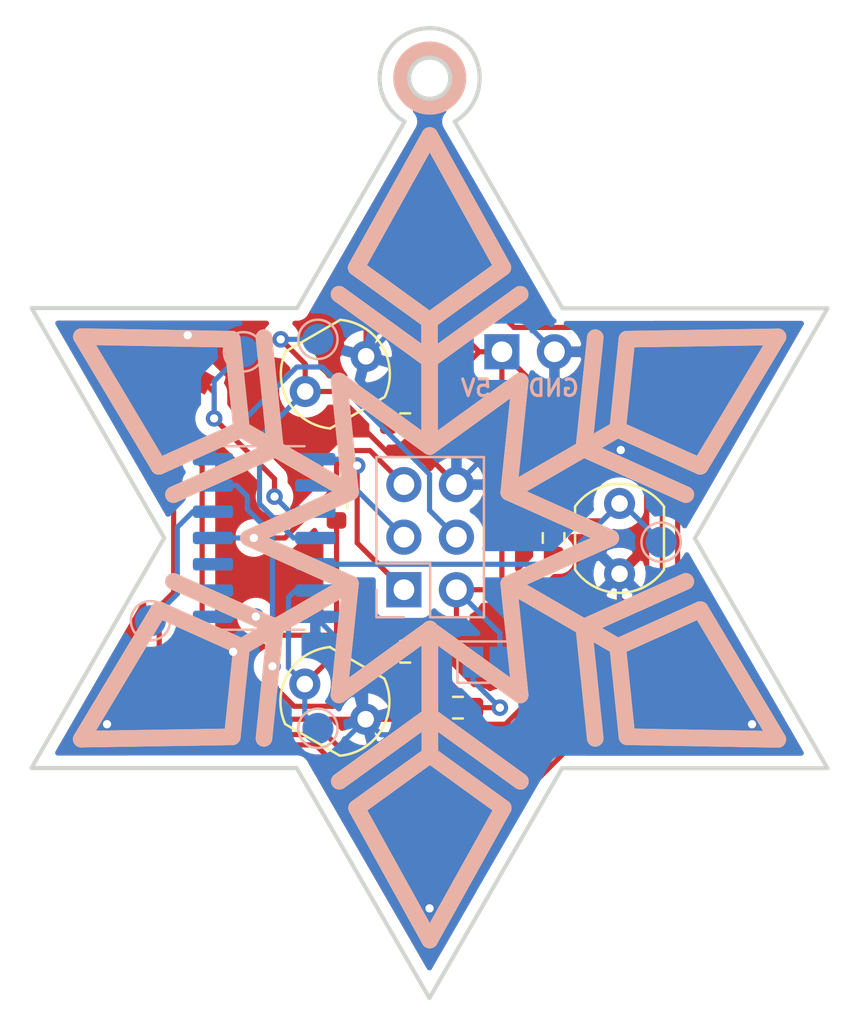
<source format=kicad_pcb>
(kicad_pcb (version 20171130) (host pcbnew "(5.1.9)-1")

  (general
    (thickness 1.6)
    (drawings 161)
    (tracks 234)
    (zones 0)
    (modules 29)
    (nets 21)
  )

  (page A4)
  (layers
    (0 F.Cu signal)
    (31 B.Cu signal)
    (32 B.Adhes user)
    (33 F.Adhes user)
    (34 B.Paste user)
    (35 F.Paste user)
    (36 B.SilkS user)
    (37 F.SilkS user)
    (38 B.Mask user)
    (39 F.Mask user)
    (40 Dwgs.User user)
    (41 Cmts.User user)
    (42 Eco1.User user)
    (43 Eco2.User user)
    (44 Edge.Cuts user)
    (45 Margin user)
    (46 B.CrtYd user)
    (47 F.CrtYd user)
    (48 B.Fab user)
    (49 F.Fab user)
  )

  (setup
    (last_trace_width 0.25)
    (trace_clearance 0.2)
    (zone_clearance 0.508)
    (zone_45_only no)
    (trace_min 0.2)
    (via_size 0.8)
    (via_drill 0.4)
    (via_min_size 0.4)
    (via_min_drill 0.3)
    (uvia_size 0.3)
    (uvia_drill 0.1)
    (uvias_allowed no)
    (uvia_min_size 0.2)
    (uvia_min_drill 0.1)
    (edge_width 0.05)
    (segment_width 0.2)
    (pcb_text_width 0.3)
    (pcb_text_size 1.5 1.5)
    (mod_edge_width 0.12)
    (mod_text_size 1 1)
    (mod_text_width 0.15)
    (pad_size 1.524 1.524)
    (pad_drill 0.762)
    (pad_to_mask_clearance 0)
    (aux_axis_origin 99.06 101.6)
    (grid_origin 131.46714 103.71112)
    (visible_elements 7FFFFFFF)
    (pcbplotparams
      (layerselection 0x010fc_ffffffff)
      (usegerberextensions false)
      (usegerberattributes true)
      (usegerberadvancedattributes true)
      (creategerberjobfile true)
      (excludeedgelayer true)
      (linewidth 0.100000)
      (plotframeref false)
      (viasonmask false)
      (mode 1)
      (useauxorigin false)
      (hpglpennumber 1)
      (hpglpenspeed 20)
      (hpglpendiameter 15.000000)
      (psnegative false)
      (psa4output false)
      (plotreference true)
      (plotvalue true)
      (plotinvisibletext false)
      (padsonsilk false)
      (subtractmaskfromsilk false)
      (outputformat 1)
      (mirror false)
      (drillshape 0)
      (scaleselection 1)
      (outputdirectory "Fab/"))
  )

  (net 0 "")
  (net 1 GND)
  (net 2 5V)
  (net 3 LEDS)
  (net 4 MISO)
  (net 5 SCK)
  (net 6 MOSI)
  (net 7 RST)
  (net 8 PH3)
  (net 9 PH1)
  (net 10 PH2)
  (net 11 "Net-(JP1-Pad1)")
  (net 12 "Net-(TP5-Pad1)")
  (net 13 "Net-(U1-Pad2)")
  (net 14 "Net-(U1-Pad3)")
  (net 15 "Net-(D1-Pad1)")
  (net 16 "Net-(D2-Pad1)")
  (net 17 "Net-(D3-Pad1)")
  (net 18 "Net-(D4-Pad1)")
  (net 19 "Net-(D5-Pad1)")
  (net 20 "Net-(D6-Pad1)")

  (net_class Default "This is the default net class."
    (clearance 0.2)
    (trace_width 0.25)
    (via_dia 0.8)
    (via_drill 0.4)
    (uvia_dia 0.3)
    (uvia_drill 0.1)
    (add_net 5V)
    (add_net GND)
    (add_net LEDS)
    (add_net MISO)
    (add_net MOSI)
    (add_net "Net-(D1-Pad1)")
    (add_net "Net-(D2-Pad1)")
    (add_net "Net-(D3-Pad1)")
    (add_net "Net-(D4-Pad1)")
    (add_net "Net-(D5-Pad1)")
    (add_net "Net-(D6-Pad1)")
    (add_net "Net-(JP1-Pad1)")
    (add_net "Net-(TP5-Pad1)")
    (add_net "Net-(U1-Pad2)")
    (add_net "Net-(U1-Pad3)")
    (add_net PH1)
    (add_net PH2)
    (add_net PH3)
    (add_net RST)
    (add_net SCK)
  )

  (module SnowStar:LED_TX1812LB_TC2528RGB_2.4x2.7mm (layer F.Cu) (tedit 6150A8C2) (tstamp 61510666)
    (at 119.47714 121.63112 300)
    (descr https://cdn-shop.adafruit.com/datasheets/WS2812B.pdf)
    (tags "LED RGB NeoPixel")
    (path /615E5EEC)
    (attr smd)
    (fp_text reference D2 (at 0 -2.4 300) (layer F.SilkS) hide
      (effects (font (size 1 1) (thickness 0.15)))
    )
    (fp_text value TX1812LB (at 0 4 300) (layer F.Fab)
      (effects (font (size 1 1) (thickness 0.15)))
    )
    (fp_circle (center 0 0) (end 1 0) (layer F.Fab) (width 0.1))
    (fp_line (start 1.35 -1.2) (end -1.35 -1.2) (layer F.Fab) (width 0.1))
    (fp_line (start 1.35 1.2) (end 1.35 -1.2) (layer F.Fab) (width 0.1))
    (fp_line (start -1.35 1.2) (end 1.35 1.2) (layer F.Fab) (width 0.1))
    (fp_line (start -1.35 -1.2) (end -1.35 1.2) (layer F.Fab) (width 0.1))
    (fp_line (start 1.35 -0.55) (end 0.7 -1.2) (layer F.Fab) (width 0.1))
    (fp_line (start -1.8 -1.5) (end -1.8 1.5) (layer F.CrtYd) (width 0.05))
    (fp_line (start -1.8 1.5) (end 1.8 1.5) (layer F.CrtYd) (width 0.05))
    (fp_line (start 1.8 1.5) (end 1.8 -1.5) (layer F.CrtYd) (width 0.05))
    (fp_line (start 1.8 -1.5) (end -1.8 -1.5) (layer F.CrtYd) (width 0.05))
    (fp_text user %R (at 0 0 300) (layer F.Fab)
      (effects (font (size 0.8 0.8) (thickness 0.15)))
    )
    (pad 1 smd rect (at 1.05 0.65 300) (size 1 0.6) (layers F.Cu F.Paste F.Mask)
      (net 16 "Net-(D2-Pad1)"))
    (pad 2 smd rect (at 1.05 -0.65 300) (size 1 0.6) (layers F.Cu F.Paste F.Mask)
      (net 1 GND))
    (pad 4 smd rect (at -1.05 0.65 300) (size 1 0.6) (layers F.Cu F.Paste F.Mask)
      (net 2 5V))
    (pad 3 smd rect (at -1.05 -0.65 300) (size 1 0.6) (layers F.Cu F.Paste F.Mask)
      (net 15 "Net-(D1-Pad1)"))
    (model ${KISYS3DMOD}/LED_SMD.3dshapes/LED_WS2812B_PLCC4_5.0x5.0mm_P3.2mm.wrl
      (at (xyz 0 0 0))
      (scale (xyz 0.5 0.5 0.5))
      (rotate (xyz 0 0 0))
    )
  )

  (module SnowStar:LED_TX1812LB_TC2528RGB_2.4x2.7mm (layer F.Cu) (tedit 6150A8B0) (tstamp 6151083E)
    (at 119.48714 107.79112 240)
    (descr https://cdn-shop.adafruit.com/datasheets/WS2812B.pdf)
    (tags "LED RGB NeoPixel")
    (path /615E2820)
    (attr smd)
    (fp_text reference D1 (at 0 -2.4 240) (layer F.SilkS) hide
      (effects (font (size 1 1) (thickness 0.15)))
    )
    (fp_text value TX1812LB (at 0 4 240) (layer F.Fab)
      (effects (font (size 1 1) (thickness 0.15)))
    )
    (fp_text user %R (at 0 0 240) (layer F.Fab)
      (effects (font (size 0.8 0.8) (thickness 0.15)))
    )
    (fp_line (start 1.8 -1.5) (end -1.8 -1.5) (layer F.CrtYd) (width 0.05))
    (fp_line (start 1.8 1.5) (end 1.8 -1.5) (layer F.CrtYd) (width 0.05))
    (fp_line (start -1.8 1.5) (end 1.8 1.5) (layer F.CrtYd) (width 0.05))
    (fp_line (start -1.8 -1.5) (end -1.8 1.5) (layer F.CrtYd) (width 0.05))
    (fp_line (start 1.35 -0.55) (end 0.7 -1.2) (layer F.Fab) (width 0.1))
    (fp_line (start -1.35 -1.2) (end -1.35 1.2) (layer F.Fab) (width 0.1))
    (fp_line (start -1.35 1.2) (end 1.35 1.2) (layer F.Fab) (width 0.1))
    (fp_line (start 1.35 1.2) (end 1.35 -1.2) (layer F.Fab) (width 0.1))
    (fp_line (start 1.35 -1.2) (end -1.35 -1.2) (layer F.Fab) (width 0.1))
    (fp_circle (center 0 0) (end 1 0) (layer F.Fab) (width 0.1))
    (pad 3 smd rect (at -1.05 -0.65 240) (size 1 0.6) (layers F.Cu F.Paste F.Mask)
      (net 3 LEDS))
    (pad 4 smd rect (at -1.05 0.65 240) (size 1 0.6) (layers F.Cu F.Paste F.Mask)
      (net 2 5V))
    (pad 2 smd rect (at 1.05 -0.65 240) (size 1 0.6) (layers F.Cu F.Paste F.Mask)
      (net 1 GND))
    (pad 1 smd rect (at 1.05 0.65 240) (size 1 0.6) (layers F.Cu F.Paste F.Mask)
      (net 15 "Net-(D1-Pad1)"))
    (model ${KISYS3DMOD}/LED_SMD.3dshapes/LED_WS2812B_PLCC4_5.0x5.0mm_P3.2mm.wrl
      (at (xyz 0 0 0))
      (scale (xyz 0.5 0.5 0.5))
      (rotate (xyz 0 0 0))
    )
  )

  (module SnowStar:LED_TX1812LB_TC2528RGB_2.4x2.7mm (layer F.Cu) (tedit 6150A89D) (tstamp 615106BE)
    (at 131.46714 100.85112 180)
    (descr https://cdn-shop.adafruit.com/datasheets/WS2812B.pdf)
    (tags "LED RGB NeoPixel")
    (path /615E8475)
    (attr smd)
    (fp_text reference D6 (at 0 -2.4 180) (layer F.SilkS) hide
      (effects (font (size 1 1) (thickness 0.15)))
    )
    (fp_text value TX1812LB (at 0 4 180) (layer F.Fab)
      (effects (font (size 1 1) (thickness 0.15)))
    )
    (fp_circle (center 0 0) (end 1 0) (layer F.Fab) (width 0.1))
    (fp_line (start 1.35 -1.2) (end -1.35 -1.2) (layer F.Fab) (width 0.1))
    (fp_line (start 1.35 1.2) (end 1.35 -1.2) (layer F.Fab) (width 0.1))
    (fp_line (start -1.35 1.2) (end 1.35 1.2) (layer F.Fab) (width 0.1))
    (fp_line (start -1.35 -1.2) (end -1.35 1.2) (layer F.Fab) (width 0.1))
    (fp_line (start 1.35 -0.55) (end 0.7 -1.2) (layer F.Fab) (width 0.1))
    (fp_line (start -1.8 -1.5) (end -1.8 1.5) (layer F.CrtYd) (width 0.05))
    (fp_line (start -1.8 1.5) (end 1.8 1.5) (layer F.CrtYd) (width 0.05))
    (fp_line (start 1.8 1.5) (end 1.8 -1.5) (layer F.CrtYd) (width 0.05))
    (fp_line (start 1.8 -1.5) (end -1.8 -1.5) (layer F.CrtYd) (width 0.05))
    (fp_text user %R (at 0 0 180) (layer F.Fab)
      (effects (font (size 0.8 0.8) (thickness 0.15)))
    )
    (pad 1 smd rect (at 1.05 0.65 180) (size 1 0.6) (layers F.Cu F.Paste F.Mask)
      (net 20 "Net-(D6-Pad1)"))
    (pad 2 smd rect (at 1.05 -0.65 180) (size 1 0.6) (layers F.Cu F.Paste F.Mask)
      (net 1 GND))
    (pad 4 smd rect (at -1.05 0.65 180) (size 1 0.6) (layers F.Cu F.Paste F.Mask)
      (net 2 5V))
    (pad 3 smd rect (at -1.05 -0.65 180) (size 1 0.6) (layers F.Cu F.Paste F.Mask)
      (net 19 "Net-(D5-Pad1)"))
    (model ${KISYS3DMOD}/LED_SMD.3dshapes/LED_WS2812B_PLCC4_5.0x5.0mm_P3.2mm.wrl
      (at (xyz 0 0 0))
      (scale (xyz 0.5 0.5 0.5))
      (rotate (xyz 0 0 0))
    )
  )

  (module SnowStar:LED_TX1812LB_TC2528RGB_2.4x2.7mm (layer F.Cu) (tedit 6150A88C) (tstamp 615106A8)
    (at 143.45714 107.79112 120)
    (descr https://cdn-shop.adafruit.com/datasheets/WS2812B.pdf)
    (tags "LED RGB NeoPixel")
    (path /615E7CB6)
    (attr smd)
    (fp_text reference D5 (at 0 -2.4 120) (layer F.SilkS) hide
      (effects (font (size 1 1) (thickness 0.15)))
    )
    (fp_text value TX1812LB (at 0 4 120) (layer F.Fab)
      (effects (font (size 1 1) (thickness 0.15)))
    )
    (fp_text user %R (at 0 0 120) (layer F.Fab)
      (effects (font (size 0.8 0.8) (thickness 0.15)))
    )
    (fp_line (start 1.8 -1.5) (end -1.8 -1.5) (layer F.CrtYd) (width 0.05))
    (fp_line (start 1.8 1.5) (end 1.8 -1.5) (layer F.CrtYd) (width 0.05))
    (fp_line (start -1.8 1.5) (end 1.8 1.5) (layer F.CrtYd) (width 0.05))
    (fp_line (start -1.8 -1.5) (end -1.8 1.5) (layer F.CrtYd) (width 0.05))
    (fp_line (start 1.35 -0.55) (end 0.7 -1.2) (layer F.Fab) (width 0.1))
    (fp_line (start -1.35 -1.2) (end -1.35 1.2) (layer F.Fab) (width 0.1))
    (fp_line (start -1.35 1.2) (end 1.35 1.2) (layer F.Fab) (width 0.1))
    (fp_line (start 1.35 1.2) (end 1.35 -1.2) (layer F.Fab) (width 0.1))
    (fp_line (start 1.35 -1.2) (end -1.35 -1.2) (layer F.Fab) (width 0.1))
    (fp_circle (center 0 0) (end 1 0) (layer F.Fab) (width 0.1))
    (pad 3 smd rect (at -1.05 -0.65 120) (size 1 0.6) (layers F.Cu F.Paste F.Mask)
      (net 18 "Net-(D4-Pad1)"))
    (pad 4 smd rect (at -1.05 0.65 120) (size 1 0.6) (layers F.Cu F.Paste F.Mask)
      (net 2 5V))
    (pad 2 smd rect (at 1.05 -0.65 120) (size 1 0.6) (layers F.Cu F.Paste F.Mask)
      (net 1 GND))
    (pad 1 smd rect (at 1.05 0.65 120) (size 1 0.6) (layers F.Cu F.Paste F.Mask)
      (net 19 "Net-(D5-Pad1)"))
    (model ${KISYS3DMOD}/LED_SMD.3dshapes/LED_WS2812B_PLCC4_5.0x5.0mm_P3.2mm.wrl
      (at (xyz 0 0 0))
      (scale (xyz 0.5 0.5 0.5))
      (rotate (xyz 0 0 0))
    )
  )

  (module SnowStar:LED_TX1812LB_TC2528RGB_2.4x2.7mm (layer F.Cu) (tedit 6150A877) (tstamp 61510692)
    (at 143.45714 121.63112 60)
    (descr https://cdn-shop.adafruit.com/datasheets/WS2812B.pdf)
    (tags "LED RGB NeoPixel")
    (path /615E7413)
    (attr smd)
    (fp_text reference D4 (at 0 -2.4 60) (layer F.SilkS) hide
      (effects (font (size 1 1) (thickness 0.15)))
    )
    (fp_text value TX1812LB (at 0 4 60) (layer F.Fab)
      (effects (font (size 1 1) (thickness 0.15)))
    )
    (fp_circle (center 0 0) (end 1 0) (layer F.Fab) (width 0.1))
    (fp_line (start 1.35 -1.2) (end -1.35 -1.2) (layer F.Fab) (width 0.1))
    (fp_line (start 1.35 1.2) (end 1.35 -1.2) (layer F.Fab) (width 0.1))
    (fp_line (start -1.35 1.2) (end 1.35 1.2) (layer F.Fab) (width 0.1))
    (fp_line (start -1.35 -1.2) (end -1.35 1.2) (layer F.Fab) (width 0.1))
    (fp_line (start 1.35 -0.55) (end 0.7 -1.2) (layer F.Fab) (width 0.1))
    (fp_line (start -1.8 -1.5) (end -1.8 1.5) (layer F.CrtYd) (width 0.05))
    (fp_line (start -1.8 1.5) (end 1.8 1.5) (layer F.CrtYd) (width 0.05))
    (fp_line (start 1.8 1.5) (end 1.8 -1.5) (layer F.CrtYd) (width 0.05))
    (fp_line (start 1.8 -1.5) (end -1.8 -1.5) (layer F.CrtYd) (width 0.05))
    (fp_text user %R (at 0 0 60) (layer F.Fab)
      (effects (font (size 0.8 0.8) (thickness 0.15)))
    )
    (pad 1 smd rect (at 1.05 0.65 60) (size 1 0.6) (layers F.Cu F.Paste F.Mask)
      (net 18 "Net-(D4-Pad1)"))
    (pad 2 smd rect (at 1.05 -0.65 60) (size 1 0.6) (layers F.Cu F.Paste F.Mask)
      (net 1 GND))
    (pad 4 smd rect (at -1.05 0.65 60) (size 1 0.6) (layers F.Cu F.Paste F.Mask)
      (net 2 5V))
    (pad 3 smd rect (at -1.05 -0.65 60) (size 1 0.6) (layers F.Cu F.Paste F.Mask)
      (net 17 "Net-(D3-Pad1)"))
    (model ${KISYS3DMOD}/LED_SMD.3dshapes/LED_WS2812B_PLCC4_5.0x5.0mm_P3.2mm.wrl
      (at (xyz 0 0 0))
      (scale (xyz 0.5 0.5 0.5))
      (rotate (xyz 0 0 0))
    )
  )

  (module SnowStar:LED_TX1812LB_TC2528RGB_2.4x2.7mm (layer F.Cu) (tedit 6150A85B) (tstamp 6151067C)
    (at 131.47714 128.53112)
    (descr https://cdn-shop.adafruit.com/datasheets/WS2812B.pdf)
    (tags "LED RGB NeoPixel")
    (path /615E682A)
    (attr smd)
    (fp_text reference D3 (at 0 -2.4) (layer F.SilkS) hide
      (effects (font (size 1 1) (thickness 0.15)))
    )
    (fp_text value TX1812LB (at 0 4) (layer F.Fab)
      (effects (font (size 1 1) (thickness 0.15)))
    )
    (fp_text user %R (at 0 0) (layer F.Fab)
      (effects (font (size 0.8 0.8) (thickness 0.15)))
    )
    (fp_line (start 1.8 -1.5) (end -1.8 -1.5) (layer F.CrtYd) (width 0.05))
    (fp_line (start 1.8 1.5) (end 1.8 -1.5) (layer F.CrtYd) (width 0.05))
    (fp_line (start -1.8 1.5) (end 1.8 1.5) (layer F.CrtYd) (width 0.05))
    (fp_line (start -1.8 -1.5) (end -1.8 1.5) (layer F.CrtYd) (width 0.05))
    (fp_line (start 1.35 -0.55) (end 0.7 -1.2) (layer F.Fab) (width 0.1))
    (fp_line (start -1.35 -1.2) (end -1.35 1.2) (layer F.Fab) (width 0.1))
    (fp_line (start -1.35 1.2) (end 1.35 1.2) (layer F.Fab) (width 0.1))
    (fp_line (start 1.35 1.2) (end 1.35 -1.2) (layer F.Fab) (width 0.1))
    (fp_line (start 1.35 -1.2) (end -1.35 -1.2) (layer F.Fab) (width 0.1))
    (fp_circle (center 0 0) (end 1 0) (layer F.Fab) (width 0.1))
    (pad 3 smd rect (at -1.05 -0.65) (size 1 0.6) (layers F.Cu F.Paste F.Mask)
      (net 16 "Net-(D2-Pad1)"))
    (pad 4 smd rect (at -1.05 0.65) (size 1 0.6) (layers F.Cu F.Paste F.Mask)
      (net 2 5V))
    (pad 2 smd rect (at 1.05 -0.65) (size 1 0.6) (layers F.Cu F.Paste F.Mask)
      (net 1 GND))
    (pad 1 smd rect (at 1.05 0.65) (size 1 0.6) (layers F.Cu F.Paste F.Mask)
      (net 17 "Net-(D3-Pad1)"))
    (model ${KISYS3DMOD}/LED_SMD.3dshapes/LED_WS2812B_PLCC4_5.0x5.0mm_P3.2mm.wrl
      (at (xyz 0 0 0))
      (scale (xyz 0.5 0.5 0.5))
      (rotate (xyz 0 0 0))
    )
  )

  (module Capacitor_SMD:C_0603_1608Metric (layer F.Cu) (tedit 61505E7D) (tstamp 6150B5CB)
    (at 117.51714 106.65112 240)
    (descr "Capacitor SMD 0603 (1608 Metric), square (rectangular) end terminal, IPC_7351 nominal, (Body size source: IPC-SM-782 page 76, https://www.pcb-3d.com/wordpress/wp-content/uploads/ipc-sm-782a_amendment_1_and_2.pdf), generated with kicad-footprint-generator")
    (tags capacitor)
    (path /604039E7)
    (attr smd)
    (fp_text reference C1 (at 0 -1.43 60) (layer F.SilkS) hide
      (effects (font (size 1 1) (thickness 0.15)))
    )
    (fp_text value 100n (at 0 1.43 60) (layer F.Fab)
      (effects (font (size 1 1) (thickness 0.15)))
    )
    (fp_text user %R (at 0 0 60) (layer F.Fab)
      (effects (font (size 0.4 0.4) (thickness 0.06)))
    )
    (fp_line (start -0.8 0.4) (end -0.8 -0.4) (layer F.Fab) (width 0.1))
    (fp_line (start -0.8 -0.4) (end 0.8 -0.4) (layer F.Fab) (width 0.1))
    (fp_line (start 0.8 -0.4) (end 0.8 0.4) (layer F.Fab) (width 0.1))
    (fp_line (start 0.8 0.4) (end -0.8 0.4) (layer F.Fab) (width 0.1))
    (fp_line (start -1.48 0.73) (end -1.48 -0.73) (layer F.CrtYd) (width 0.05))
    (fp_line (start -1.48 -0.73) (end 1.48 -0.73) (layer F.CrtYd) (width 0.05))
    (fp_line (start 1.48 -0.73) (end 1.48 0.73) (layer F.CrtYd) (width 0.05))
    (fp_line (start 1.48 0.73) (end -1.48 0.73) (layer F.CrtYd) (width 0.05))
    (pad 2 smd roundrect (at 0.775 0 240) (size 0.9 0.95) (layers F.Cu F.Paste F.Mask) (roundrect_rratio 0.25)
      (net 1 GND))
    (pad 1 smd roundrect (at -0.775 0 240) (size 0.9 0.95) (layers F.Cu F.Paste F.Mask) (roundrect_rratio 0.25)
      (net 2 5V))
    (model ${KISYS3DMOD}/Capacitor_SMD.3dshapes/C_0603_1608Metric.wrl
      (at (xyz 0 0 0))
      (scale (xyz 1 1 1))
      (rotate (xyz 0 0 0))
    )
  )

  (module Capacitor_SMD:C_0603_1608Metric (layer F.Cu) (tedit 61505EBF) (tstamp 6150B60F)
    (at 145.42714 106.66112 120)
    (descr "Capacitor SMD 0603 (1608 Metric), square (rectangular) end terminal, IPC_7351 nominal, (Body size source: IPC-SM-782 page 76, https://www.pcb-3d.com/wordpress/wp-content/uploads/ipc-sm-782a_amendment_1_and_2.pdf), generated with kicad-footprint-generator")
    (tags capacitor)
    (path /6042CF3C)
    (attr smd)
    (fp_text reference C5 (at 0 -1.43 300) (layer F.SilkS) hide
      (effects (font (size 1 1) (thickness 0.15)))
    )
    (fp_text value 100n (at 0 1.43 300) (layer F.Fab)
      (effects (font (size 1 1) (thickness 0.15)))
    )
    (fp_line (start 1.48 0.73) (end -1.48 0.73) (layer F.CrtYd) (width 0.05))
    (fp_line (start 1.48 -0.73) (end 1.48 0.73) (layer F.CrtYd) (width 0.05))
    (fp_line (start -1.48 -0.73) (end 1.48 -0.73) (layer F.CrtYd) (width 0.05))
    (fp_line (start -1.48 0.73) (end -1.48 -0.73) (layer F.CrtYd) (width 0.05))
    (fp_line (start 0.8 0.4) (end -0.8 0.4) (layer F.Fab) (width 0.1))
    (fp_line (start 0.8 -0.4) (end 0.8 0.4) (layer F.Fab) (width 0.1))
    (fp_line (start -0.8 -0.4) (end 0.8 -0.4) (layer F.Fab) (width 0.1))
    (fp_line (start -0.8 0.4) (end -0.8 -0.4) (layer F.Fab) (width 0.1))
    (fp_text user %R (at 0 0 300) (layer F.Fab)
      (effects (font (size 0.4 0.4) (thickness 0.06)))
    )
    (pad 1 smd roundrect (at -0.775 0 120) (size 0.9 0.95) (layers F.Cu F.Paste F.Mask) (roundrect_rratio 0.25)
      (net 2 5V))
    (pad 2 smd roundrect (at 0.775 0 120) (size 0.9 0.95) (layers F.Cu F.Paste F.Mask) (roundrect_rratio 0.25)
      (net 1 GND))
    (model ${KISYS3DMOD}/Capacitor_SMD.3dshapes/C_0603_1608Metric.wrl
      (at (xyz 0 0 0))
      (scale (xyz 1 1 1))
      (rotate (xyz 0 0 0))
    )
  )

  (module Connector_PinHeader_2.54mm:PinHeader_1x02_P2.54mm_Vertical (layer F.Cu) (tedit 615066A1) (tstamp 6150B6DC)
    (at 134.96714 105.71112 90)
    (descr "Through hole straight pin header, 1x02, 2.54mm pitch, single row")
    (tags "Through hole pin header THT 1x02 2.54mm single row")
    (path /6040383B)
    (fp_text reference J2 (at 0 -2.33 90) (layer F.SilkS) hide
      (effects (font (size 1 1) (thickness 0.15)))
    )
    (fp_text value Pow (at 0 4.87 90) (layer F.Fab)
      (effects (font (size 1 1) (thickness 0.15)))
    )
    (fp_line (start 1.8 -1.8) (end -1.8 -1.8) (layer F.CrtYd) (width 0.05))
    (fp_line (start 1.8 4.35) (end 1.8 -1.8) (layer F.CrtYd) (width 0.05))
    (fp_line (start -1.8 4.35) (end 1.8 4.35) (layer F.CrtYd) (width 0.05))
    (fp_line (start -1.8 -1.8) (end -1.8 4.35) (layer F.CrtYd) (width 0.05))
    (fp_line (start -1.27 -0.635) (end -0.635 -1.27) (layer F.Fab) (width 0.1))
    (fp_line (start -1.27 3.81) (end -1.27 -0.635) (layer F.Fab) (width 0.1))
    (fp_line (start 1.27 3.81) (end -1.27 3.81) (layer F.Fab) (width 0.1))
    (fp_line (start 1.27 -1.27) (end 1.27 3.81) (layer F.Fab) (width 0.1))
    (fp_line (start -0.635 -1.27) (end 1.27 -1.27) (layer F.Fab) (width 0.1))
    (fp_text user %R (at 0 1.27 180) (layer F.Fab)
      (effects (font (size 1 1) (thickness 0.15)))
    )
    (pad 1 thru_hole rect (at 0 0 90) (size 1.7 1.7) (drill 1) (layers *.Cu *.Mask)
      (net 2 5V))
    (pad 2 thru_hole oval (at 0 2.54 90) (size 1.7 1.7) (drill 1) (layers *.Cu *.Mask)
      (net 1 GND))
  )

  (module Capacitor_SMD:C_0603_1608Metric (layer F.Cu) (tedit 61505ED8) (tstamp 6150B620)
    (at 131.47714 98.59112 180)
    (descr "Capacitor SMD 0603 (1608 Metric), square (rectangular) end terminal, IPC_7351 nominal, (Body size source: IPC-SM-782 page 76, https://www.pcb-3d.com/wordpress/wp-content/uploads/ipc-sm-782a_amendment_1_and_2.pdf), generated with kicad-footprint-generator")
    (tags capacitor)
    (path /604342FB)
    (attr smd)
    (fp_text reference C6 (at 0 -1.43) (layer F.SilkS) hide
      (effects (font (size 1 1) (thickness 0.15)))
    )
    (fp_text value 100n (at 0 1.43) (layer F.Fab)
      (effects (font (size 1 1) (thickness 0.15)))
    )
    (fp_text user %R (at 0 0 180) (layer F.Fab)
      (effects (font (size 0.4 0.4) (thickness 0.06)))
    )
    (fp_line (start -0.8 0.4) (end -0.8 -0.4) (layer F.Fab) (width 0.1))
    (fp_line (start -0.8 -0.4) (end 0.8 -0.4) (layer F.Fab) (width 0.1))
    (fp_line (start 0.8 -0.4) (end 0.8 0.4) (layer F.Fab) (width 0.1))
    (fp_line (start 0.8 0.4) (end -0.8 0.4) (layer F.Fab) (width 0.1))
    (fp_line (start -1.48 0.73) (end -1.48 -0.73) (layer F.CrtYd) (width 0.05))
    (fp_line (start -1.48 -0.73) (end 1.48 -0.73) (layer F.CrtYd) (width 0.05))
    (fp_line (start 1.48 -0.73) (end 1.48 0.73) (layer F.CrtYd) (width 0.05))
    (fp_line (start 1.48 0.73) (end -1.48 0.73) (layer F.CrtYd) (width 0.05))
    (pad 2 smd roundrect (at 0.775 0 180) (size 0.9 0.95) (layers F.Cu F.Paste F.Mask) (roundrect_rratio 0.25)
      (net 1 GND))
    (pad 1 smd roundrect (at -0.775 0 180) (size 0.9 0.95) (layers F.Cu F.Paste F.Mask) (roundrect_rratio 0.25)
      (net 2 5V))
    (model ${KISYS3DMOD}/Capacitor_SMD.3dshapes/C_0603_1608Metric.wrl
      (at (xyz 0 0 0))
      (scale (xyz 1 1 1))
      (rotate (xyz 0 0 0))
    )
  )

  (module Capacitor_SMD:C_0603_1608Metric (layer F.Cu) (tedit 61505EB0) (tstamp 6150B5FE)
    (at 145.42714 122.77112 60)
    (descr "Capacitor SMD 0603 (1608 Metric), square (rectangular) end terminal, IPC_7351 nominal, (Body size source: IPC-SM-782 page 76, https://www.pcb-3d.com/wordpress/wp-content/uploads/ipc-sm-782a_amendment_1_and_2.pdf), generated with kicad-footprint-generator")
    (tags capacitor)
    (path /6042958D)
    (attr smd)
    (fp_text reference C4 (at 0 -1.43 240) (layer F.SilkS) hide
      (effects (font (size 1 1) (thickness 0.15)))
    )
    (fp_text value 100n (at 0 1.43 240) (layer F.Fab)
      (effects (font (size 1 1) (thickness 0.15)))
    )
    (fp_line (start 1.48 0.73) (end -1.48 0.73) (layer F.CrtYd) (width 0.05))
    (fp_line (start 1.48 -0.73) (end 1.48 0.73) (layer F.CrtYd) (width 0.05))
    (fp_line (start -1.48 -0.73) (end 1.48 -0.73) (layer F.CrtYd) (width 0.05))
    (fp_line (start -1.48 0.73) (end -1.48 -0.73) (layer F.CrtYd) (width 0.05))
    (fp_line (start 0.8 0.4) (end -0.8 0.4) (layer F.Fab) (width 0.1))
    (fp_line (start 0.8 -0.4) (end 0.8 0.4) (layer F.Fab) (width 0.1))
    (fp_line (start -0.8 -0.4) (end 0.8 -0.4) (layer F.Fab) (width 0.1))
    (fp_line (start -0.8 0.4) (end -0.8 -0.4) (layer F.Fab) (width 0.1))
    (fp_text user %R (at 0 0 240) (layer F.Fab)
      (effects (font (size 0.4 0.4) (thickness 0.06)))
    )
    (pad 1 smd roundrect (at -0.775 0 60) (size 0.9 0.95) (layers F.Cu F.Paste F.Mask) (roundrect_rratio 0.25)
      (net 2 5V))
    (pad 2 smd roundrect (at 0.775 0 60) (size 0.9 0.95) (layers F.Cu F.Paste F.Mask) (roundrect_rratio 0.25)
      (net 1 GND))
    (model ${KISYS3DMOD}/Capacitor_SMD.3dshapes/C_0603_1608Metric.wrl
      (at (xyz 0 0 0))
      (scale (xyz 1 1 1))
      (rotate (xyz 0 0 0))
    )
  )

  (module Capacitor_SMD:C_0603_1608Metric (layer F.Cu) (tedit 61505EA2) (tstamp 6150B5ED)
    (at 131.47714 130.80112)
    (descr "Capacitor SMD 0603 (1608 Metric), square (rectangular) end terminal, IPC_7351 nominal, (Body size source: IPC-SM-782 page 76, https://www.pcb-3d.com/wordpress/wp-content/uploads/ipc-sm-782a_amendment_1_and_2.pdf), generated with kicad-footprint-generator")
    (tags capacitor)
    (path /604262F4)
    (attr smd)
    (fp_text reference C3 (at 0 -1.43 180) (layer F.SilkS) hide
      (effects (font (size 1 1) (thickness 0.15)))
    )
    (fp_text value 100n (at 0 1.43 180) (layer F.Fab)
      (effects (font (size 1 1) (thickness 0.15)))
    )
    (fp_text user %R (at 0 0 180) (layer F.Fab)
      (effects (font (size 0.4 0.4) (thickness 0.06)))
    )
    (fp_line (start -0.8 0.4) (end -0.8 -0.4) (layer F.Fab) (width 0.1))
    (fp_line (start -0.8 -0.4) (end 0.8 -0.4) (layer F.Fab) (width 0.1))
    (fp_line (start 0.8 -0.4) (end 0.8 0.4) (layer F.Fab) (width 0.1))
    (fp_line (start 0.8 0.4) (end -0.8 0.4) (layer F.Fab) (width 0.1))
    (fp_line (start -1.48 0.73) (end -1.48 -0.73) (layer F.CrtYd) (width 0.05))
    (fp_line (start -1.48 -0.73) (end 1.48 -0.73) (layer F.CrtYd) (width 0.05))
    (fp_line (start 1.48 -0.73) (end 1.48 0.73) (layer F.CrtYd) (width 0.05))
    (fp_line (start 1.48 0.73) (end -1.48 0.73) (layer F.CrtYd) (width 0.05))
    (pad 2 smd roundrect (at 0.775 0) (size 0.9 0.95) (layers F.Cu F.Paste F.Mask) (roundrect_rratio 0.25)
      (net 1 GND))
    (pad 1 smd roundrect (at -0.775 0) (size 0.9 0.95) (layers F.Cu F.Paste F.Mask) (roundrect_rratio 0.25)
      (net 2 5V))
    (model ${KISYS3DMOD}/Capacitor_SMD.3dshapes/C_0603_1608Metric.wrl
      (at (xyz 0 0 0))
      (scale (xyz 1 1 1))
      (rotate (xyz 0 0 0))
    )
  )

  (module Capacitor_SMD:C_0603_1608Metric (layer F.Cu) (tedit 61505E8E) (tstamp 6150B5DC)
    (at 117.50714 122.77112 300)
    (descr "Capacitor SMD 0603 (1608 Metric), square (rectangular) end terminal, IPC_7351 nominal, (Body size source: IPC-SM-782 page 76, https://www.pcb-3d.com/wordpress/wp-content/uploads/ipc-sm-782a_amendment_1_and_2.pdf), generated with kicad-footprint-generator")
    (tags capacitor)
    (path /604237E8)
    (attr smd)
    (fp_text reference C2 (at 0 -1.43 120) (layer F.SilkS) hide
      (effects (font (size 1 1) (thickness 0.15)))
    )
    (fp_text value 100n (at 0 1.43 120) (layer F.Fab)
      (effects (font (size 1 1) (thickness 0.15)))
    )
    (fp_line (start 1.48 0.73) (end -1.48 0.73) (layer F.CrtYd) (width 0.05))
    (fp_line (start 1.48 -0.73) (end 1.48 0.73) (layer F.CrtYd) (width 0.05))
    (fp_line (start -1.48 -0.73) (end 1.48 -0.73) (layer F.CrtYd) (width 0.05))
    (fp_line (start -1.48 0.73) (end -1.48 -0.73) (layer F.CrtYd) (width 0.05))
    (fp_line (start 0.8 0.4) (end -0.8 0.4) (layer F.Fab) (width 0.1))
    (fp_line (start 0.8 -0.4) (end 0.8 0.4) (layer F.Fab) (width 0.1))
    (fp_line (start -0.8 -0.4) (end 0.8 -0.4) (layer F.Fab) (width 0.1))
    (fp_line (start -0.8 0.4) (end -0.8 -0.4) (layer F.Fab) (width 0.1))
    (fp_text user %R (at 0 0 120) (layer F.Fab)
      (effects (font (size 0.4 0.4) (thickness 0.06)))
    )
    (pad 1 smd roundrect (at -0.775 0 300) (size 0.9 0.95) (layers F.Cu F.Paste F.Mask) (roundrect_rratio 0.25)
      (net 2 5V))
    (pad 2 smd roundrect (at 0.775 0 300) (size 0.9 0.95) (layers F.Cu F.Paste F.Mask) (roundrect_rratio 0.25)
      (net 1 GND))
    (model ${KISYS3DMOD}/Capacitor_SMD.3dshapes/C_0603_1608Metric.wrl
      (at (xyz 0 0 0))
      (scale (xyz 1 1 1))
      (rotate (xyz 0 0 0))
    )
  )

  (module Connector_PinHeader_2.54mm:PinHeader_2x03_P2.54mm_Vertical (layer B.Cu) (tedit 59FED5CC) (tstamp 6150B6C6)
    (at 130.22714 117.21112)
    (descr "Through hole straight pin header, 2x03, 2.54mm pitch, double rows")
    (tags "Through hole pin header THT 2x03 2.54mm double row")
    (path /603FB345)
    (fp_text reference J1 (at 1.27 2.33) (layer B.SilkS) hide
      (effects (font (size 1 1) (thickness 0.15)) (justify mirror))
    )
    (fp_text value ICSP (at 1.27 -7.41) (layer B.Fab)
      (effects (font (size 1 1) (thickness 0.15)) (justify mirror))
    )
    (fp_line (start 4.35 1.8) (end -1.8 1.8) (layer B.CrtYd) (width 0.05))
    (fp_line (start 4.35 -6.85) (end 4.35 1.8) (layer B.CrtYd) (width 0.05))
    (fp_line (start -1.8 -6.85) (end 4.35 -6.85) (layer B.CrtYd) (width 0.05))
    (fp_line (start -1.8 1.8) (end -1.8 -6.85) (layer B.CrtYd) (width 0.05))
    (fp_line (start -1.33 1.33) (end 0 1.33) (layer B.SilkS) (width 0.12))
    (fp_line (start -1.33 0) (end -1.33 1.33) (layer B.SilkS) (width 0.12))
    (fp_line (start 1.27 1.33) (end 3.87 1.33) (layer B.SilkS) (width 0.12))
    (fp_line (start 1.27 -1.27) (end 1.27 1.33) (layer B.SilkS) (width 0.12))
    (fp_line (start -1.33 -1.27) (end 1.27 -1.27) (layer B.SilkS) (width 0.12))
    (fp_line (start 3.87 1.33) (end 3.87 -6.41) (layer B.SilkS) (width 0.12))
    (fp_line (start -1.33 -1.27) (end -1.33 -6.41) (layer B.SilkS) (width 0.12))
    (fp_line (start -1.33 -6.41) (end 3.87 -6.41) (layer B.SilkS) (width 0.12))
    (fp_line (start -1.27 0) (end 0 1.27) (layer B.Fab) (width 0.1))
    (fp_line (start -1.27 -6.35) (end -1.27 0) (layer B.Fab) (width 0.1))
    (fp_line (start 3.81 -6.35) (end -1.27 -6.35) (layer B.Fab) (width 0.1))
    (fp_line (start 3.81 1.27) (end 3.81 -6.35) (layer B.Fab) (width 0.1))
    (fp_line (start 0 1.27) (end 3.81 1.27) (layer B.Fab) (width 0.1))
    (fp_text user %R (at 1.27 -2.54 -90) (layer B.Fab)
      (effects (font (size 1 1) (thickness 0.15)) (justify mirror))
    )
    (pad 1 thru_hole rect (at 0 0) (size 1.7 1.7) (drill 1) (layers *.Cu *.Mask)
      (net 4 MISO))
    (pad 2 thru_hole oval (at 2.54 0) (size 1.7 1.7) (drill 1) (layers *.Cu *.Mask)
      (net 2 5V))
    (pad 3 thru_hole oval (at 0 -2.54) (size 1.7 1.7) (drill 1) (layers *.Cu *.Mask)
      (net 5 SCK))
    (pad 4 thru_hole oval (at 2.54 -2.54) (size 1.7 1.7) (drill 1) (layers *.Cu *.Mask)
      (net 6 MOSI))
    (pad 5 thru_hole oval (at 0 -5.08) (size 1.7 1.7) (drill 1) (layers *.Cu *.Mask)
      (net 7 RST))
    (pad 6 thru_hole oval (at 2.54 -5.08) (size 1.7 1.7) (drill 1) (layers *.Cu *.Mask)
      (net 1 GND))
  )

  (module Jumper:SolderJumper-2_P1.3mm_Open_Pad1.0x1.5mm (layer B.Cu) (tedit 5A3EABFC) (tstamp 6150B700)
    (at 134.21714 120.71112)
    (descr "SMD Solder Jumper, 1x1.5mm Pads, 0.3mm gap, open")
    (tags "solder jumper open")
    (path /6153AD50)
    (attr virtual)
    (fp_text reference JP1 (at 0 1.8) (layer B.SilkS) hide
      (effects (font (size 1 1) (thickness 0.15)) (justify mirror))
    )
    (fp_text value SolderJumper_2_Open (at 0 -1.9) (layer B.Fab)
      (effects (font (size 1 1) (thickness 0.15)) (justify mirror))
    )
    (fp_line (start 1.65 -1.25) (end -1.65 -1.25) (layer B.CrtYd) (width 0.05))
    (fp_line (start 1.65 -1.25) (end 1.65 1.25) (layer B.CrtYd) (width 0.05))
    (fp_line (start -1.65 1.25) (end -1.65 -1.25) (layer B.CrtYd) (width 0.05))
    (fp_line (start -1.65 1.25) (end 1.65 1.25) (layer B.CrtYd) (width 0.05))
    (fp_line (start -1.4 1) (end 1.4 1) (layer B.SilkS) (width 0.12))
    (fp_line (start 1.4 1) (end 1.4 -1) (layer B.SilkS) (width 0.12))
    (fp_line (start 1.4 -1) (end -1.4 -1) (layer B.SilkS) (width 0.12))
    (fp_line (start -1.4 -1) (end -1.4 1) (layer B.SilkS) (width 0.12))
    (pad 2 smd rect (at 0.65 0) (size 1 1.5) (layers B.Cu B.Mask)
      (net 2 5V))
    (pad 1 smd rect (at -0.65 0) (size 1 1.5) (layers B.Cu B.Mask)
      (net 11 "Net-(JP1-Pad1)"))
  )

  (module Resistor_SMD:R_0603_1608Metric (layer F.Cu) (tedit 5F68FEEE) (tstamp 6150B711)
    (at 130.29214 120.21112 180)
    (descr "Resistor SMD 0603 (1608 Metric), square (rectangular) end terminal, IPC_7351 nominal, (Body size source: IPC-SM-782 page 72, https://www.pcb-3d.com/wordpress/wp-content/uploads/ipc-sm-782a_amendment_1_and_2.pdf), generated with kicad-footprint-generator")
    (tags resistor)
    (path /603F4940)
    (attr smd)
    (fp_text reference R1 (at 0 -1.43) (layer F.SilkS) hide
      (effects (font (size 1 1) (thickness 0.15)))
    )
    (fp_text value 10k (at 0 1.43) (layer F.Fab)
      (effects (font (size 1 1) (thickness 0.15)))
    )
    (fp_line (start 1.48 0.73) (end -1.48 0.73) (layer F.CrtYd) (width 0.05))
    (fp_line (start 1.48 -0.73) (end 1.48 0.73) (layer F.CrtYd) (width 0.05))
    (fp_line (start -1.48 -0.73) (end 1.48 -0.73) (layer F.CrtYd) (width 0.05))
    (fp_line (start -1.48 0.73) (end -1.48 -0.73) (layer F.CrtYd) (width 0.05))
    (fp_line (start -0.237258 0.5225) (end 0.237258 0.5225) (layer F.SilkS) (width 0.12))
    (fp_line (start -0.237258 -0.5225) (end 0.237258 -0.5225) (layer F.SilkS) (width 0.12))
    (fp_line (start 0.8 0.4125) (end -0.8 0.4125) (layer F.Fab) (width 0.1))
    (fp_line (start 0.8 -0.4125) (end 0.8 0.4125) (layer F.Fab) (width 0.1))
    (fp_line (start -0.8 -0.4125) (end 0.8 -0.4125) (layer F.Fab) (width 0.1))
    (fp_line (start -0.8 0.4125) (end -0.8 -0.4125) (layer F.Fab) (width 0.1))
    (fp_text user %R (at 0 0) (layer F.Fab)
      (effects (font (size 0.4 0.4) (thickness 0.06)))
    )
    (pad 1 smd roundrect (at -0.825 0 180) (size 0.8 0.95) (layers F.Cu F.Paste F.Mask) (roundrect_rratio 0.25)
      (net 2 5V))
    (pad 2 smd roundrect (at 0.825 0 180) (size 0.8 0.95) (layers F.Cu F.Paste F.Mask) (roundrect_rratio 0.25)
      (net 9 PH1))
    (model ${KISYS3DMOD}/Resistor_SMD.3dshapes/R_0603_1608Metric.wrl
      (at (xyz 0 0 0))
      (scale (xyz 1 1 1))
      (rotate (xyz 0 0 0))
    )
  )

  (module Resistor_SMD:R_0603_1608Metric (layer F.Cu) (tedit 5F68FEEE) (tstamp 6150B722)
    (at 137.46714 114.71112 90)
    (descr "Resistor SMD 0603 (1608 Metric), square (rectangular) end terminal, IPC_7351 nominal, (Body size source: IPC-SM-782 page 72, https://www.pcb-3d.com/wordpress/wp-content/uploads/ipc-sm-782a_amendment_1_and_2.pdf), generated with kicad-footprint-generator")
    (tags resistor)
    (path /603F59F9)
    (attr smd)
    (fp_text reference R2 (at 0 -1.43 90) (layer F.SilkS) hide
      (effects (font (size 1 1) (thickness 0.15)))
    )
    (fp_text value 10k (at 0 1.43 90) (layer F.Fab)
      (effects (font (size 1 1) (thickness 0.15)))
    )
    (fp_line (start 1.48 0.73) (end -1.48 0.73) (layer F.CrtYd) (width 0.05))
    (fp_line (start 1.48 -0.73) (end 1.48 0.73) (layer F.CrtYd) (width 0.05))
    (fp_line (start -1.48 -0.73) (end 1.48 -0.73) (layer F.CrtYd) (width 0.05))
    (fp_line (start -1.48 0.73) (end -1.48 -0.73) (layer F.CrtYd) (width 0.05))
    (fp_line (start -0.237258 0.5225) (end 0.237258 0.5225) (layer F.SilkS) (width 0.12))
    (fp_line (start -0.237258 -0.5225) (end 0.237258 -0.5225) (layer F.SilkS) (width 0.12))
    (fp_line (start 0.8 0.4125) (end -0.8 0.4125) (layer F.Fab) (width 0.1))
    (fp_line (start 0.8 -0.4125) (end 0.8 0.4125) (layer F.Fab) (width 0.1))
    (fp_line (start -0.8 -0.4125) (end 0.8 -0.4125) (layer F.Fab) (width 0.1))
    (fp_line (start -0.8 0.4125) (end -0.8 -0.4125) (layer F.Fab) (width 0.1))
    (fp_text user %R (at 0 0 90) (layer F.Fab)
      (effects (font (size 0.4 0.4) (thickness 0.06)))
    )
    (pad 1 smd roundrect (at -0.825 0 90) (size 0.8 0.95) (layers F.Cu F.Paste F.Mask) (roundrect_rratio 0.25)
      (net 2 5V))
    (pad 2 smd roundrect (at 0.825 0 90) (size 0.8 0.95) (layers F.Cu F.Paste F.Mask) (roundrect_rratio 0.25)
      (net 10 PH2))
    (model ${KISYS3DMOD}/Resistor_SMD.3dshapes/R_0603_1608Metric.wrl
      (at (xyz 0 0 0))
      (scale (xyz 1 1 1))
      (rotate (xyz 0 0 0))
    )
  )

  (module Resistor_SMD:R_0603_1608Metric (layer F.Cu) (tedit 5F68FEEE) (tstamp 6150B733)
    (at 130.29214 109.21112 180)
    (descr "Resistor SMD 0603 (1608 Metric), square (rectangular) end terminal, IPC_7351 nominal, (Body size source: IPC-SM-782 page 72, https://www.pcb-3d.com/wordpress/wp-content/uploads/ipc-sm-782a_amendment_1_and_2.pdf), generated with kicad-footprint-generator")
    (tags resistor)
    (path /603F5E9B)
    (attr smd)
    (fp_text reference R3 (at 0 -1.43) (layer F.SilkS) hide
      (effects (font (size 1 1) (thickness 0.15)))
    )
    (fp_text value 10k (at 0 1.43) (layer F.Fab)
      (effects (font (size 1 1) (thickness 0.15)))
    )
    (fp_text user %R (at 0 0) (layer F.Fab)
      (effects (font (size 0.4 0.4) (thickness 0.06)))
    )
    (fp_line (start -0.8 0.4125) (end -0.8 -0.4125) (layer F.Fab) (width 0.1))
    (fp_line (start -0.8 -0.4125) (end 0.8 -0.4125) (layer F.Fab) (width 0.1))
    (fp_line (start 0.8 -0.4125) (end 0.8 0.4125) (layer F.Fab) (width 0.1))
    (fp_line (start 0.8 0.4125) (end -0.8 0.4125) (layer F.Fab) (width 0.1))
    (fp_line (start -0.237258 -0.5225) (end 0.237258 -0.5225) (layer F.SilkS) (width 0.12))
    (fp_line (start -0.237258 0.5225) (end 0.237258 0.5225) (layer F.SilkS) (width 0.12))
    (fp_line (start -1.48 0.73) (end -1.48 -0.73) (layer F.CrtYd) (width 0.05))
    (fp_line (start -1.48 -0.73) (end 1.48 -0.73) (layer F.CrtYd) (width 0.05))
    (fp_line (start 1.48 -0.73) (end 1.48 0.73) (layer F.CrtYd) (width 0.05))
    (fp_line (start 1.48 0.73) (end -1.48 0.73) (layer F.CrtYd) (width 0.05))
    (pad 2 smd roundrect (at 0.825 0 180) (size 0.8 0.95) (layers F.Cu F.Paste F.Mask) (roundrect_rratio 0.25)
      (net 8 PH3))
    (pad 1 smd roundrect (at -0.825 0 180) (size 0.8 0.95) (layers F.Cu F.Paste F.Mask) (roundrect_rratio 0.25)
      (net 2 5V))
    (model ${KISYS3DMOD}/Resistor_SMD.3dshapes/R_0603_1608Metric.wrl
      (at (xyz 0 0 0))
      (scale (xyz 1 1 1))
      (rotate (xyz 0 0 0))
    )
  )

  (module OptoDevice:R_LDR_5.1x4.3mm_P3.4mm_Vertical (layer F.Cu) (tedit 5B8603DB) (tstamp 6150DCFC)
    (at 125.432654 121.77112 330)
    (descr "Resistor, LDR 5.1x3.4mm, see http://yourduino.com/docs/Photoresistor-5516-datasheet.pdf")
    (tags "Resistor LDR5.1x3.4mm")
    (path /603EFCDD)
    (fp_text reference R4 (at 1.7 -2.9 150) (layer F.SilkS) hide
      (effects (font (size 1 1) (thickness 0.15)))
    )
    (fp_text value R_PHOTO (at 1.5 3 150) (layer F.Fab)
      (effects (font (size 1 1) (thickness 0.15)))
    )
    (fp_arc (start 1.7 0) (end 0.2 2.1) (angle 109) (layer F.Fab) (width 0.1))
    (fp_arc (start 1.7 0) (end 3.2 -2.1) (angle 109) (layer F.Fab) (width 0.1))
    (fp_arc (start 1.7 0) (end 3.2 -2.15) (angle 109) (layer F.SilkS) (width 0.12))
    (fp_arc (start 1.7 0) (end 0.15 2.15) (angle 109) (layer F.SilkS) (width 0.12))
    (fp_text user %R (at 1.7 -2.9 150) (layer F.Fab)
      (effects (font (size 1 1) (thickness 0.15)))
    )
    (fp_line (start 0.15 2.15) (end 3.2 2.15) (layer F.SilkS) (width 0.12))
    (fp_line (start 0.15 -2.15) (end 3.2 -2.15) (layer F.SilkS) (width 0.12))
    (fp_line (start 1 0) (end 2.3 0) (layer F.Fab) (width 0.1))
    (fp_line (start 2.3 0) (end 2.3 -0.6) (layer F.Fab) (width 0.1))
    (fp_line (start 2.3 -0.6) (end 0.8 -0.6) (layer F.Fab) (width 0.1))
    (fp_line (start 2.6 0.6) (end 1 0.6) (layer F.Fab) (width 0.1))
    (fp_line (start 0.8 -1.8) (end 2.6 -1.8) (layer F.Fab) (width 0.1))
    (fp_line (start 2.6 -1.8) (end 2.6 -1.2) (layer F.Fab) (width 0.1))
    (fp_line (start 2.6 -1.2) (end 0.8 -1.2) (layer F.Fab) (width 0.1))
    (fp_line (start 0.8 -1.2) (end 0.8 -0.6) (layer F.Fab) (width 0.1))
    (fp_line (start 1 0) (end 1 0.6) (layer F.Fab) (width 0.1))
    (fp_line (start 2.6 0.6) (end 2.6 1.2) (layer F.Fab) (width 0.1))
    (fp_line (start 2.6 1.2) (end 0.8 1.2) (layer F.Fab) (width 0.1))
    (fp_line (start 0.8 1.2) (end 0.8 1.8) (layer F.Fab) (width 0.1))
    (fp_line (start 0.8 1.8) (end 2.6 1.8) (layer F.Fab) (width 0.1))
    (fp_line (start 3.2 2.1) (end 0.2 2.1) (layer F.Fab) (width 0.1))
    (fp_line (start 0.2 -2.1) (end 3.2 -2.1) (layer F.Fab) (width 0.1))
    (fp_line (start -1.13 -2.35) (end 4.53 -2.35) (layer F.CrtYd) (width 0.05))
    (fp_line (start -1.13 -2.35) (end -1.13 2.35) (layer F.CrtYd) (width 0.05))
    (fp_line (start 4.53 2.35) (end 4.53 -2.35) (layer F.CrtYd) (width 0.05))
    (fp_line (start 4.53 2.35) (end -1.13 2.35) (layer F.CrtYd) (width 0.05))
    (pad 2 thru_hole circle (at 3.4 0 330) (size 1.5 1.5) (drill 0.8) (layers *.Cu *.Mask)
      (net 1 GND))
    (pad 1 thru_hole circle (at 0 0 330) (size 1.5 1.5) (drill 0.8) (layers *.Cu *.Mask)
      (net 9 PH1))
    (model ${KISYS3DMOD}/OptoDevice.3dshapes/R_LDR_5.1x4.3mm_P3.4mm_Vertical.wrl
      (at (xyz 0 0 0))
      (scale (xyz 1 1 1))
      (rotate (xyz 0 0 0))
    )
  )

  (module OptoDevice:R_LDR_5.1x4.3mm_P3.4mm_Vertical (layer F.Cu) (tedit 5B8603DB) (tstamp 6150DB97)
    (at 140.65714 113.04112 270)
    (descr "Resistor, LDR 5.1x3.4mm, see http://yourduino.com/docs/Photoresistor-5516-datasheet.pdf")
    (tags "Resistor LDR5.1x3.4mm")
    (path /603F304C)
    (fp_text reference R5 (at 1.7 -2.9 90) (layer F.SilkS) hide
      (effects (font (size 1 1) (thickness 0.15)))
    )
    (fp_text value R_PHOTO (at 1.5 3 90) (layer F.Fab)
      (effects (font (size 1 1) (thickness 0.15)))
    )
    (fp_line (start 4.53 2.35) (end -1.13 2.35) (layer F.CrtYd) (width 0.05))
    (fp_line (start 4.53 2.35) (end 4.53 -2.35) (layer F.CrtYd) (width 0.05))
    (fp_line (start -1.13 -2.35) (end -1.13 2.35) (layer F.CrtYd) (width 0.05))
    (fp_line (start -1.13 -2.35) (end 4.53 -2.35) (layer F.CrtYd) (width 0.05))
    (fp_line (start 0.2 -2.1) (end 3.2 -2.1) (layer F.Fab) (width 0.1))
    (fp_line (start 3.2 2.1) (end 0.2 2.1) (layer F.Fab) (width 0.1))
    (fp_line (start 0.8 1.8) (end 2.6 1.8) (layer F.Fab) (width 0.1))
    (fp_line (start 0.8 1.2) (end 0.8 1.8) (layer F.Fab) (width 0.1))
    (fp_line (start 2.6 1.2) (end 0.8 1.2) (layer F.Fab) (width 0.1))
    (fp_line (start 2.6 0.6) (end 2.6 1.2) (layer F.Fab) (width 0.1))
    (fp_line (start 1 0) (end 1 0.6) (layer F.Fab) (width 0.1))
    (fp_line (start 0.8 -1.2) (end 0.8 -0.6) (layer F.Fab) (width 0.1))
    (fp_line (start 2.6 -1.2) (end 0.8 -1.2) (layer F.Fab) (width 0.1))
    (fp_line (start 2.6 -1.8) (end 2.6 -1.2) (layer F.Fab) (width 0.1))
    (fp_line (start 0.8 -1.8) (end 2.6 -1.8) (layer F.Fab) (width 0.1))
    (fp_line (start 2.6 0.6) (end 1 0.6) (layer F.Fab) (width 0.1))
    (fp_line (start 2.3 -0.6) (end 0.8 -0.6) (layer F.Fab) (width 0.1))
    (fp_line (start 2.3 0) (end 2.3 -0.6) (layer F.Fab) (width 0.1))
    (fp_line (start 1 0) (end 2.3 0) (layer F.Fab) (width 0.1))
    (fp_line (start 0.15 -2.15) (end 3.2 -2.15) (layer F.SilkS) (width 0.12))
    (fp_line (start 0.15 2.15) (end 3.2 2.15) (layer F.SilkS) (width 0.12))
    (fp_text user %R (at 1.7 -2.9 90) (layer F.Fab)
      (effects (font (size 1 1) (thickness 0.15)))
    )
    (fp_arc (start 1.7 0) (end 0.15 2.15) (angle 109) (layer F.SilkS) (width 0.12))
    (fp_arc (start 1.7 0) (end 3.2 -2.15) (angle 109) (layer F.SilkS) (width 0.12))
    (fp_arc (start 1.7 0) (end 3.2 -2.1) (angle 109) (layer F.Fab) (width 0.1))
    (fp_arc (start 1.7 0) (end 0.2 2.1) (angle 109) (layer F.Fab) (width 0.1))
    (pad 1 thru_hole circle (at 0 0 270) (size 1.5 1.5) (drill 0.8) (layers *.Cu *.Mask)
      (net 10 PH2))
    (pad 2 thru_hole circle (at 3.4 0 270) (size 1.5 1.5) (drill 0.8) (layers *.Cu *.Mask)
      (net 1 GND))
    (model ${KISYS3DMOD}/OptoDevice.3dshapes/R_LDR_5.1x4.3mm_P3.4mm_Vertical.wrl
      (at (xyz 0 0 0))
      (scale (xyz 1 1 1))
      (rotate (xyz 0 0 0))
    )
  )

  (module OptoDevice:R_LDR_5.1x4.3mm_P3.4mm_Vertical (layer F.Cu) (tedit 5B8603DB) (tstamp 6150B793)
    (at 125.452654 107.63112 30)
    (descr "Resistor, LDR 5.1x3.4mm, see http://yourduino.com/docs/Photoresistor-5516-datasheet.pdf")
    (tags "Resistor LDR5.1x3.4mm")
    (path /603EAC84)
    (fp_text reference R6 (at 1.7 -2.9 30) (layer F.SilkS) hide
      (effects (font (size 1 1) (thickness 0.15)))
    )
    (fp_text value R_PHOTO (at 1.5 3 30) (layer F.Fab)
      (effects (font (size 1 1) (thickness 0.15)))
    )
    (fp_line (start 4.53 2.35) (end -1.13 2.35) (layer F.CrtYd) (width 0.05))
    (fp_line (start 4.53 2.35) (end 4.53 -2.35) (layer F.CrtYd) (width 0.05))
    (fp_line (start -1.13 -2.35) (end -1.13 2.35) (layer F.CrtYd) (width 0.05))
    (fp_line (start -1.13 -2.35) (end 4.53 -2.35) (layer F.CrtYd) (width 0.05))
    (fp_line (start 0.2 -2.1) (end 3.2 -2.1) (layer F.Fab) (width 0.1))
    (fp_line (start 3.2 2.1) (end 0.2 2.1) (layer F.Fab) (width 0.1))
    (fp_line (start 0.8 1.8) (end 2.6 1.8) (layer F.Fab) (width 0.1))
    (fp_line (start 0.8 1.2) (end 0.8 1.8) (layer F.Fab) (width 0.1))
    (fp_line (start 2.6 1.2) (end 0.8 1.2) (layer F.Fab) (width 0.1))
    (fp_line (start 2.6 0.6) (end 2.6 1.2) (layer F.Fab) (width 0.1))
    (fp_line (start 1 0) (end 1 0.6) (layer F.Fab) (width 0.1))
    (fp_line (start 0.8 -1.2) (end 0.8 -0.6) (layer F.Fab) (width 0.1))
    (fp_line (start 2.6 -1.2) (end 0.8 -1.2) (layer F.Fab) (width 0.1))
    (fp_line (start 2.6 -1.8) (end 2.6 -1.2) (layer F.Fab) (width 0.1))
    (fp_line (start 0.8 -1.8) (end 2.6 -1.8) (layer F.Fab) (width 0.1))
    (fp_line (start 2.6 0.6) (end 1 0.6) (layer F.Fab) (width 0.1))
    (fp_line (start 2.3 -0.6) (end 0.8 -0.6) (layer F.Fab) (width 0.1))
    (fp_line (start 2.3 0) (end 2.3 -0.6) (layer F.Fab) (width 0.1))
    (fp_line (start 1 0) (end 2.3 0) (layer F.Fab) (width 0.1))
    (fp_line (start 0.15 -2.15) (end 3.2 -2.15) (layer F.SilkS) (width 0.12))
    (fp_line (start 0.15 2.15) (end 3.2 2.15) (layer F.SilkS) (width 0.12))
    (fp_text user %R (at 1.7 -2.9 30) (layer F.Fab)
      (effects (font (size 1 1) (thickness 0.15)))
    )
    (fp_arc (start 1.7 0) (end 0.15 2.15) (angle 109) (layer F.SilkS) (width 0.12))
    (fp_arc (start 1.7 0) (end 3.2 -2.15) (angle 109) (layer F.SilkS) (width 0.12))
    (fp_arc (start 1.7 0) (end 3.2 -2.1) (angle 109) (layer F.Fab) (width 0.1))
    (fp_arc (start 1.7 0) (end 0.2 2.1) (angle 109) (layer F.Fab) (width 0.1))
    (pad 1 thru_hole circle (at 0 0 30) (size 1.5 1.5) (drill 0.8) (layers *.Cu *.Mask)
      (net 8 PH3))
    (pad 2 thru_hole circle (at 3.4 0 30) (size 1.5 1.5) (drill 0.8) (layers *.Cu *.Mask)
      (net 1 GND))
    (model ${KISYS3DMOD}/OptoDevice.3dshapes/R_LDR_5.1x4.3mm_P3.4mm_Vertical.wrl
      (at (xyz 0 0 0))
      (scale (xyz 1 1 1))
      (rotate (xyz 0 0 0))
    )
  )

  (module Resistor_SMD:R_0603_1608Metric (layer F.Cu) (tedit 5F68FEEE) (tstamp 6150B7A4)
    (at 126.96714 113.03612 270)
    (descr "Resistor SMD 0603 (1608 Metric), square (rectangular) end terminal, IPC_7351 nominal, (Body size source: IPC-SM-782 page 72, https://www.pcb-3d.com/wordpress/wp-content/uploads/ipc-sm-782a_amendment_1_and_2.pdf), generated with kicad-footprint-generator")
    (tags resistor)
    (path /6152F971)
    (attr smd)
    (fp_text reference R7 (at 0 -1.43 90) (layer F.SilkS) hide
      (effects (font (size 1 1) (thickness 0.15)))
    )
    (fp_text value 10k (at 0 1.43 90) (layer F.Fab)
      (effects (font (size 1 1) (thickness 0.15)))
    )
    (fp_line (start 1.48 0.73) (end -1.48 0.73) (layer F.CrtYd) (width 0.05))
    (fp_line (start 1.48 -0.73) (end 1.48 0.73) (layer F.CrtYd) (width 0.05))
    (fp_line (start -1.48 -0.73) (end 1.48 -0.73) (layer F.CrtYd) (width 0.05))
    (fp_line (start -1.48 0.73) (end -1.48 -0.73) (layer F.CrtYd) (width 0.05))
    (fp_line (start -0.237258 0.5225) (end 0.237258 0.5225) (layer F.SilkS) (width 0.12))
    (fp_line (start -0.237258 -0.5225) (end 0.237258 -0.5225) (layer F.SilkS) (width 0.12))
    (fp_line (start 0.8 0.4125) (end -0.8 0.4125) (layer F.Fab) (width 0.1))
    (fp_line (start 0.8 -0.4125) (end 0.8 0.4125) (layer F.Fab) (width 0.1))
    (fp_line (start -0.8 -0.4125) (end 0.8 -0.4125) (layer F.Fab) (width 0.1))
    (fp_line (start -0.8 0.4125) (end -0.8 -0.4125) (layer F.Fab) (width 0.1))
    (fp_text user %R (at 0 0 90) (layer F.Fab)
      (effects (font (size 0.4 0.4) (thickness 0.06)))
    )
    (pad 1 smd roundrect (at -0.825 0 270) (size 0.8 0.95) (layers F.Cu F.Paste F.Mask) (roundrect_rratio 0.25)
      (net 7 RST))
    (pad 2 smd roundrect (at 0.825 0 270) (size 0.8 0.95) (layers F.Cu F.Paste F.Mask) (roundrect_rratio 0.25)
      (net 2 5V))
    (model ${KISYS3DMOD}/Resistor_SMD.3dshapes/R_0603_1608Metric.wrl
      (at (xyz 0 0 0))
      (scale (xyz 1 1 1))
      (rotate (xyz 0 0 0))
    )
  )

  (module Resistor_SMD:R_0603_1608Metric (layer F.Cu) (tedit 5F68FEEE) (tstamp 6150B7B5)
    (at 132.84214 122.91112 180)
    (descr "Resistor SMD 0603 (1608 Metric), square (rectangular) end terminal, IPC_7351 nominal, (Body size source: IPC-SM-782 page 72, https://www.pcb-3d.com/wordpress/wp-content/uploads/ipc-sm-782a_amendment_1_and_2.pdf), generated with kicad-footprint-generator")
    (tags resistor)
    (path /615585A8)
    (attr smd)
    (fp_text reference R8 (at 0 -1.43) (layer F.SilkS) hide
      (effects (font (size 1 1) (thickness 0.15)))
    )
    (fp_text value 10k (at 0 1.43) (layer F.Fab)
      (effects (font (size 1 1) (thickness 0.15)))
    )
    (fp_text user %R (at 0 0) (layer F.Fab)
      (effects (font (size 0.4 0.4) (thickness 0.06)))
    )
    (fp_line (start -0.8 0.4125) (end -0.8 -0.4125) (layer F.Fab) (width 0.1))
    (fp_line (start -0.8 -0.4125) (end 0.8 -0.4125) (layer F.Fab) (width 0.1))
    (fp_line (start 0.8 -0.4125) (end 0.8 0.4125) (layer F.Fab) (width 0.1))
    (fp_line (start 0.8 0.4125) (end -0.8 0.4125) (layer F.Fab) (width 0.1))
    (fp_line (start -0.237258 -0.5225) (end 0.237258 -0.5225) (layer F.SilkS) (width 0.12))
    (fp_line (start -0.237258 0.5225) (end 0.237258 0.5225) (layer F.SilkS) (width 0.12))
    (fp_line (start -1.48 0.73) (end -1.48 -0.73) (layer F.CrtYd) (width 0.05))
    (fp_line (start -1.48 -0.73) (end 1.48 -0.73) (layer F.CrtYd) (width 0.05))
    (fp_line (start 1.48 -0.73) (end 1.48 0.73) (layer F.CrtYd) (width 0.05))
    (fp_line (start 1.48 0.73) (end -1.48 0.73) (layer F.CrtYd) (width 0.05))
    (pad 2 smd roundrect (at 0.825 0 180) (size 0.8 0.95) (layers F.Cu F.Paste F.Mask) (roundrect_rratio 0.25)
      (net 1 GND))
    (pad 1 smd roundrect (at -0.825 0 180) (size 0.8 0.95) (layers F.Cu F.Paste F.Mask) (roundrect_rratio 0.25)
      (net 11 "Net-(JP1-Pad1)"))
    (model ${KISYS3DMOD}/Resistor_SMD.3dshapes/R_0603_1608Metric.wrl
      (at (xyz 0 0 0))
      (scale (xyz 1 1 1))
      (rotate (xyz 0 0 0))
    )
  )

  (module TestPoint:TestPoint_Pad_D1.5mm (layer B.Cu) (tedit 5A0F774F) (tstamp 6150B7BD)
    (at 126.06714 123.91112)
    (descr "SMD pad as test Point, diameter 1.5mm")
    (tags "test point SMD pad")
    (path /6156C676)
    (attr virtual)
    (fp_text reference TP1 (at 0 1.648) (layer B.SilkS) hide
      (effects (font (size 1 1) (thickness 0.15)) (justify mirror))
    )
    (fp_text value TestPoint (at 0 -1.75) (layer B.Fab)
      (effects (font (size 1 1) (thickness 0.15)) (justify mirror))
    )
    (fp_circle (center 0 0) (end 0 -0.95) (layer B.SilkS) (width 0.12))
    (fp_circle (center 0 0) (end 1.25 0) (layer B.CrtYd) (width 0.05))
    (fp_text user %R (at 0 1.65) (layer B.Fab)
      (effects (font (size 1 1) (thickness 0.15)) (justify mirror))
    )
    (pad 1 smd circle (at 0 0) (size 1.5 1.5) (layers B.Cu B.Mask)
      (net 9 PH1))
  )

  (module TestPoint:TestPoint_Pad_D1.5mm (layer B.Cu) (tedit 5A0F774F) (tstamp 6150B7C5)
    (at 142.66714 114.91112)
    (descr "SMD pad as test Point, diameter 1.5mm")
    (tags "test point SMD pad")
    (path /6156DB61)
    (attr virtual)
    (fp_text reference TP2 (at 0 1.648) (layer B.SilkS) hide
      (effects (font (size 1 1) (thickness 0.15)) (justify mirror))
    )
    (fp_text value TestPoint (at 0 -1.75) (layer B.Fab)
      (effects (font (size 1 1) (thickness 0.15)) (justify mirror))
    )
    (fp_text user %R (at 0 1.65) (layer B.Fab)
      (effects (font (size 1 1) (thickness 0.15)) (justify mirror))
    )
    (fp_circle (center 0 0) (end 1.25 0) (layer B.CrtYd) (width 0.05))
    (fp_circle (center 0 0) (end 0 -0.95) (layer B.SilkS) (width 0.12))
    (pad 1 smd circle (at 0 0) (size 1.5 1.5) (layers B.Cu B.Mask)
      (net 10 PH2))
  )

  (module TestPoint:TestPoint_Pad_D1.5mm (layer B.Cu) (tedit 5A0F774F) (tstamp 6150B7CD)
    (at 126.06714 105.11112)
    (descr "SMD pad as test Point, diameter 1.5mm")
    (tags "test point SMD pad")
    (path /6156E0AD)
    (attr virtual)
    (fp_text reference TP3 (at 0 1.648) (layer B.SilkS) hide
      (effects (font (size 1 1) (thickness 0.15)) (justify mirror))
    )
    (fp_text value TestPoint (at 0 -1.75) (layer B.Fab)
      (effects (font (size 1 1) (thickness 0.15)) (justify mirror))
    )
    (fp_circle (center 0 0) (end 0 -0.95) (layer B.SilkS) (width 0.12))
    (fp_circle (center 0 0) (end 1.25 0) (layer B.CrtYd) (width 0.05))
    (fp_text user %R (at 0 1.65) (layer B.Fab)
      (effects (font (size 1 1) (thickness 0.15)) (justify mirror))
    )
    (pad 1 smd circle (at 0 0) (size 1.5 1.5) (layers B.Cu B.Mask)
      (net 8 PH3))
  )

  (module TestPoint:TestPoint_Pad_D1.5mm (layer B.Cu) (tedit 5A0F774F) (tstamp 6150B7D5)
    (at 122.46714 105.71112)
    (descr "SMD pad as test Point, diameter 1.5mm")
    (tags "test point SMD pad")
    (path /6153C82F)
    (attr virtual)
    (fp_text reference TP4 (at 0 1.648) (layer B.SilkS) hide
      (effects (font (size 1 1) (thickness 0.15)) (justify mirror))
    )
    (fp_text value TestPoint (at 0 -1.75) (layer B.Fab)
      (effects (font (size 1 1) (thickness 0.15)) (justify mirror))
    )
    (fp_text user %R (at 0 1.65) (layer B.Fab)
      (effects (font (size 1 1) (thickness 0.15)) (justify mirror))
    )
    (fp_circle (center 0 0) (end 1.25 0) (layer B.CrtYd) (width 0.05))
    (fp_circle (center 0 0) (end 0 -0.95) (layer B.SilkS) (width 0.12))
    (pad 1 smd circle (at 0 0) (size 1.5 1.5) (layers B.Cu B.Mask)
      (net 3 LEDS))
  )

  (module TestPoint:TestPoint_Pad_D1.5mm (layer B.Cu) (tedit 5A0F774F) (tstamp 6150B7DD)
    (at 117.96714 118.71112)
    (descr "SMD pad as test Point, diameter 1.5mm")
    (tags "test point SMD pad")
    (path /6159E3C4)
    (attr virtual)
    (fp_text reference TP5 (at 0 1.648) (layer B.SilkS) hide
      (effects (font (size 1 1) (thickness 0.15)) (justify mirror))
    )
    (fp_text value TestPoint (at 0 -1.75) (layer B.Fab)
      (effects (font (size 1 1) (thickness 0.15)) (justify mirror))
    )
    (fp_circle (center 0 0) (end 0 -0.95) (layer B.SilkS) (width 0.12))
    (fp_circle (center 0 0) (end 1.25 0) (layer B.CrtYd) (width 0.05))
    (fp_text user %R (at 0 1.65) (layer B.Fab)
      (effects (font (size 1 1) (thickness 0.15)) (justify mirror))
    )
    (pad 1 smd circle (at 0 0) (size 1.5 1.5) (layers B.Cu B.Mask)
      (net 12 "Net-(TP5-Pad1)"))
  )

  (module Package_SO:SOIC-14_3.9x8.7mm_P1.27mm (layer B.Cu) (tedit 5D9F72B1) (tstamp 6150B7FD)
    (at 123.46714 114.71112)
    (descr "SOIC, 14 Pin (JEDEC MS-012AB, https://www.analog.com/media/en/package-pcb-resources/package/pkg_pdf/soic_narrow-r/r_14.pdf), generated with kicad-footprint-generator ipc_gullwing_generator.py")
    (tags "SOIC SO")
    (path /61526C0C)
    (attr smd)
    (fp_text reference U1 (at 0 5.28) (layer B.SilkS) hide
      (effects (font (size 1 1) (thickness 0.15)) (justify mirror))
    )
    (fp_text value ATtiny84-20SSU (at 0 -5.28) (layer B.Fab)
      (effects (font (size 1 1) (thickness 0.15)) (justify mirror))
    )
    (fp_line (start 3.7 4.58) (end -3.7 4.58) (layer B.CrtYd) (width 0.05))
    (fp_line (start 3.7 -4.58) (end 3.7 4.58) (layer B.CrtYd) (width 0.05))
    (fp_line (start -3.7 -4.58) (end 3.7 -4.58) (layer B.CrtYd) (width 0.05))
    (fp_line (start -3.7 4.58) (end -3.7 -4.58) (layer B.CrtYd) (width 0.05))
    (fp_line (start -1.95 3.35) (end -0.975 4.325) (layer B.Fab) (width 0.1))
    (fp_line (start -1.95 -4.325) (end -1.95 3.35) (layer B.Fab) (width 0.1))
    (fp_line (start 1.95 -4.325) (end -1.95 -4.325) (layer B.Fab) (width 0.1))
    (fp_line (start 1.95 4.325) (end 1.95 -4.325) (layer B.Fab) (width 0.1))
    (fp_line (start -0.975 4.325) (end 1.95 4.325) (layer B.Fab) (width 0.1))
    (fp_line (start 0 4.435) (end -3.45 4.435) (layer B.SilkS) (width 0.12))
    (fp_line (start 0 4.435) (end 1.95 4.435) (layer B.SilkS) (width 0.12))
    (fp_line (start 0 -4.435) (end -1.95 -4.435) (layer B.SilkS) (width 0.12))
    (fp_line (start 0 -4.435) (end 1.95 -4.435) (layer B.SilkS) (width 0.12))
    (fp_text user %R (at 0 0) (layer B.Fab)
      (effects (font (size 0.98 0.98) (thickness 0.15)) (justify mirror))
    )
    (pad 1 smd roundrect (at -2.475 3.81) (size 1.95 0.6) (layers B.Cu B.Paste B.Mask) (roundrect_rratio 0.25)
      (net 2 5V))
    (pad 2 smd roundrect (at -2.475 2.54) (size 1.95 0.6) (layers B.Cu B.Paste B.Mask) (roundrect_rratio 0.25)
      (net 13 "Net-(U1-Pad2)"))
    (pad 3 smd roundrect (at -2.475 1.27) (size 1.95 0.6) (layers B.Cu B.Paste B.Mask) (roundrect_rratio 0.25)
      (net 14 "Net-(U1-Pad3)"))
    (pad 4 smd roundrect (at -2.475 0) (size 1.95 0.6) (layers B.Cu B.Paste B.Mask) (roundrect_rratio 0.25)
      (net 7 RST))
    (pad 5 smd roundrect (at -2.475 -1.27) (size 1.95 0.6) (layers B.Cu B.Paste B.Mask) (roundrect_rratio 0.25)
      (net 12 "Net-(TP5-Pad1)"))
    (pad 6 smd roundrect (at -2.475 -2.54) (size 1.95 0.6) (layers B.Cu B.Paste B.Mask) (roundrect_rratio 0.25)
      (net 11 "Net-(JP1-Pad1)"))
    (pad 7 smd roundrect (at -2.475 -3.81) (size 1.95 0.6) (layers B.Cu B.Paste B.Mask) (roundrect_rratio 0.25)
      (net 6 MOSI))
    (pad 8 smd roundrect (at 2.475 -3.81) (size 1.95 0.6) (layers B.Cu B.Paste B.Mask) (roundrect_rratio 0.25)
      (net 4 MISO))
    (pad 9 smd roundrect (at 2.475 -2.54) (size 1.95 0.6) (layers B.Cu B.Paste B.Mask) (roundrect_rratio 0.25)
      (net 5 SCK))
    (pad 10 smd roundrect (at 2.475 -1.27) (size 1.95 0.6) (layers B.Cu B.Paste B.Mask) (roundrect_rratio 0.25)
      (net 3 LEDS))
    (pad 11 smd roundrect (at 2.475 0) (size 1.95 0.6) (layers B.Cu B.Paste B.Mask) (roundrect_rratio 0.25)
      (net 8 PH3))
    (pad 12 smd roundrect (at 2.475 1.27) (size 1.95 0.6) (layers B.Cu B.Paste B.Mask) (roundrect_rratio 0.25)
      (net 10 PH2))
    (pad 13 smd roundrect (at 2.475 2.54) (size 1.95 0.6) (layers B.Cu B.Paste B.Mask) (roundrect_rratio 0.25)
      (net 9 PH1))
    (pad 14 smd roundrect (at 2.475 3.81) (size 1.95 0.6) (layers B.Cu B.Paste B.Mask) (roundrect_rratio 0.25)
      (net 1 GND))
    (model ${KISYS3DMOD}/Package_SO.3dshapes/SOIC-14_3.9x8.7mm_P1.27mm.wrl
      (at (xyz 0 0 0))
      (scale (xyz 1 1 1))
      (rotate (xyz 0 0 0))
    )
  )

  (gr_text 5V (at 133.71714 107.46112) (layer B.SilkS) (tstamp 61510222)
    (effects (font (size 0.8 0.8) (thickness 0.15)) (justify mirror))
  )
  (gr_text GND (at 137.46714 107.46112) (layer B.SilkS)
    (effects (font (size 0.8 0.8) (thickness 0.15)) (justify mirror))
  )
  (gr_line (start 135.034586 127.758682) (end 131.48711 125.192968) (layer B.SilkS) (width 0.8))
  (gr_line (start 140.570314 119.960072) (end 141.01853 124.315161) (layer B.SilkS) (width 0.8))
  (gr_line (start 141.015381 105.100258) (end 140.567137 109.455318) (layer B.SilkS) (width 0.8))
  (gr_line (start 131.468255 104.205259) (end 131.468258 106.102938) (layer B.SilkS) (width 0.8))
  (gr_line (start 131.477271 134.14145) (end 135.034586 127.758682) (layer B.SilkS) (width 0.8))
  (gr_line (start 121.927284 124.320169) (end 122.375528 119.965109) (layer B.SilkS) (width 0.8))
  (gr_curve (pts (xy 132.844422 92.480588) (xy 132.844422 92.118203) (xy 132.700465 91.770661) (xy 132.44422 91.514416)) (layer B.SilkS) (width 0.8))
  (gr_line (start 122.372351 109.460455) (end 124.015792 110.409295) (layer B.SilkS) (width 0.8))
  (gr_curve (pts (xy 132.44422 91.514416) (xy 132.187976 91.258172) (xy 131.840433 91.114215) (xy 131.478049 91.114215)) (layer B.SilkS) (width 0.8))
  (gr_line (start 135.015757 101.63955) (end 131.478094 95.256777) (layer B.SilkS) (width 0.8))
  (gr_curve (pts (xy 132.000937 93.742952) (xy 132.511516 93.531464) (xy 132.844422 93.033234) (xy 132.844422 92.480588)) (layer B.SilkS) (width 0.8))
  (gr_curve (pts (xy 130.511877 93.44676) (xy 130.902657 93.83754) (xy 131.490358 93.954441) (xy 132.000937 93.742952)) (layer B.SilkS) (width 0.8))
  (gr_curve (pts (xy 130.215685 91.9577) (xy 130.004196 92.468278) (xy 130.121097 93.05598) (xy 130.511877 93.44676)) (layer B.SilkS) (width 0.8))
  (gr_line (start 138.930127 110.404157) (end 143.864275 112.613789) (layer B.SilkS) (width 0.8))
  (gr_line (start 138.930087 119.0168) (end 143.864238 116.807208) (layer B.SilkS) (width 0.8))
  (gr_line (start 148.321678 104.989612) (end 141.015381 105.100258) (layer B.SilkS) (width 0.8))
  (gr_line (start 138.930127 110.404157) (end 135.298525 112.500859) (layer B.SilkS) (width 0.8))
  (gr_line (start 124.012578 110.403727) (end 123.459095 105.025806) (layer B.SilkS) (width 0.8))
  (gr_line (start 138.930127 110.404157) (end 139.483644 105.026271) (layer B.SilkS) (width 0.8))
  (gr_line (start 127.92078 101.639545) (end 131.468255 104.205259) (layer B.SilkS) (width 0.8))
  (gr_line (start 124.012578 110.403727) (end 127.644184 112.500436) (layer B.SilkS) (width 0.8))
  (gr_line (start 124.012538 119.01627) (end 123.459021 124.394156) (layer B.SilkS) (width 0.8))
  (gr_line (start 144.566034 118.170726) (end 140.570314 119.960072) (layer B.SilkS) (width 0.8))
  (gr_line (start 148.315016 124.442849) (end 144.566034 118.170726) (layer B.SilkS) (width 0.8))
  (gr_line (start 122.372351 109.460455) (end 121.924136 105.105366) (layer B.SilkS) (width 0.8))
  (gr_line (start 131.48711 125.192968) (end 127.939609 127.758677) (layer B.SilkS) (width 0.8))
  (gr_line (start 114.627649 104.977678) (end 118.376631 111.249801) (layer B.SilkS) (width 0.8))
  (gr_line (start 141.01853 124.315161) (end 148.315016 124.442849) (layer B.SilkS) (width 0.8))
  (gr_line (start 138.930087 119.0168) (end 139.48357 124.394721) (layer B.SilkS) (width 0.8))
  (gr_line (start 138.930087 119.0168) (end 135.298482 116.920091) (layer B.SilkS) (width 0.8))
  (gr_line (start 124.012538 119.01627) (end 119.07839 116.806638) (layer B.SilkS) (width 0.8))
  (gr_line (start 127.939609 127.758677) (end 131.477271 134.14145) (layer B.SilkS) (width 0.8))
  (gr_line (start 140.567137 109.455318) (end 144.562854 111.244697) (layer B.SilkS) (width 0.8))
  (gr_line (start 124.012578 110.403727) (end 119.078427 112.613319) (layer B.SilkS) (width 0.8))
  (gr_line (start 131.471472 106.097371) (end 127.090839 102.929076) (layer B.SilkS) (width 0.8))
  (gr_line (start 121.924136 105.105366) (end 114.627649 104.977678) (layer B.SilkS) (width 0.8))
  (gr_line (start 118.379812 118.17573) (end 114.620988 124.430815) (layer B.SilkS) (width 0.8))
  (gr_line (start 122.375528 119.965109) (end 124.018967 119.01627) (layer B.SilkS) (width 0.8))
  (gr_line (start 122.375528 119.965109) (end 118.379812 118.17573) (layer B.SilkS) (width 0.8))
  (gr_line (start 131.478049 91.114215) (end 131.478049 91.114215) (layer B.SilkS) (width 0.8))
  (gr_curve (pts (xy 131.478049 91.114215) (xy 130.925402 91.114215) (xy 130.427173 91.447121) (xy 130.215685 91.9577)) (layer B.SilkS) (width 0.8))
  (gr_line (start 140.570314 119.960072) (end 138.926873 119.011232) (layer B.SilkS) (width 0.8))
  (gr_line (start 144.562854 111.244697) (end 148.321678 104.989612) (layer B.SilkS) (width 0.8))
  (gr_line (start 131.478094 95.256777) (end 127.92078 101.639545) (layer B.SilkS) (width 0.8))
  (gr_line (start 131.471472 106.097371) (end 131.471476 110.290781) (layer B.SilkS) (width 0.8))
  (gr_line (start 114.620988 124.430815) (end 121.927284 124.320169) (layer B.SilkS) (width 0.8))
  (gr_line (start 131.48711 125.192968) (end 131.487108 123.295289) (layer B.SilkS) (width 0.8))
  (gr_line (start 124.012538 119.01627) (end 127.64414 116.919568) (layer B.SilkS) (width 0.8))
  (gr_line (start 140.567137 109.455318) (end 138.923698 110.404157) (layer B.SilkS) (width 0.8))
  (gr_line (start 118.376631 111.249801) (end 122.372351 109.460455) (layer B.SilkS) (width 0.8))
  (gr_line (start 131.468255 104.205259) (end 135.015757 101.63955) (layer B.SilkS) (width 0.8))
  (gr_line (start 131.471472 106.097371) (end 135.852138 102.929081) (layer B.SilkS) (width 0.8))
  (gr_line (start 127.644156 112.500373) (end 122.71 114.71) (layer B.SilkS) (width 0.8))
  (gr_line (start 140.232613 114.710027) (end 135.298474 112.500397) (layer B.SilkS) (width 0.8))
  (gr_line (start 135.298503 116.919633) (end 140.232613 114.710027) (layer B.SilkS) (width 0.8))
  (gr_line (start 127.644188 116.919601) (end 127.090665 122.297535) (layer B.SilkS) (width 0.8))
  (gr_line (start 131.483893 123.300856) (end 127.103228 126.469146) (layer B.SilkS) (width 0.8))
  (gr_line (start 127.090665 122.297535) (end 131.471339 119.129246) (layer B.SilkS) (width 0.8))
  (gr_line (start 131.483893 123.300856) (end 131.483889 119.107446) (layer B.SilkS) (width 0.8))
  (gr_line (start 131.483893 123.300856) (end 135.864526 126.469151) (layer B.SilkS) (width 0.8))
  (gr_line (start 131.471321 110.290759) (end 127.090669 107.122528) (layer B.SilkS) (width 0.8))
  (gr_line (start 135.851947 107.122494) (end 131.471321 110.290759) (layer B.SilkS) (width 0.8))
  (gr_line (start 135.298474 112.500397) (end 135.851947 107.122494) (layer B.SilkS) (width 0.8))
  (gr_line (start 135.85197 122.29755) (end 135.298503 116.919633) (layer B.SilkS) (width 0.8))
  (gr_line (start 127.090669 107.122528) (end 127.644156 112.500373) (layer B.SilkS) (width 0.8))
  (gr_line (start 131.471339 119.129246) (end 135.85197 122.29755) (layer B.SilkS) (width 0.8))
  (gr_line (start 122.71 114.71) (end 127.644188 116.919601) (layer B.SilkS) (width 0.8))
  (gr_line (start 122.708528 114.712629) (end 127.642716 116.92223) (layer F.SilkS) (width 0.8))
  (gr_line (start 127.642684 112.503002) (end 122.708528 114.712629) (layer F.SilkS) (width 0.8))
  (gr_line (start 127.089197 107.125157) (end 127.642684 112.503002) (layer F.SilkS) (width 0.8))
  (gr_line (start 131.482421 123.303485) (end 131.482417 119.110075) (layer F.SilkS) (width 0.8))
  (gr_line (start 135.850498 122.300179) (end 135.297031 116.922262) (layer F.SilkS) (width 0.8))
  (gr_line (start 131.475799 134.144079) (end 135.033114 127.761311) (layer F.SilkS) (width 0.8))
  (gr_line (start 127.938137 127.761306) (end 131.475799 134.144079) (layer F.SilkS) (width 0.8))
  (gr_line (start 131.485638 125.195597) (end 127.938137 127.761306) (layer F.SilkS) (width 0.8))
  (gr_line (start 131.485638 125.195597) (end 131.485636 123.297918) (layer F.SilkS) (width 0.8))
  (gr_line (start 131.482421 123.303485) (end 127.101756 126.471775) (layer F.SilkS) (width 0.8))
  (gr_line (start 131.482421 123.303485) (end 135.863054 126.47178) (layer F.SilkS) (width 0.8))
  (gr_line (start 135.297002 112.503026) (end 135.850475 107.125123) (layer F.SilkS) (width 0.8))
  (gr_line (start 140.231141 114.712656) (end 135.297002 112.503026) (layer F.SilkS) (width 0.8))
  (gr_line (start 135.297031 116.922262) (end 140.231141 114.712656) (layer F.SilkS) (width 0.8))
  (gr_line (start 127.642716 116.92223) (end 127.089193 122.300164) (layer F.SilkS) (width 0.8))
  (gr_line (start 127.089193 122.300164) (end 131.469867 119.131875) (layer F.SilkS) (width 0.8))
  (gr_line (start 124.011066 119.018899) (end 127.642668 116.922197) (layer F.SilkS) (width 0.8))
  (gr_line (start 131.469849 110.293388) (end 127.089197 107.125157) (layer F.SilkS) (width 0.8))
  (gr_line (start 135.033114 127.761311) (end 131.485638 125.195597) (layer F.SilkS) (width 0.8))
  (gr_line (start 135.850475 107.125123) (end 131.469849 110.293388) (layer F.SilkS) (width 0.8))
  (gr_line (start 131.469867 119.131875) (end 135.850498 122.300179) (layer F.SilkS) (width 0.8))
  (gr_line (start 144.561382 111.247326) (end 148.320206 104.992241) (layer F.SilkS) (width 0.8))
  (gr_line (start 138.928615 119.019429) (end 139.482098 124.39735) (layer F.SilkS) (width 0.8))
  (gr_line (start 140.565665 109.457947) (end 138.922226 110.406786) (layer F.SilkS) (width 0.8))
  (gr_line (start 131.466783 104.207888) (end 131.466786 106.105567) (layer F.SilkS) (width 0.8))
  (gr_line (start 124.011066 119.018899) (end 123.457549 124.396785) (layer F.SilkS) (width 0.8))
  (gr_line (start 114.626177 104.980307) (end 118.375159 111.25243) (layer F.SilkS) (width 0.8))
  (gr_line (start 124.011106 110.406356) (end 119.076955 112.615948) (layer F.SilkS) (width 0.8))
  (gr_line (start 141.013909 105.102887) (end 140.565665 109.457947) (layer F.SilkS) (width 0.8))
  (gr_line (start 140.565665 109.457947) (end 144.561382 111.247326) (layer F.SilkS) (width 0.8))
  (gr_line (start 135.014285 101.642179) (end 131.476622 95.259406) (layer F.SilkS) (width 0.8))
  (gr_line (start 131.47 106.1) (end 127.089367 102.931705) (layer F.SilkS) (width 0.8))
  (gr_line (start 122.374056 119.967738) (end 118.37834 118.178359) (layer F.SilkS) (width 0.8))
  (gr_line (start 124.011066 119.018899) (end 119.076918 116.809267) (layer F.SilkS) (width 0.8))
  (gr_line (start 138.928655 110.406786) (end 143.862803 112.616418) (layer F.SilkS) (width 0.8))
  (gr_line (start 121.922664 105.107995) (end 114.626177 104.980307) (layer F.SilkS) (width 0.8))
  (gr_curve (pts (xy 132.84295 92.483217) (xy 132.84295 92.120832) (xy 132.698993 91.77329) (xy 132.442748 91.517045)) (layer F.SilkS) (width 0.8))
  (gr_curve (pts (xy 131.999465 93.745581) (xy 132.510044 93.534093) (xy 132.84295 93.035863) (xy 132.84295 92.483217)) (layer F.SilkS) (width 0.8))
  (gr_line (start 140.568842 119.962701) (end 141.017058 124.31779) (layer F.SilkS) (width 0.8))
  (gr_line (start 138.928655 110.406786) (end 135.297053 112.503488) (layer F.SilkS) (width 0.8))
  (gr_line (start 122.370879 109.463084) (end 121.922664 105.107995) (layer F.SilkS) (width 0.8))
  (gr_line (start 122.370879 109.463084) (end 124.01432 110.411924) (layer F.SilkS) (width 0.8))
  (gr_curve (pts (xy 131.476577 91.116844) (xy 130.92393 91.116844) (xy 130.425701 91.44975) (xy 130.214213 91.960329)) (layer F.SilkS) (width 0.8))
  (gr_line (start 148.320206 104.992241) (end 141.013909 105.102887) (layer F.SilkS) (width 0.8))
  (gr_line (start 140.568842 119.962701) (end 138.925401 119.013861) (layer F.SilkS) (width 0.8))
  (gr_line (start 124.011106 110.406356) (end 123.457623 105.028435) (layer F.SilkS) (width 0.8))
  (gr_line (start 131.476622 95.259406) (end 127.919308 101.642174) (layer F.SilkS) (width 0.8))
  (gr_line (start 121.925812 124.322798) (end 122.374056 119.967738) (layer F.SilkS) (width 0.8))
  (gr_line (start 118.37834 118.178359) (end 114.619516 124.433444) (layer F.SilkS) (width 0.8))
  (gr_line (start 118.375159 111.25243) (end 122.370879 109.463084) (layer F.SilkS) (width 0.8))
  (gr_line (start 138.928655 110.406786) (end 139.482172 105.0289) (layer F.SilkS) (width 0.8))
  (gr_line (start 131.476577 91.116844) (end 131.476577 91.116844) (layer F.SilkS) (width 0.8))
  (gr_line (start 144.564562 118.173355) (end 140.568842 119.962701) (layer F.SilkS) (width 0.8))
  (gr_line (start 148.313544 124.445478) (end 144.564562 118.173355) (layer F.SilkS) (width 0.8))
  (gr_line (start 141.017058 124.31779) (end 148.313544 124.445478) (layer F.SilkS) (width 0.8))
  (gr_line (start 138.928615 119.019429) (end 143.862766 116.809837) (layer F.SilkS) (width 0.8))
  (gr_curve (pts (xy 132.442748 91.517045) (xy 132.186504 91.260801) (xy 131.838961 91.116844) (xy 131.476577 91.116844)) (layer F.SilkS) (width 0.8))
  (gr_line (start 127.919308 101.642174) (end 131.466783 104.207888) (layer F.SilkS) (width 0.8))
  (gr_curve (pts (xy 130.510405 93.449389) (xy 130.901185 93.840169) (xy 131.488886 93.95707) (xy 131.999465 93.745581)) (layer F.SilkS) (width 0.8))
  (gr_curve (pts (xy 130.214213 91.960329) (xy 130.002724 92.470907) (xy 130.119625 93.058609) (xy 130.510405 93.449389)) (layer F.SilkS) (width 0.8))
  (gr_line (start 122.374056 119.967738) (end 124.017495 119.018899) (layer F.SilkS) (width 0.8))
  (gr_line (start 131.47 106.1) (end 135.850666 102.93171) (layer F.SilkS) (width 0.8))
  (gr_line (start 131.466783 104.207888) (end 135.014285 101.642179) (layer F.SilkS) (width 0.8))
  (gr_line (start 124.011106 110.406356) (end 127.642712 112.503065) (layer F.SilkS) (width 0.8))
  (gr_line (start 114.619516 124.433444) (end 121.925812 124.322798) (layer F.SilkS) (width 0.8))
  (gr_line (start 138.928615 119.019429) (end 135.29701 116.92272) (layer F.SilkS) (width 0.8))
  (gr_line (start 131.47 106.1) (end 131.470004 110.29341) (layer F.SilkS) (width 0.8))
  (gr_line (start 137.873696 125.841034) (end 150.71478 125.841034) (layer Edge.Cuts) (width 0.2))
  (gr_curve (pts (xy 132.683312 94.586591) (xy 133.432112 94.154462) (xy 133.893469 93.355655) (xy 133.893575 92.491111)) (layer Edge.Cuts) (width 0.2))
  (gr_curve (pts (xy 129.054074 92.491111) (xy 129.054073 93.355549) (xy 129.515219 94.15433) (xy 130.26382 94.586591)) (layer Edge.Cuts) (width 0.2))
  (gr_curve (pts (xy 129.762613 90.780006) (xy 129.308869 91.233847) (xy 129.054 91.849351) (xy 129.054074 92.491111)) (layer Edge.Cuts) (width 0.2))
  (gr_curve (pts (xy 131.473566 90.071102) (xy 130.831807 90.071164) (xy 130.216357 90.326165) (xy 129.762613 90.780006)) (layer Edge.Cuts) (width 0.2))
  (gr_line (start 131.473753 91.498056) (end 131.473753 91.498056) (layer Edge.Cuts) (width 0.2))
  (gr_line (start 131.473566 90.071102) (end 131.473566 90.071102) (layer Edge.Cuts) (width 0.2))
  (gr_curve (pts (xy 132.466561 92.490864) (xy 132.466561 91.942551) (xy 132.022066 91.498056) (xy 131.473753 91.498056)) (layer Edge.Cuts) (width 0.2))
  (gr_line (start 125.039847 125.829146) (end 131.46013 136.949922) (layer Edge.Cuts) (width 0.2))
  (gr_curve (pts (xy 133.184853 90.779824) (xy 132.730997 90.325968) (xy 132.115415 90.071027) (xy 131.473566 90.071102)) (layer Edge.Cuts) (width 0.2))
  (gr_line (start 144.301215 114.732143) (end 150.721498 103.611369) (layer Edge.Cuts) (width 0.2))
  (gr_curve (pts (xy 131.473753 91.498056) (xy 131.072199 91.498056) (xy 130.710185 91.739946) (xy 130.556517 92.110933)) (layer Edge.Cuts) (width 0.2))
  (gr_line (start 137.894367 103.611369) (end 132.683312 94.586591) (layer Edge.Cuts) (width 0.2))
  (gr_curve (pts (xy 130.771731 93.192886) (xy 131.055672 93.476827) (xy 131.482697 93.561768) (xy 131.853684 93.4081)) (layer Edge.Cuts) (width 0.2))
  (gr_curve (pts (xy 131.853684 93.4081) (xy 132.224671 93.254432) (xy 132.466561 92.892418) (xy 132.466561 92.490864)) (layer Edge.Cuts) (width 0.2))
  (gr_curve (pts (xy 130.556517 92.110933) (xy 130.402849 92.48192) (xy 130.48779 92.908945) (xy 130.771731 93.192886)) (layer Edge.Cuts) (width 0.2))
  (gr_line (start 150.721498 103.611369) (end 137.894367 103.611369) (layer Edge.Cuts) (width 0.2))
  (gr_line (start 150.71478 125.841034) (end 144.301215 114.732143) (layer Edge.Cuts) (width 0.2))
  (gr_line (start 131.46013 136.949922) (end 137.873696 125.841034) (layer Edge.Cuts) (width 0.2))
  (gr_line (start 112.212198 125.829146) (end 125.039847 125.829146) (layer Edge.Cuts) (width 0.2))
  (gr_line (start 118.632482 114.708889) (end 112.212198 125.829146) (layer Edge.Cuts) (width 0.2))
  (gr_line (start 112.218916 103.599483) (end 118.632482 114.708889) (layer Edge.Cuts) (width 0.2))
  (gr_curve (pts (xy 133.893575 92.491111) (xy 133.89365 91.849262) (xy 133.638709 91.233679) (xy 133.184853 90.779824)) (layer Edge.Cuts) (width 0.2))
  (gr_line (start 130.26382 94.586591) (end 125.06 103.6) (layer Edge.Cuts) (width 0.2))
  (gr_line (start 125.06 103.6) (end 112.218916 103.599483) (layer Edge.Cuts) (width 0.2))

  (segment (start 137.50714 107.39112) (end 132.76714 112.13112) (width 0.25) (layer B.Cu) (net 1))
  (segment (start 137.50714 105.71112) (end 137.50714 107.39112) (width 0.25) (layer B.Cu) (net 1))
  (segment (start 128.39714 105.93112) (end 130.21714 104.11112) (width 0.25) (layer B.Cu) (net 1))
  (segment (start 135.90714 104.11112) (end 137.50714 105.71112) (width 0.25) (layer B.Cu) (net 1))
  (segment (start 130.21714 104.11112) (end 135.90714 104.11112) (width 0.25) (layer B.Cu) (net 1))
  (segment (start 131.45714 123.47112) (end 132.01714 122.91112) (width 0.25) (layer F.Cu) (net 1))
  (segment (start 128.37714 123.47112) (end 131.45714 123.47112) (width 0.25) (layer F.Cu) (net 1))
  (segment (start 128.37714 120.95612) (end 128.37714 123.47112) (width 0.25) (layer B.Cu) (net 1))
  (segment (start 125.94214 118.52112) (end 128.37714 120.95612) (width 0.25) (layer B.Cu) (net 1))
  (segment (start 129.127139 124.221119) (end 136.157141 124.221119) (width 0.25) (layer B.Cu) (net 1))
  (segment (start 128.37714 123.47112) (end 129.127139 124.221119) (width 0.25) (layer B.Cu) (net 1))
  (segment (start 140.65714 119.72112) (end 140.65714 116.44112) (width 0.25) (layer B.Cu) (net 1))
  (segment (start 136.157141 124.221119) (end 140.65714 119.72112) (width 0.25) (layer B.Cu) (net 1))
  (segment (start 132.76714 118.56112) (end 131.11714 120.21112) (width 0.25) (layer F.Cu) (net 2))
  (segment (start 132.76714 117.21112) (end 132.76714 118.56112) (width 0.25) (layer F.Cu) (net 2))
  (segment (start 135.79214 117.21112) (end 137.46714 115.53612) (width 0.25) (layer F.Cu) (net 2))
  (segment (start 134.96714 105.71112) (end 134.96714 117.21112) (width 0.25) (layer F.Cu) (net 2))
  (segment (start 134.96714 117.21112) (end 135.79214 117.21112) (width 0.25) (layer F.Cu) (net 2))
  (segment (start 132.76714 117.21112) (end 134.96714 117.21112) (width 0.25) (layer F.Cu) (net 2))
  (segment (start 132.52714 130.52612) (end 132.25214 130.80112) (width 0.25) (layer F.Cu) (net 1))
  (segment (start 131.702139 128.706121) (end 132.52714 127.88112) (width 0.25) (layer F.Cu) (net 1))
  (segment (start 131.702139 129.776119) (end 131.702139 128.706121) (width 0.25) (layer F.Cu) (net 1))
  (segment (start 132.25214 130.32612) (end 131.702139 129.776119) (width 0.25) (layer F.Cu) (net 1))
  (segment (start 132.25214 130.80112) (end 132.25214 130.32612) (width 0.25) (layer F.Cu) (net 1))
  (segment (start 143.419223 121.173416) (end 143.419223 120.396793) (width 0.25) (layer F.Cu) (net 1))
  (segment (start 144.345757 122.09995) (end 143.419223 121.173416) (width 0.25) (layer F.Cu) (net 1))
  (segment (start 145.81464 122.09995) (end 144.345757 122.09995) (width 0.25) (layer F.Cu) (net 1))
  (segment (start 145.03964 106.264667) (end 145.03964 105.98995) (width 0.25) (layer F.Cu) (net 1))
  (segment (start 143.839491 107.464816) (end 145.03964 106.264667) (width 0.25) (layer F.Cu) (net 1))
  (segment (start 142.627246 107.464816) (end 143.839491 107.464816) (width 0.25) (layer F.Cu) (net 1))
  (segment (start 142.369223 107.206793) (end 142.627246 107.464816) (width 0.25) (layer F.Cu) (net 1))
  (segment (start 119.525057 108.248824) (end 119.525057 109.025447) (width 0.25) (layer F.Cu) (net 1))
  (segment (start 118.741049 107.464816) (end 119.525057 108.248824) (width 0.25) (layer F.Cu) (net 1))
  (segment (start 117.272166 107.464816) (end 118.741049 107.464816) (width 0.25) (layer F.Cu) (net 1))
  (segment (start 117.12964 107.32229) (end 117.272166 107.464816) (width 0.25) (layer F.Cu) (net 1))
  (segment (start 118.860946 121.957424) (end 120.307034 121.957424) (width 0.25) (layer F.Cu) (net 1))
  (segment (start 120.307034 121.957424) (end 120.565057 122.215447) (width 0.25) (layer F.Cu) (net 1))
  (segment (start 117.89464 122.92373) (end 118.860946 121.957424) (width 0.25) (layer F.Cu) (net 1))
  (segment (start 117.89464 123.44229) (end 117.89464 122.92373) (width 0.25) (layer F.Cu) (net 1))
  (segment (start 129.592139 100.676119) (end 130.41714 101.50112) (width 0.25) (layer F.Cu) (net 1))
  (segment (start 129.592139 99.251121) (end 129.592139 100.676119) (width 0.25) (layer F.Cu) (net 1))
  (segment (start 130.25214 98.59112) (end 129.592139 99.251121) (width 0.25) (layer F.Cu) (net 1))
  (segment (start 130.70214 98.59112) (end 130.25214 98.59112) (width 0.25) (layer F.Cu) (net 1))
  (segment (start 128.39714 103.52112) (end 130.41714 101.50112) (width 0.25) (layer F.Cu) (net 1))
  (segment (start 128.39714 105.93112) (end 128.39714 103.52112) (width 0.25) (layer F.Cu) (net 1))
  (segment (start 121.82073 123.47112) (end 128.37714 123.47112) (width 0.25) (layer F.Cu) (net 1))
  (segment (start 120.565057 122.215447) (end 121.82073 123.47112) (width 0.25) (layer F.Cu) (net 1))
  (segment (start 132.52714 123.42112) (end 132.01714 122.91112) (width 0.25) (layer F.Cu) (net 1))
  (segment (start 132.52714 127.88112) (end 132.52714 123.42112) (width 0.25) (layer F.Cu) (net 1))
  (segment (start 140.87355 105.71112) (end 142.369223 107.206793) (width 0.25) (layer F.Cu) (net 1))
  (segment (start 137.50714 105.71112) (end 140.87355 105.71112) (width 0.25) (layer F.Cu) (net 1))
  (segment (start 140.65714 117.63471) (end 140.65714 116.44112) (width 0.25) (layer F.Cu) (net 1))
  (segment (start 143.419223 120.396793) (end 140.65714 117.63471) (width 0.25) (layer F.Cu) (net 1))
  (segment (start 135.140132 123.71113) (end 140.65714 118.194122) (width 0.25) (layer F.Cu) (net 1))
  (segment (start 140.65714 118.194122) (end 140.65714 116.44112) (width 0.25) (layer F.Cu) (net 1))
  (segment (start 132.81715 123.71113) (end 135.140132 123.71113) (width 0.25) (layer F.Cu) (net 1))
  (segment (start 132.01714 122.91112) (end 132.81715 123.71113) (width 0.25) (layer F.Cu) (net 1))
  (segment (start 140.65714 116.44112) (end 141.96714 115.13112) (width 0.25) (layer F.Cu) (net 1))
  (segment (start 141.96714 111.71112) (end 140.71714 110.46112) (width 0.25) (layer F.Cu) (net 1))
  (via (at 140.71714 110.46112) (size 0.8) (drill 0.4) (layers F.Cu B.Cu) (net 1))
  (segment (start 141.96714 115.13112) (end 141.96714 111.71112) (width 0.25) (layer F.Cu) (net 1))
  (segment (start 139.04714 112.13112) (end 132.76714 112.13112) (width 0.25) (layer B.Cu) (net 1))
  (segment (start 140.71714 110.46112) (end 139.04714 112.13112) (width 0.25) (layer B.Cu) (net 1))
  (via (at 121.96714 120.21112) (size 0.8) (drill 0.4) (layers F.Cu B.Cu) (net 1))
  (segment (start 125.71714 125.46112) (end 126.38714 125.46112) (width 0.25) (layer B.Cu) (net 1))
  (segment (start 121.96714 121.71112) (end 125.71714 125.46112) (width 0.25) (layer B.Cu) (net 1))
  (segment (start 126.38714 125.46112) (end 128.37714 123.47112) (width 0.25) (layer B.Cu) (net 1))
  (segment (start 121.96714 120.21112) (end 121.96714 121.71112) (width 0.25) (layer B.Cu) (net 1))
  (segment (start 121.96714 111.46753) (end 119.525057 109.025447) (width 0.25) (layer F.Cu) (net 1))
  (segment (start 121.96714 120.21112) (end 121.96714 111.46753) (width 0.25) (layer F.Cu) (net 1))
  (via (at 147.06714 123.71112) (size 0.8) (drill 0.4) (layers F.Cu B.Cu) (net 1))
  (via (at 131.46714 132.61112) (size 0.8) (drill 0.4) (layers F.Cu B.Cu) (net 1))
  (via (at 115.86714 123.71112) (size 0.8) (drill 0.4) (layers F.Cu B.Cu) (net 1))
  (segment (start 132.76714 112.13112) (end 131.24714 110.61112) (width 0.25) (layer F.Cu) (net 1))
  (segment (start 131.24714 110.61112) (end 129.46714 110.61112) (width 0.25) (layer F.Cu) (net 1))
  (segment (start 129.46714 110.61112) (end 128.46714 109.61112) (width 0.25) (layer F.Cu) (net 1))
  (via (at 119.76714 104.91112) (size 0.8) (drill 0.4) (layers F.Cu B.Cu) (net 1))
  (segment (start 124.46714 109.61112) (end 119.76714 104.91112) (width 0.25) (layer F.Cu) (net 1))
  (segment (start 128.46714 109.61112) (end 124.46714 109.61112) (width 0.25) (layer F.Cu) (net 1))
  (via (at 123.06714 118.51112) (size 0.8) (drill 0.4) (layers F.Cu B.Cu) (net 2))
  (segment (start 123.96713 119.41111) (end 123.06714 118.51112) (width 0.25) (layer F.Cu) (net 2))
  (segment (start 131.11714 120.21112) (end 130.31713 119.41111) (width 0.25) (layer F.Cu) (net 2))
  (segment (start 121.00214 118.51112) (end 120.99214 118.52112) (width 0.25) (layer B.Cu) (net 2))
  (segment (start 123.06714 118.51112) (end 121.00214 118.51112) (width 0.25) (layer B.Cu) (net 2))
  (segment (start 126.96714 119.4111) (end 126.96713 119.41111) (width 0.25) (layer F.Cu) (net 2))
  (segment (start 126.96714 113.86112) (end 126.96714 119.4111) (width 0.25) (layer F.Cu) (net 2))
  (segment (start 126.96713 119.41111) (end 123.96713 119.41111) (width 0.25) (layer F.Cu) (net 2))
  (segment (start 130.31713 119.41111) (end 126.96713 119.41111) (width 0.25) (layer F.Cu) (net 2))
  (segment (start 134.86714 119.31112) (end 134.86714 120.71112) (width 0.25) (layer B.Cu) (net 2))
  (segment (start 132.76714 117.21112) (end 134.86714 119.31112) (width 0.25) (layer B.Cu) (net 2))
  (segment (start 130.42714 130.52612) (end 130.70214 130.80112) (width 0.25) (layer F.Cu) (net 2))
  (segment (start 130.42714 129.18112) (end 130.42714 130.52612) (width 0.25) (layer F.Cu) (net 2))
  (segment (start 144.462797 122.865447) (end 145.03964 123.44229) (width 0.25) (layer F.Cu) (net 2))
  (segment (start 143.495057 122.865447) (end 144.462797 122.865447) (width 0.25) (layer F.Cu) (net 2))
  (segment (start 144.771483 108.375447) (end 145.81464 107.33229) (width 0.25) (layer F.Cu) (net 2))
  (segment (start 144.545057 108.375447) (end 144.771483 108.375447) (width 0.25) (layer F.Cu) (net 2))
  (segment (start 132.25214 99.93612) (end 132.51714 100.20112) (width 0.25) (layer F.Cu) (net 2))
  (segment (start 132.25214 98.59112) (end 132.25214 99.93612) (width 0.25) (layer F.Cu) (net 2))
  (segment (start 118.481483 106.556793) (end 117.90464 105.97995) (width 0.25) (layer F.Cu) (net 2))
  (segment (start 119.449223 106.556793) (end 118.481483 106.556793) (width 0.25) (layer F.Cu) (net 2))
  (segment (start 117.336066 122.09995) (end 118.389223 121.046793) (width 0.25) (layer F.Cu) (net 2))
  (segment (start 117.11964 122.09995) (end 117.336066 122.09995) (width 0.25) (layer F.Cu) (net 2))
  (segment (start 132.704964 131.60113) (end 133.96714 130.338954) (width 0.25) (layer F.Cu) (net 2))
  (segment (start 131.50215 131.60113) (end 132.704964 131.60113) (width 0.25) (layer F.Cu) (net 2))
  (segment (start 130.70214 130.80112) (end 131.50215 131.60113) (width 0.25) (layer F.Cu) (net 2))
  (segment (start 143.129032 123.231472) (end 143.495057 122.865447) (width 0.25) (layer F.Cu) (net 2))
  (segment (start 139.838247 123.231472) (end 143.129032 123.231472) (width 0.25) (layer F.Cu) (net 2))
  (segment (start 133.96714 129.102579) (end 139.838247 123.231472) (width 0.25) (layer F.Cu) (net 2))
  (segment (start 133.96714 130.338954) (end 133.96714 129.102579) (width 0.25) (layer F.Cu) (net 2))
  (segment (start 144.284426 108.114816) (end 144.545057 108.375447) (width 0.25) (layer F.Cu) (net 2))
  (segment (start 137.370836 108.114816) (end 144.284426 108.114816) (width 0.25) (layer F.Cu) (net 2))
  (segment (start 134.96714 105.71112) (end 137.370836 108.114816) (width 0.25) (layer F.Cu) (net 2))
  (segment (start 133.86714 105.71112) (end 131.692139 103.536119) (width 0.25) (layer F.Cu) (net 2))
  (segment (start 134.96714 105.71112) (end 133.86714 105.71112) (width 0.25) (layer F.Cu) (net 2))
  (segment (start 133.86714 105.71112) (end 131.46714 103.31112) (width 0.25) (layer F.Cu) (net 2))
  (segment (start 131.46714 101.25112) (end 132.51714 100.20112) (width 0.25) (layer F.Cu) (net 2))
  (segment (start 131.46714 103.31112) (end 131.46714 101.25112) (width 0.25) (layer F.Cu) (net 2))
  (segment (start 131.11714 108.46112) (end 133.86714 105.71112) (width 0.25) (layer F.Cu) (net 2))
  (segment (start 131.11714 109.21112) (end 131.11714 108.46112) (width 0.25) (layer F.Cu) (net 2))
  (segment (start 144.545057 110.883203) (end 144.545057 108.375447) (width 0.25) (layer F.Cu) (net 2))
  (segment (start 143.46714 111.96112) (end 144.545057 110.883203) (width 0.25) (layer F.Cu) (net 2))
  (segment (start 143.46714 117.71112) (end 143.46714 111.96112) (width 0.25) (layer F.Cu) (net 2))
  (segment (start 146.86714 121.11112) (end 143.46714 117.71112) (width 0.25) (layer F.Cu) (net 2))
  (segment (start 146.86714 122.51112) (end 146.86714 121.11112) (width 0.25) (layer F.Cu) (net 2))
  (segment (start 145.93597 123.44229) (end 146.86714 122.51112) (width 0.25) (layer F.Cu) (net 2))
  (segment (start 145.03964 123.44229) (end 145.93597 123.44229) (width 0.25) (layer F.Cu) (net 2))
  (segment (start 125.95714 124.71112) (end 130.42714 129.18112) (width 0.25) (layer F.Cu) (net 2))
  (segment (start 116.66714 123.81112) (end 117.56714 124.71112) (width 0.25) (layer F.Cu) (net 2))
  (segment (start 116.66714 122.55245) (end 116.66714 123.81112) (width 0.25) (layer F.Cu) (net 2))
  (segment (start 117.56714 124.71112) (end 125.95714 124.71112) (width 0.25) (layer F.Cu) (net 2))
  (segment (start 117.11964 122.09995) (end 116.66714 122.55245) (width 0.25) (layer F.Cu) (net 2))
  (segment (start 119.088573 117.339687) (end 118.389223 118.039037) (width 0.25) (layer F.Cu) (net 2))
  (segment (start 119.088573 111.332553) (end 119.088573 117.339687) (width 0.25) (layer F.Cu) (net 2))
  (segment (start 115.96714 108.21112) (end 119.088573 111.332553) (width 0.25) (layer F.Cu) (net 2))
  (segment (start 115.96714 107.01112) (end 115.96714 108.21112) (width 0.25) (layer F.Cu) (net 2))
  (segment (start 116.99831 105.97995) (end 115.96714 107.01112) (width 0.25) (layer F.Cu) (net 2))
  (segment (start 118.389223 118.039037) (end 118.389223 121.046793) (width 0.25) (layer F.Cu) (net 2))
  (segment (start 117.90464 105.97995) (end 116.99831 105.97995) (width 0.25) (layer F.Cu) (net 2))
  (via (at 123.96714 112.71112) (size 0.8) (drill 0.4) (layers F.Cu B.Cu) (net 3))
  (segment (start 124.69714 113.44112) (end 123.96714 112.71112) (width 0.25) (layer B.Cu) (net 3))
  (segment (start 125.94214 113.44112) (end 124.69714 113.44112) (width 0.25) (layer B.Cu) (net 3))
  (segment (start 123.96714 112.71112) (end 123.96714 111.851333) (width 0.25) (layer F.Cu) (net 3))
  (segment (start 123.96714 111.851333) (end 121.047034 108.931226) (width 0.25) (layer F.Cu) (net 3))
  (via (at 121.047034 108.931226) (size 0.8) (drill 0.4) (layers F.Cu B.Cu) (net 3) (status 1000000))
  (segment (start 121.047034 107.131226) (end 122.46714 105.71112) (width 0.25) (layer B.Cu) (net 3))
  (segment (start 121.047034 108.931226) (end 121.047034 107.131226) (width 0.25) (layer B.Cu) (net 3))
  (segment (start 121.047034 107.67877) (end 120.575057 107.206793) (width 0.25) (layer F.Cu) (net 3))
  (segment (start 121.047034 108.931226) (end 121.047034 107.67877) (width 0.25) (layer F.Cu) (net 3))
  (via (at 127.96714 111.21112) (size 0.8) (drill 0.4) (layers F.Cu B.Cu) (net 4))
  (segment (start 127.65714 110.90112) (end 127.96714 111.21112) (width 0.25) (layer B.Cu) (net 4))
  (segment (start 125.94214 110.90112) (end 127.65714 110.90112) (width 0.25) (layer B.Cu) (net 4))
  (segment (start 127.96714 114.95112) (end 130.22714 117.21112) (width 0.25) (layer F.Cu) (net 4))
  (segment (start 127.96714 111.21112) (end 127.96714 114.95112) (width 0.25) (layer F.Cu) (net 4))
  (segment (start 127.72714 112.17112) (end 130.22714 114.67112) (width 0.25) (layer B.Cu) (net 5))
  (segment (start 125.94214 112.17112) (end 127.72714 112.17112) (width 0.25) (layer B.Cu) (net 5))
  (segment (start 126.282143 106.447121) (end 131.46714 111.632118) (width 0.25) (layer B.Cu) (net 6))
  (segment (start 125.045651 106.447121) (end 126.282143 106.447121) (width 0.25) (layer B.Cu) (net 6))
  (segment (start 120.99214 110.500632) (end 125.045651 106.447121) (width 0.25) (layer B.Cu) (net 6))
  (segment (start 120.99214 110.90112) (end 120.99214 110.500632) (width 0.25) (layer B.Cu) (net 6))
  (segment (start 131.46714 113.37112) (end 132.76714 114.67112) (width 0.25) (layer B.Cu) (net 6))
  (segment (start 131.46714 111.632118) (end 131.46714 113.37112) (width 0.25) (layer B.Cu) (net 6))
  (via (at 122.96714 114.71112) (size 0.8) (drill 0.4) (layers F.Cu B.Cu) (net 7))
  (segment (start 120.99214 114.71112) (end 122.96714 114.71112) (width 0.25) (layer B.Cu) (net 7))
  (segment (start 124.46714 114.71112) (end 126.96714 112.21112) (width 0.25) (layer F.Cu) (net 7))
  (segment (start 122.96714 114.71112) (end 124.46714 114.71112) (width 0.25) (layer F.Cu) (net 7))
  (segment (start 128.582139 110.486119) (end 130.22714 112.13112) (width 0.25) (layer F.Cu) (net 7))
  (segment (start 127.619139 110.486119) (end 128.582139 110.486119) (width 0.25) (layer F.Cu) (net 7))
  (segment (start 126.96714 111.138118) (end 127.619139 110.486119) (width 0.25) (layer F.Cu) (net 7))
  (segment (start 126.96714 112.21112) (end 126.96714 111.138118) (width 0.25) (layer F.Cu) (net 7))
  (segment (start 124.64213 108.441644) (end 125.452654 107.63112) (width 0.25) (layer B.Cu) (net 8))
  (segment (start 123.242139 109.841635) (end 124.64213 108.441644) (width 0.25) (layer B.Cu) (net 8))
  (segment (start 123.242139 113.059121) (end 123.242139 109.841635) (width 0.25) (layer B.Cu) (net 8))
  (segment (start 124.894138 114.71112) (end 123.242139 113.059121) (width 0.25) (layer B.Cu) (net 8))
  (segment (start 125.94214 114.71112) (end 124.894138 114.71112) (width 0.25) (layer B.Cu) (net 8))
  (segment (start 127.88714 107.63112) (end 129.46714 109.21112) (width 0.25) (layer F.Cu) (net 8))
  (segment (start 125.452654 107.63112) (end 127.88714 107.63112) (width 0.25) (layer F.Cu) (net 8))
  (via (at 124.26714 105.11112) (size 0.8) (drill 0.4) (layers F.Cu B.Cu) (net 8))
  (segment (start 125.452654 106.296634) (end 124.26714 105.11112) (width 0.25) (layer F.Cu) (net 8))
  (segment (start 125.452654 107.63112) (end 125.452654 106.296634) (width 0.25) (layer F.Cu) (net 8))
  (segment (start 124.26714 105.11112) (end 126.06714 105.11112) (width 0.25) (layer B.Cu) (net 8))
  (segment (start 124.64213 120.980596) (end 125.432654 121.77112) (width 0.25) (layer B.Cu) (net 9))
  (segment (start 124.64213 117.57613) (end 124.64213 120.980596) (width 0.25) (layer B.Cu) (net 9))
  (segment (start 124.96714 117.25112) (end 124.64213 117.57613) (width 0.25) (layer B.Cu) (net 9))
  (segment (start 125.94214 117.25112) (end 124.96714 117.25112) (width 0.25) (layer B.Cu) (net 9))
  (segment (start 126.992654 120.21112) (end 125.432654 121.77112) (width 0.25) (layer F.Cu) (net 9))
  (segment (start 129.46714 120.21112) (end 126.992654 120.21112) (width 0.25) (layer F.Cu) (net 9))
  (segment (start 125.432654 123.276634) (end 126.06714 123.91112) (width 0.25) (layer B.Cu) (net 9))
  (segment (start 125.432654 121.77112) (end 125.432654 123.276634) (width 0.25) (layer B.Cu) (net 9))
  (segment (start 137.71714 115.98112) (end 140.65714 113.04112) (width 0.25) (layer B.Cu) (net 10))
  (segment (start 125.94214 115.98112) (end 137.71714 115.98112) (width 0.25) (layer B.Cu) (net 10))
  (segment (start 139.81214 113.88612) (end 140.65714 113.04112) (width 0.25) (layer F.Cu) (net 10))
  (segment (start 137.46714 113.88612) (end 139.81214 113.88612) (width 0.25) (layer F.Cu) (net 10))
  (segment (start 140.79714 113.04112) (end 140.65714 113.04112) (width 0.25) (layer B.Cu) (net 10))
  (segment (start 142.66714 114.91112) (end 140.79714 113.04112) (width 0.25) (layer B.Cu) (net 10))
  (via (at 134.86714 122.91112) (size 0.8) (drill 0.4) (layers F.Cu B.Cu) (net 11))
  (segment (start 133.66714 122.91112) (end 134.86714 122.91112) (width 0.25) (layer F.Cu) (net 11))
  (segment (start 133.56714 121.61112) (end 133.56714 120.71112) (width 0.25) (layer B.Cu) (net 11))
  (segment (start 134.86714 122.91112) (end 133.56714 121.61112) (width 0.25) (layer B.Cu) (net 11))
  (segment (start 120.99214 112.17112) (end 122.12714 112.17112) (width 0.25) (layer B.Cu) (net 11))
  (segment (start 122.653641 112.697621) (end 122.653641 113.324619) (width 0.25) (layer B.Cu) (net 11))
  (segment (start 122.12714 112.17112) (end 122.653641 112.697621) (width 0.25) (layer B.Cu) (net 11))
  (segment (start 123.867139 114.538117) (end 122.653641 113.324619) (width 0.25) (layer B.Cu) (net 11))
  (segment (start 123.867139 120.911121) (end 123.867139 114.538117) (width 0.25) (layer B.Cu) (net 11) (tstamp 6150F71D))
  (via (at 123.867139 120.911121) (size 0.8) (drill 0.4) (layers F.Cu B.Cu) (net 11))
  (segment (start 124.916653 122.846121) (end 126.802141 122.846121) (width 0.25) (layer F.Cu) (net 11))
  (segment (start 123.867139 121.796607) (end 124.916653 122.846121) (width 0.25) (layer F.Cu) (net 11))
  (segment (start 123.867139 120.911121) (end 123.867139 121.796607) (width 0.25) (layer F.Cu) (net 11))
  (segment (start 126.802141 122.846121) (end 128.337142 121.31112) (width 0.25) (layer F.Cu) (net 11))
  (segment (start 132.06714 121.31112) (end 132.26714 121.51112) (width 0.25) (layer F.Cu) (net 11))
  (segment (start 128.337142 121.31112) (end 132.06714 121.31112) (width 0.25) (layer F.Cu) (net 11))
  (segment (start 133.66714 122.91112) (end 132.26714 121.51112) (width 0.25) (layer F.Cu) (net 11))
  (segment (start 117.96714 118.71112) (end 119.26714 117.41112) (width 0.25) (layer B.Cu) (net 12))
  (segment (start 120.01714 113.44112) (end 120.99214 113.44112) (width 0.25) (layer B.Cu) (net 12))
  (segment (start 119.26714 114.19112) (end 120.01714 113.44112) (width 0.25) (layer B.Cu) (net 12))
  (segment (start 119.26714 117.41112) (end 119.26714 114.19112) (width 0.25) (layer B.Cu) (net 12))
  (segment (start 118.399223 109.15207) (end 120.46714 111.219987) (width 0.25) (layer F.Cu) (net 15))
  (segment (start 118.399223 108.375447) (end 118.399223 109.15207) (width 0.25) (layer F.Cu) (net 15))
  (segment (start 120.46714 119.44471) (end 119.515057 120.396793) (width 0.25) (layer F.Cu) (net 15))
  (segment (start 120.46714 111.219987) (end 120.46714 119.44471) (width 0.25) (layer F.Cu) (net 15))
  (segment (start 130.13714 127.88112) (end 130.42714 127.88112) (width 0.25) (layer F.Cu) (net 16))
  (segment (start 120.784896 124.21112) (end 126.46714 124.21112) (width 0.25) (layer F.Cu) (net 16))
  (segment (start 119.439223 122.865447) (end 120.784896 124.21112) (width 0.25) (layer F.Cu) (net 16))
  (segment (start 126.46714 124.21112) (end 130.13714 127.88112) (width 0.25) (layer F.Cu) (net 16))
  (segment (start 132.52714 129.18112) (end 132.74714 129.18112) (width 0.25) (layer F.Cu) (net 17))
  (segment (start 139.712813 122.215447) (end 142.369223 122.215447) (width 0.25) (layer F.Cu) (net 17))
  (segment (start 132.74714 129.18112) (end 139.712813 122.215447) (width 0.25) (layer F.Cu) (net 17))
  (segment (start 144.545057 121.046793) (end 144.545057 120.27017) (width 0.25) (layer F.Cu) (net 18))
  (segment (start 142.726573 109.720553) (end 142.725345 109.719325) (width 0.25) (layer F.Cu) (net 18))
  (segment (start 142.726573 118.451687) (end 142.726573 109.720553) (width 0.25) (layer F.Cu) (net 18))
  (segment (start 142.725345 109.719325) (end 143.419223 109.025447) (width 0.25) (layer F.Cu) (net 18))
  (segment (start 144.545057 120.27017) (end 142.726573 118.451687) (width 0.25) (layer F.Cu) (net 18))
  (segment (start 135.552139 104.536119) (end 132.51714 101.50112) (width 0.25) (layer F.Cu) (net 19))
  (segment (start 141.474383 104.536119) (end 135.552139 104.536119) (width 0.25) (layer F.Cu) (net 19))
  (segment (start 143.495057 106.556793) (end 141.474383 104.536119) (width 0.25) (layer F.Cu) (net 19))

  (zone (net 1) (net_name GND) (layer F.Cu) (tstamp 615123F2) (hatch edge 0.508)
    (connect_pads (clearance 0.508))
    (min_thickness 0.254)
    (fill yes (arc_segments 32) (thermal_gap 0.508) (thermal_bridge_width 0.508))
    (polygon
      (pts
        (xy 152.21714 138.21112) (xy 110.71714 138.21112) (xy 110.71714 88.71112) (xy 152.21714 88.71112)
      )
    )
    (filled_polygon
      (pts
        (xy 129.289068 129.11785) (xy 129.289068 129.48112) (xy 129.301328 129.605602) (xy 129.337638 129.7253) (xy 129.396603 129.835614)
        (xy 129.475955 129.932305) (xy 129.572646 130.011657) (xy 129.667141 130.062166) (xy 129.667141 130.262454) (xy 129.630652 130.382743)
        (xy 129.614068 130.55112) (xy 129.614068 131.05112) (xy 129.630652 131.219497) (xy 129.679765 131.381403) (xy 129.759522 131.530617)
        (xy 129.866856 131.661404) (xy 129.997643 131.768738) (xy 130.146857 131.848495) (xy 130.308763 131.897608) (xy 130.47714 131.914192)
        (xy 130.74041 131.914192) (xy 130.938351 132.112132) (xy 130.962149 132.141131) (xy 130.991147 132.164929) (xy 131.077873 132.236104)
        (xy 131.209903 132.306676) (xy 131.353164 132.350133) (xy 131.464817 132.36113) (xy 131.464827 132.36113) (xy 131.50215 132.364806)
        (xy 131.539472 132.36113) (xy 132.667642 132.36113) (xy 132.704964 132.364806) (xy 132.742286 132.36113) (xy 132.742297 132.36113)
        (xy 132.85395 132.350133) (xy 132.997211 132.306676) (xy 133.12924 132.236104) (xy 133.244965 132.141131) (xy 133.268767 132.112128)
        (xy 133.589821 131.791074) (xy 131.460137 135.479884) (xy 125.735805 125.564586)
      )
    )
    (filled_polygon
      (pts
        (xy 132.37914 130.67412) (xy 132.39914 130.67412) (xy 132.39914 130.832153) (xy 132.390163 130.84113) (xy 132.10514 130.84113)
        (xy 132.10514 130.67412) (xy 132.12514 130.67412) (xy 132.12514 130.65412) (xy 132.37914 130.65412)
      )
    )
    (filled_polygon
      (pts
        (xy 141.966573 115.989444) (xy 141.913417 115.842288) (xy 141.853 115.729257) (xy 141.614133 115.663732) (xy 140.836745 116.44112)
        (xy 141.614133 117.218508) (xy 141.853 117.152983) (xy 141.966573 116.910962) (xy 141.966573 118.414365) (xy 141.962897 118.451687)
        (xy 141.966573 118.48901) (xy 141.966573 118.489019) (xy 141.97757 118.600672) (xy 142.021027 118.743933) (xy 142.091599 118.875962)
        (xy 142.186572 118.991688) (xy 142.215576 119.015491) (xy 142.798782 119.598697) (xy 142.752364 119.681826) (xy 142.810471 119.898683)
        (xy 143.372738 120.223308) (xy 143.382738 120.205987) (xy 143.437947 120.237862) (xy 143.591861 120.391776) (xy 143.483029 120.580278)
        (xy 143.465708 120.570278) (xy 143.455708 120.587599) (xy 143.235738 120.460599) (xy 143.245738 120.443278) (xy 142.683471 120.118653)
        (xy 142.466614 120.17676) (xy 142.356829 120.36077) (xy 142.305205 120.474704) (xy 142.276802 120.596521) (xy 142.27271 120.721538)
        (xy 142.293085 120.844951) (xy 142.337146 120.962017) (xy 142.358949 120.997079) (xy 142.317683 120.995728) (xy 142.19427 121.016104)
        (xy 142.077203 121.060165) (xy 141.970981 121.126218) (xy 141.879687 121.211724) (xy 141.806828 121.313398) (xy 141.724816 121.455447)
        (xy 139.750135 121.455447) (xy 139.712812 121.451771) (xy 139.675489 121.455447) (xy 139.67548 121.455447) (xy 139.563827 121.466444)
        (xy 139.420566 121.509901) (xy 139.288537 121.580473) (xy 139.172812 121.675446) (xy 139.149014 121.704444) (xy 133.581766 127.271693)
        (xy 133.557677 127.226626) (xy 133.478325 127.129935) (xy 133.381634 127.050583) (xy 133.27132 126.991618) (xy 133.151622 126.955308)
        (xy 133.02714 126.943048) (xy 132.81289 126.94612) (xy 132.65414 127.10487) (xy 132.65414 127.75412) (xy 132.67414 127.75412)
        (xy 132.67414 128.00812) (xy 132.65414 128.00812) (xy 132.65414 128.02812) (xy 132.40014 128.02812) (xy 132.40014 128.00812)
        (xy 132.38014 128.00812) (xy 132.38014 127.75412) (xy 132.40014 127.75412) (xy 132.40014 127.10487) (xy 132.24139 126.94612)
        (xy 132.02714 126.943048) (xy 131.902658 126.955308) (xy 131.78296 126.991618) (xy 131.672646 127.050583) (xy 131.575955 127.129935)
        (xy 131.496603 127.226626) (xy 131.47714 127.263038) (xy 131.457677 127.226626) (xy 131.378325 127.129935) (xy 131.281634 127.050583)
        (xy 131.17132 126.991618) (xy 131.051622 126.955308) (xy 130.92714 126.943048) (xy 130.27387 126.943048) (xy 128.172278 124.841456)
        (xy 128.267605 124.858504) (xy 128.395701 124.862697) (xy 128.571881 124.688595) (xy 128.3114 123.716468) (xy 128.362999 123.664869)
        (xy 128.259053 123.560923) (xy 128.532683 123.560923) (xy 128.817226 124.622855) (xy 129.056854 124.685541) (xy 129.280716 124.529601)
        (xy 129.469853 124.332984) (xy 129.616998 124.103246) (xy 129.716497 123.849215) (xy 129.764524 123.580655) (xy 129.768717 123.452559)
        (xy 129.703062 123.38612) (xy 130.979068 123.38612) (xy 130.991328 123.510602) (xy 131.027638 123.6303) (xy 131.086603 123.740614)
        (xy 131.165955 123.837305) (xy 131.262646 123.916657) (xy 131.37296 123.975622) (xy 131.492658 124.011932) (xy 131.61714 124.024192)
        (xy 131.73139 124.02112) (xy 131.89014 123.86237) (xy 131.89014 123.03812) (xy 131.14089 123.03812) (xy 130.98214 123.19687)
        (xy 130.979068 123.38612) (xy 129.703062 123.38612) (xy 129.594615 123.276379) (xy 128.532683 123.560923) (xy 128.259053 123.560923)
        (xy 128.183391 123.485261) (xy 127.952186 123.716466) (xy 127.238514 123.907693) (xy 127.030944 123.700123) (xy 127.007141 123.671119)
        (xy 126.918461 123.598341) (xy 126.951127 123.595124) (xy 127.057789 123.562769) (xy 127.159665 123.665861) (xy 128.131792 123.40538)
        (xy 128.183391 123.456979) (xy 128.362999 123.277371) (xy 128.131794 123.046166) (xy 128.035663 122.6874) (xy 128.243053 122.48001)
        (xy 128.466943 123.315577) (xy 129.528875 123.031034) (xy 129.591561 122.791406) (xy 129.435621 122.567544) (xy 129.239004 122.378407)
        (xy 129.009266 122.231262) (xy 128.755235 122.131763) (xy 128.61617 122.106894) (xy 128.651944 122.07112) (xy 131.095225 122.07112)
        (xy 131.086603 122.081626) (xy 131.027638 122.19194) (xy 130.991328 122.311638) (xy 130.979068 122.43612) (xy 130.98214 122.62537)
        (xy 131.14089 122.78412) (xy 131.89014 122.78412) (xy 131.89014 122.76412) (xy 132.14414 122.76412) (xy 132.14414 122.78412)
        (xy 132.16414 122.78412) (xy 132.16414 123.03812) (xy 132.14414 123.03812) (xy 132.14414 123.86237) (xy 132.30289 124.02112)
        (xy 132.41714 124.024192) (xy 132.541622 124.011932) (xy 132.66132 123.975622) (xy 132.771634 123.916657) (xy 132.868325 123.837305)
        (xy 132.89955 123.799257) (xy 133.001532 123.882951) (xy 133.146424 123.960398) (xy 133.30364 124.008089) (xy 133.46714 124.024192)
        (xy 133.86714 124.024192) (xy 134.03064 124.008089) (xy 134.187856 123.960398) (xy 134.332748 123.882951) (xy 134.391788 123.834498)
        (xy 134.565242 123.906346) (xy 134.765201 123.94612) (xy 134.969079 123.94612) (xy 135.169038 123.906346) (xy 135.357396 123.828325)
        (xy 135.526914 123.715057) (xy 135.671077 123.570894) (xy 135.784345 123.401376) (xy 135.862366 123.213018) (xy 135.90214 123.013059)
        (xy 135.90214 122.809181) (xy 135.862366 122.609222) (xy 135.784345 122.420864) (xy 135.671077 122.251346) (xy 135.526914 122.107183)
        (xy 135.357396 121.993915) (xy 135.169038 121.915894) (xy 134.969079 121.87612) (xy 134.765201 121.87612) (xy 134.565242 121.915894)
        (xy 134.391788 121.987742) (xy 134.332748 121.939289) (xy 134.187856 121.861842) (xy 134.03064 121.814151) (xy 133.86714 121.798048)
        (xy 133.62887 121.798048) (xy 132.778142 120.947321) (xy 132.630944 120.800123) (xy 132.607141 120.771119) (xy 132.491416 120.676146)
        (xy 132.359387 120.605574) (xy 132.216126 120.562117) (xy 132.148384 120.555445) (xy 132.155212 120.48612) (xy 132.155212 120.24785)
        (xy 133.278148 119.124915) (xy 133.307141 119.101121) (xy 133.330935 119.072128) (xy 133.330939 119.072124) (xy 133.402113 118.985397)
        (xy 133.414251 118.962689) (xy 133.472686 118.853367) (xy 133.516143 118.710106) (xy 133.52714 118.598453) (xy 133.52714 118.598444)
        (xy 133.530816 118.561121) (xy 133.52714 118.523798) (xy 133.52714 118.489298) (xy 133.713772 118.364595) (xy 133.920615 118.157752)
        (xy 134.045318 117.97112) (xy 134.929807 117.97112) (xy 134.96714 117.974797) (xy 135.004473 117.97112) (xy 135.754818 117.97112)
        (xy 135.79214 117.974796) (xy 135.829462 117.97112) (xy 135.829473 117.97112) (xy 135.941126 117.960123) (xy 136.084387 117.916666)
        (xy 136.216416 117.846094) (xy 136.332141 117.751121) (xy 136.355944 117.722117) (xy 136.679948 117.398113) (xy 139.879752 117.398113)
        (xy 139.945277 117.63698) (xy 140.192256 117.75288) (xy 140.4571 117.81837) (xy 140.729632 117.830932) (xy 140.999378 117.790085)
        (xy 141.255972 117.697397) (xy 141.369003 117.63698) (xy 141.434528 117.398113) (xy 140.65714 116.620725) (xy 139.879752 117.398113)
        (xy 136.679948 117.398113) (xy 137.50387 116.574192) (xy 137.74214 116.574192) (xy 137.90564 116.558089) (xy 138.05226 116.513612)
        (xy 139.267328 116.513612) (xy 139.308175 116.783358) (xy 139.400863 117.039952) (xy 139.46128 117.152983) (xy 139.700147 117.218508)
        (xy 140.477535 116.44112) (xy 139.700147 115.663732) (xy 139.46128 115.729257) (xy 139.34538 115.976236) (xy 139.27989 116.24108)
        (xy 139.267328 116.513612) (xy 138.05226 116.513612) (xy 138.062856 116.510398) (xy 138.207748 116.432951) (xy 138.334746 116.328726)
        (xy 138.438971 116.201728) (xy 138.516418 116.056836) (xy 138.564109 115.89962) (xy 138.580212 115.73612) (xy 138.580212 115.484127)
        (xy 139.879752 115.484127) (xy 140.65714 116.261515) (xy 141.434528 115.484127) (xy 141.369003 115.24526) (xy 141.122024 115.12936)
        (xy 140.85718 115.06387) (xy 140.584648 115.051308) (xy 140.314902 115.092155) (xy 140.058308 115.184843) (xy 139.945277 115.24526)
        (xy 139.879752 115.484127) (xy 138.580212 115.484127) (xy 138.580212 115.33612) (xy 138.564109 115.17262) (xy 138.516418 115.015404)
        (xy 138.438971 114.870512) (xy 138.334746 114.743514) (xy 138.295274 114.71112) (xy 138.334746 114.678726) (xy 138.361505 114.64612)
        (xy 139.774818 114.64612) (xy 139.81214 114.649796) (xy 139.849462 114.64612) (xy 139.849473 114.64612) (xy 139.961126 114.635123)
        (xy 140.104387 114.591666) (xy 140.236416 114.521094) (xy 140.352141 114.426121) (xy 140.375801 114.397292) (xy 140.520729 114.42612)
        (xy 140.793551 114.42612) (xy 141.061129 114.372895) (xy 141.313183 114.268491) (xy 141.540026 114.116919) (xy 141.732939 113.924006)
        (xy 141.884511 113.697163) (xy 141.966574 113.499046)
      )
    )
    (filled_polygon
      (pts
        (xy 149.441738 125.106034) (xy 139.038487 125.106034) (xy 140.153049 123.991472) (xy 143.09171 123.991472) (xy 143.129032 123.995148)
        (xy 143.166354 123.991472) (xy 143.166365 123.991472) (xy 143.168825 123.99123) (xy 143.185829 124.001047) (xy 143.299764 124.05267)
        (xy 143.42158 124.081073) (xy 143.546597 124.085166) (xy 143.67001 124.06479) (xy 143.787077 124.020729) (xy 143.893299 123.954676)
        (xy 143.944537 123.906687) (xy 144.025913 124.03755) (xy 144.141571 124.161037) (xy 144.279097 124.259588) (xy 144.712109 124.509588)
        (xy 144.866221 124.579415) (xy 145.030993 124.617834) (xy 145.200094 124.62337) (xy 145.367026 124.595809) (xy 145.525373 124.536212)
        (xy 145.669051 124.446867) (xy 145.792538 124.331209) (xy 145.884921 124.20229) (xy 145.898648 124.20229) (xy 145.93597 124.205966)
        (xy 145.973292 124.20229) (xy 145.973303 124.20229) (xy 146.084956 124.191293) (xy 146.228217 124.147836) (xy 146.360246 124.077264)
        (xy 146.475971 123.982291) (xy 146.499773 123.953288) (xy 147.378144 123.074918) (xy 147.407141 123.051121) (xy 147.502114 122.935396)
        (xy 147.572686 122.803367) (xy 147.616143 122.660106) (xy 147.62714 122.548453) (xy 147.62714 122.548444) (xy 147.630816 122.511121)
        (xy 147.62714 122.473798) (xy 147.62714 121.962981)
      )
    )
    (filled_polygon
      (pts
        (xy 117.629223 118.001705) (xy 117.629223 118.001715) (xy 117.625547 118.039037) (xy 117.629223 118.07636) (xy 117.629224 120.171446)
        (xy 117.560379 120.211193) (xy 117.458705 120.284052) (xy 117.373199 120.375346) (xy 117.307146 120.481568) (xy 117.263085 120.598635)
        (xy 117.242709 120.722048) (xy 117.246802 120.847065) (xy 117.26367 120.919408) (xy 117.110992 120.924406) (xy 116.94622 120.962825)
        (xy 116.792109 121.032652) (xy 116.359097 121.282652) (xy 116.221571 121.381202) (xy 116.105913 121.504689) (xy 116.016568 121.648367)
        (xy 115.956971 121.806714) (xy 115.92941 121.973646) (xy 115.934946 122.142747) (xy 115.962108 122.259242) (xy 115.961594 122.260204)
        (xy 115.918137 122.403465) (xy 115.90714 122.515118) (xy 115.90714 122.515128) (xy 115.903464 122.55245) (xy 115.90714 122.589773)
        (xy 115.907141 123.773788) (xy 115.903464 123.81112) (xy 115.907141 123.848453) (xy 115.918138 123.960106) (xy 115.924317 123.980475)
        (xy 115.961594 124.103366) (xy 116.032166 124.235396) (xy 116.074388 124.286843) (xy 116.12714 124.351121) (xy 116.156138 124.374919)
        (xy 116.875364 125.094146) (xy 113.485255 125.094146) (xy 117.639331 117.899077)
      )
    )
    (filled_polygon
      (pts
        (xy 117.941125 123.268805) (xy 117.958446 123.258805) (xy 118.085446 123.478775) (xy 118.068125 123.488775) (xy 118.078125 123.506096)
        (xy 117.858155 123.633096) (xy 117.848155 123.615775) (xy 117.830834 123.625775) (xy 117.703834 123.405805) (xy 117.721155 123.395805)
        (xy 117.711155 123.378484) (xy 117.931125 123.251484)
      )
    )
    (filled_polygon
      (pts
        (xy 120.238372 109.583929) (xy 120.243097 109.591) (xy 120.38726 109.735163) (xy 120.556778 109.848431) (xy 120.745136 109.926452)
        (xy 120.945095 109.966226) (xy 121.007233 109.966226) (xy 123.134824 112.093819) (xy 123.049935 112.220864) (xy 122.971914 112.409222)
        (xy 122.93214 112.609181) (xy 122.93214 112.813059) (xy 122.971914 113.013018) (xy 123.049935 113.201376) (xy 123.163203 113.370894)
        (xy 123.307366 113.515057) (xy 123.476884 113.628325) (xy 123.665242 113.706346) (xy 123.865201 113.74612) (xy 124.069079 113.74612)
        (xy 124.269038 113.706346) (xy 124.457396 113.628325) (xy 124.510851 113.592607) (xy 124.152339 113.95112) (xy 123.670851 113.95112)
        (xy 123.626914 113.907183) (xy 123.457396 113.793915) (xy 123.269038 113.715894) (xy 123.069079 113.67612) (xy 122.865201 113.67612)
        (xy 122.665242 113.715894) (xy 122.476884 113.793915) (xy 122.307366 113.907183) (xy 122.163203 114.051346) (xy 122.049935 114.220864)
        (xy 121.971914 114.409222) (xy 121.93214 114.609181) (xy 121.93214 114.813059) (xy 121.971914 115.013018) (xy 122.049935 115.201376)
        (xy 122.163203 115.370894) (xy 122.307366 115.515057) (xy 122.476884 115.628325) (xy 122.665242 115.706346) (xy 122.865201 115.74612)
        (xy 123.069079 115.74612) (xy 123.269038 115.706346) (xy 123.457396 115.628325) (xy 123.626914 115.515057) (xy 123.670851 115.47112)
        (xy 124.429818 115.47112) (xy 124.46714 115.474796) (xy 124.504462 115.47112) (xy 124.504473 115.47112) (xy 124.616126 115.460123)
        (xy 124.759387 115.416666) (xy 124.891416 115.346094) (xy 125.007141 115.251121) (xy 125.030944 115.222117) (xy 125.907008 114.346054)
        (xy 125.917862 114.381836) (xy 125.995309 114.526728) (xy 126.099534 114.653726) (xy 126.20714 114.742036) (xy 126.207141 118.65111)
        (xy 124.281932 118.65111) (xy 124.10214 118.471318) (xy 124.10214 118.409181) (xy 124.062366 118.209222) (xy 123.984345 118.020864)
        (xy 123.871077 117.851346) (xy 123.726914 117.707183) (xy 123.557396 117.593915) (xy 123.369038 117.515894) (xy 123.169079 117.47612)
        (xy 122.965201 117.47612) (xy 122.765242 117.515894) (xy 122.576884 117.593915) (xy 122.407366 117.707183) (xy 122.263203 117.851346)
        (xy 122.149935 118.020864) (xy 122.071914 118.209222) (xy 122.03214 118.409181) (xy 122.03214 118.613059) (xy 122.071914 118.813018)
        (xy 122.149935 119.001376) (xy 122.263203 119.170894) (xy 122.407366 119.315057) (xy 122.576884 119.428325) (xy 122.765242 119.506346)
        (xy 122.965201 119.54612) (xy 123.027338 119.54612) (xy 123.40333 119.922112) (xy 123.427129 119.951111) (xy 123.444938 119.965726)
        (xy 123.376883 119.993916) (xy 123.207365 120.107184) (xy 123.063202 120.251347) (xy 122.949934 120.420865) (xy 122.871913 120.609223)
        (xy 122.832139 120.809182) (xy 122.832139 121.01306) (xy 122.871913 121.213019) (xy 122.949934 121.401377) (xy 123.063202 121.570895)
        (xy 123.107139 121.614832) (xy 123.107139 121.759285) (xy 123.103463 121.796607) (xy 123.107139 121.833929) (xy 123.107139 121.83394)
        (xy 123.118137 121.945593) (xy 123.119767 121.950965) (xy 123.161593 122.088853) (xy 123.232165 122.220883) (xy 123.297278 122.300222)
        (xy 123.327139 122.336608) (xy 123.356137 122.360406) (xy 124.352854 123.357124) (xy 124.376652 123.386122) (xy 124.40565 123.40992)
        (xy 124.455852 123.45112) (xy 121.099698 123.45112) (xy 120.907226 123.258648) (xy 120.943197 123.124404) (xy 120.518572 122.388932)
        (xy 120.501251 122.398932) (xy 120.422154 122.261932) (xy 120.738542 122.261932) (xy 121.163167 122.997404) (xy 121.380024 123.055511)
        (xy 121.393901 123.051046) (xy 121.495575 122.978188) (xy 121.581082 122.886893) (xy 121.647134 122.780671) (xy 121.691195 122.663605)
        (xy 121.71157 122.540192) (xy 121.707478 122.415175) (xy 121.679075 122.293358) (xy 121.627451 122.179424) (xy 121.517666 121.995414)
        (xy 121.300809 121.937307) (xy 120.738542 122.261932) (xy 120.422154 122.261932) (xy 120.374251 122.178962) (xy 120.391572 122.168962)
        (xy 120.381572 122.151641) (xy 120.601542 122.024641) (xy 120.611542 122.041962) (xy 121.173809 121.717337) (xy 121.231916 121.50048)
        (xy 121.127451 121.313398) (xy 121.054593 121.211724) (xy 120.963298 121.126217) (xy 120.857076 121.060165) (xy 120.74001 121.016104)
        (xy 120.616597 120.995729) (xy 120.575331 120.99708) (xy 120.597134 120.962018) (xy 120.641195 120.844951) (xy 120.661571 120.721538)
        (xy 120.657478 120.596521) (xy 120.629075 120.474705) (xy 120.592553 120.394099) (xy 120.978143 120.008509) (xy 121.007141 119.984711)
        (xy 121.102114 119.868986) (xy 121.172686 119.736957) (xy 121.216143 119.593696) (xy 121.22714 119.482043) (xy 121.22714 119.482035)
        (xy 121.230816 119.44471) (xy 121.22714 119.407385) (xy 121.22714 111.257309) (xy 121.230816 111.219986) (xy 121.22714 111.182663)
        (xy 121.22714 111.182654) (xy 121.216143 111.071001) (xy 121.172686 110.92774) (xy 121.102114 110.795711) (xy 121.007141 110.679986)
        (xy 120.978144 110.656189) (xy 120.145498 109.823543) (xy 120.191916 109.740414) (xy 120.13381 109.52356)
      )
    )
    (filled_polygon
      (pts
        (xy 145.998125 122.036144) (xy 145.988125 122.053465) (xy 146.005446 122.063465) (xy 145.878446 122.283435) (xy 145.861125 122.273435)
        (xy 145.851125 122.290756) (xy 145.631155 122.163756) (xy 145.641155 122.146435) (xy 145.623834 122.136435) (xy 145.750834 121.916465)
        (xy 145.768155 121.926465) (xy 145.778155 121.909144)
      )
    )
    (filled_polygon
      (pts
        (xy 136.807041 108.625824) (xy 136.830835 108.654817) (xy 136.859828 108.678611) (xy 136.859832 108.678615) (xy 136.912846 108.722122)
        (xy 136.94656 108.74979) (xy 137.078589 108.820362) (xy 137.22185 108.863819) (xy 137.333503 108.874816) (xy 137.333512 108.874816)
        (xy 137.370835 108.878492) (xy 137.408158 108.874816) (xy 142.28825 108.874816) (xy 142.305205 108.947535) (xy 142.341727 109.028142)
        (xy 142.214347 109.155522) (xy 142.185344 109.179324) (xy 142.090371 109.295049) (xy 142.019799 109.427079) (xy 141.976343 109.57034)
        (xy 141.961669 109.719325) (xy 141.966574 109.769125) (xy 141.966574 112.583194) (xy 141.884511 112.385077) (xy 141.732939 112.158234)
        (xy 141.540026 111.965321) (xy 141.313183 111.813749) (xy 141.061129 111.709345) (xy 140.793551 111.65612) (xy 140.520729 111.65612)
        (xy 140.253151 111.709345) (xy 140.001097 111.813749) (xy 139.774254 111.965321) (xy 139.581341 112.158234) (xy 139.429769 112.385077)
        (xy 139.325365 112.637131) (xy 139.27214 112.904709) (xy 139.27214 113.12612) (xy 138.361505 113.12612) (xy 138.334746 113.093514)
        (xy 138.207748 112.989289) (xy 138.062856 112.911842) (xy 137.90564 112.864151) (xy 137.74214 112.848048) (xy 137.19214 112.848048)
        (xy 137.02864 112.864151) (xy 136.871424 112.911842) (xy 136.726532 112.989289) (xy 136.599534 113.093514) (xy 136.495309 113.220512)
        (xy 136.417862 113.365404) (xy 136.370171 113.52262) (xy 136.354068 113.68612) (xy 136.354068 114.08612) (xy 136.370171 114.24962)
        (xy 136.417862 114.406836) (xy 136.495309 114.551728) (xy 136.599534 114.678726) (xy 136.639006 114.71112) (xy 136.599534 114.743514)
        (xy 136.495309 114.870512) (xy 136.417862 115.015404) (xy 136.370171 115.17262) (xy 136.354068 115.33612) (xy 136.354068 115.57439)
        (xy 135.72714 116.201319) (xy 135.72714 107.545922)
      )
    )
    (filled_polygon
      (pts
        (xy 144.22714 113.390402) (xy 144.22714 112.275921) (xy 145.056061 111.447001) (xy 145.085058 111.423204) (xy 145.180031 111.307479)
        (xy 145.250603 111.17545) (xy 145.29406 111.032189) (xy 145.305057 110.920536) (xy 145.305057 110.920526) (xy 145.308733 110.883203)
        (xy 145.305057 110.84588) (xy 145.305057 109.250794) (xy 145.373901 109.211047) (xy 145.475575 109.138188) (xy 145.561081 109.046894)
        (xy 145.627134 108.940672) (xy 145.671195 108.823605) (xy 145.691571 108.700192) (xy 145.687478 108.575175) (xy 145.679741 108.541991)
        (xy 145.710195 108.511536) (xy 145.823288 108.507834) (xy 145.98806 108.469415) (xy 146.142171 108.399588) (xy 146.575183 108.149588)
        (xy 146.712709 108.051038) (xy 146.828367 107.927551) (xy 146.917712 107.783873) (xy 146.977309 107.625526) (xy 147.00487 107.458594)
        (xy 146.999334 107.289493) (xy 146.960915 107.124721) (xy 146.891089 106.97061) (xy 146.666089 106.580898) (xy 146.567537 106.443371)
        (xy 146.44405 106.327713) (xy 146.303403 106.240253) (xy 146.312708 106.183894) (xy 146.308616 106.058877) (xy 146.280212 105.93706)
        (xy 146.228589 105.823125) (xy 146.143803 105.682417) (xy 145.926947 105.62431) (xy 145.213125 106.036435) (xy 145.223125 106.053756)
        (xy 145.003155 106.180756) (xy 144.993155 106.163435) (xy 144.975834 106.173435) (xy 144.848834 105.953465) (xy 144.866155 105.943465)
        (xy 144.46653 105.251294) (xy 144.249673 105.193187) (xy 144.084242 105.285152) (xy 143.982567 105.35801) (xy 143.897061 105.449305)
        (xy 143.887824 105.464159) (xy 143.787077 105.401511) (xy 143.670011 105.35745) (xy 143.546597 105.337074) (xy 143.42158 105.341167)
        (xy 143.366967 105.353901) (xy 143.13736 105.124294) (xy 144.6865 105.124294) (xy 145.086125 105.816465) (xy 145.799947 105.40434)
        (xy 145.858053 105.187483) (xy 145.778589 105.043703) (xy 145.70573 104.942028) (xy 145.614436 104.856521) (xy 145.508214 104.790469)
        (xy 145.391147 104.746408) (xy 145.267734 104.726033) (xy 145.142717 104.730125) (xy 145.020901 104.758528) (xy 144.906966 104.810152)
        (xy 144.744607 104.907437) (xy 144.6865 105.124294) (xy 143.13736 105.124294) (xy 142.359434 104.346369) (xy 149.44847 104.346369)
      )
    )
    (filled_polygon
      (pts
        (xy 123.579609 104.33494) (xy 123.463203 104.451346) (xy 123.349935 104.620864) (xy 123.271914 104.809222) (xy 123.23214 105.009181)
        (xy 123.23214 105.213059) (xy 123.271914 105.413018) (xy 123.349935 105.601376) (xy 123.463203 105.770894) (xy 123.607366 105.915057)
        (xy 123.776884 106.028325) (xy 123.965242 106.106346) (xy 124.165201 106.14612) (xy 124.227339 106.14612) (xy 124.609794 106.528576)
        (xy 124.569768 106.555321) (xy 124.376855 106.748234) (xy 124.225283 106.975077) (xy 124.120879 107.227131) (xy 124.067654 107.494709)
        (xy 124.067654 107.767531) (xy 124.120879 108.035109) (xy 124.225283 108.287163) (xy 124.376855 108.514006) (xy 124.569768 108.706919)
        (xy 124.796611 108.858491) (xy 125.048665 108.962895) (xy 125.316243 109.01612) (xy 125.589065 109.01612) (xy 125.856643 108.962895)
        (xy 126.108697 108.858491) (xy 126.33554 108.706919) (xy 126.528453 108.514006) (xy 126.610563 108.39112) (xy 127.572339 108.39112)
        (xy 128.429068 109.24785) (xy 128.429068 109.48612) (xy 128.445171 109.64962) (xy 128.468377 109.726119) (xy 127.656462 109.726119)
        (xy 127.619139 109.722443) (xy 127.581816 109.726119) (xy 127.581806 109.726119) (xy 127.470153 109.737116) (xy 127.326892 109.780573)
        (xy 127.194863 109.851145) (xy 127.079138 109.946118) (xy 127.055339 109.975117) (xy 126.456138 110.574319) (xy 126.42714 110.598117)
        (xy 126.403342 110.627115) (xy 126.403341 110.627116) (xy 126.332166 110.713842) (xy 126.261594 110.845872) (xy 126.242664 110.908278)
        (xy 126.221623 110.977645) (xy 126.218138 110.989133) (xy 126.203464 111.138118) (xy 126.207141 111.175449) (xy 126.207141 111.330203)
        (xy 126.099534 111.418514) (xy 125.995309 111.545512) (xy 125.917862 111.690404) (xy 125.870171 111.84762) (xy 125.854068 112.01112)
        (xy 125.854068 112.24939) (xy 124.848628 113.254831) (xy 124.884345 113.201376) (xy 124.962366 113.013018) (xy 125.00214 112.813059)
        (xy 125.00214 112.609181) (xy 124.962366 112.409222) (xy 124.884345 112.220864) (xy 124.771077 112.051346) (xy 124.72714 112.007409)
        (xy 124.72714 111.888655) (xy 124.730816 111.851332) (xy 124.72714 111.814009) (xy 124.72714 111.814) (xy 124.716143 111.702347)
        (xy 124.672686 111.559086) (xy 124.660797 111.536844) (xy 124.602114 111.427056) (xy 124.530939 111.34033) (xy 124.507141 111.311332)
        (xy 124.478143 111.287534) (xy 122.082034 108.891425) (xy 122.082034 108.829287) (xy 122.04226 108.629328) (xy 121.964239 108.44097)
        (xy 121.850971 108.271452) (xy 121.807034 108.227515) (xy 121.807034 107.716092) (xy 121.81071 107.678769) (xy 121.807034 107.641446)
        (xy 121.807034 107.641437) (xy 121.796037 107.529784) (xy 121.75258 107.386523) (xy 121.682008 107.254494) (xy 121.649892 107.21536)
        (xy 121.689075 107.128881) (xy 121.717478 107.007065) (xy 121.721571 106.882048) (xy 121.701195 106.758634) (xy 121.657134 106.641568)
        (xy 121.591081 106.535346) (xy 121.505575 106.444052) (xy 121.403901 106.371193) (xy 120.884285 106.071193) (xy 120.77035 106.01957)
        (xy 120.648534 105.991167) (xy 120.528609 105.987241) (xy 120.465247 105.885346) (xy 120.379741 105.794052) (xy 120.278067 105.721193)
        (xy 119.758451 105.421193) (xy 119.644516 105.36957) (xy 119.5227 105.341167) (xy 119.397683 105.337074) (xy 119.27427 105.35745)
        (xy 119.157203 105.401511) (xy 119.050981 105.467564) (xy 118.999743 105.515553) (xy 118.918367 105.38469) (xy 118.802709 105.261203)
        (xy 118.665183 105.162652) (xy 118.232171 104.912652) (xy 118.078059 104.842825) (xy 117.913287 104.804406) (xy 117.744186 104.79887)
        (xy 117.577254 104.826431) (xy 117.418907 104.886028) (xy 117.275229 104.975373) (xy 117.151742 105.091031) (xy 117.059359 105.21995)
        (xy 117.035643 105.21995) (xy 116.99831 105.216273) (xy 116.960977 105.21995) (xy 116.849324 105.230947) (xy 116.706063 105.274404)
        (xy 116.574034 105.344976) (xy 116.458309 105.439949) (xy 116.434511 105.468947) (xy 115.456142 106.447316) (xy 115.427139 106.471119)
        (xy 115.402414 106.501247) (xy 115.332166 106.586844) (xy 115.267041 106.708683) (xy 115.261594 106.718874) (xy 115.218137 106.862135)
        (xy 115.20714 106.973788) (xy 115.20714 106.973798) (xy 115.203464 107.01112) (xy 115.20714 107.048443) (xy 115.20714 107.305528)
        (xy 113.491957 104.334534)
      )
    )
    (filled_polygon
      (pts
        (xy 133.665955 107.012305) (xy 133.762646 107.091657) (xy 133.87296 107.150622) (xy 133.992658 107.186932) (xy 134.11714 107.199192)
        (xy 134.20714 107.199192) (xy 134.207141 111.769366) (xy 134.163965 111.627021) (xy 134.038781 111.3642) (xy 133.864728 111.130851)
        (xy 133.648495 110.935942) (xy 133.398392 110.786963) (xy 133.124031 110.689639) (xy 132.89414 110.810306) (xy 132.89414 112.00412)
        (xy 132.91414 112.00412) (xy 132.91414 112.25812) (xy 132.89414 112.25812) (xy 132.89414 112.27812) (xy 132.64014 112.27812)
        (xy 132.64014 112.25812) (xy 132.62014 112.25812) (xy 132.62014 112.00412) (xy 132.64014 112.00412) (xy 132.64014 110.810306)
        (xy 132.410249 110.689639) (xy 132.135888 110.786963) (xy 131.885785 110.935942) (xy 131.669552 111.130851) (xy 131.49824 111.360526)
        (xy 131.380615 111.184488) (xy 131.173772 110.977645) (xy 130.930551 110.81513) (xy 130.660298 110.703188) (xy 130.3734 110.64612)
        (xy 130.08088 110.64612) (xy 129.860732 110.689911) (xy 129.495013 110.324192) (xy 129.66714 110.324192) (xy 129.83064 110.308089)
        (xy 129.987856 110.260398) (xy 130.132748 110.182951) (xy 130.259746 110.078726) (xy 130.29214 110.039254) (xy 130.324534 110.078726)
        (xy 130.451532 110.182951) (xy 130.596424 110.260398) (xy 130.75364 110.308089) (xy 130.91714 110.324192) (xy 131.31714 110.324192)
        (xy 131.48064 110.308089) (xy 131.637856 110.260398) (xy 131.782748 110.182951) (xy 131.909746 110.078726) (xy 132.013971 109.951728)
        (xy 132.091418 109.806836) (xy 132.139109 109.64962) (xy 132.155212 109.48612) (xy 132.155212 108.93612) (xy 132.139109 108.77262)
        (xy 132.091418 108.615404) (xy 132.072692 108.58037) (xy 133.654597 106.998465)
      )
    )
    (filled_polygon
      (pts
        (xy 119.708542 108.961641) (xy 119.698542 108.978962) (xy 119.715863 108.988962) (xy 119.588863 109.208932) (xy 119.571542 109.198932)
        (xy 119.561542 109.216253) (xy 119.506333 109.184378) (xy 119.352419 109.030464) (xy 119.461251 108.841962) (xy 119.478572 108.851962)
        (xy 119.488572 108.834641)
      )
    )
    (filled_polygon
      (pts
        (xy 130.820393 94.087653) (xy 130.823619 94.088844) (xy 130.826566 94.09061) (xy 130.890863 94.11367) (xy 130.954961 94.137335)
        (xy 130.958355 94.137877) (xy 130.961591 94.139037) (xy 130.97156 94.141473) (xy 131.181793 94.191288) (xy 131.184992 94.191722)
        (xy 131.188055 94.192743) (xy 131.255985 94.20136) (xy 131.323936 94.210584) (xy 131.327164 94.210388) (xy 131.330362 94.210794)
        (xy 131.340622 94.211015) (xy 131.557409 94.214153) (xy 131.561599 94.213803) (xy 131.565777 94.214226) (xy 131.632981 94.207846)
        (xy 131.700359 94.202223) (xy 131.704403 94.201066) (xy 131.708582 94.200669) (xy 131.718641 94.198637) (xy 131.934109 94.153533)
        (xy 131.981387 94.138696) (xy 132.029468 94.126753) (xy 132.039115 94.123251) (xy 132.109284 94.097225) (xy 132.154012 94.075458)
        (xy 132.155633 94.074786) (xy 132.097354 94.137016) (xy 132.020905 94.259969) (xy 131.969913 94.395475) (xy 131.946335 94.538324)
        (xy 131.95108 94.683028) (xy 131.983963 94.824026) (xy 132.028748 94.922855) (xy 137.140767 103.776119) (xy 135.866941 103.776119)
        (xy 133.655212 101.564391) (xy 133.655212 101.20112) (xy 133.642952 101.076638) (xy 133.606642 100.95694) (xy 133.550079 100.85112)
        (xy 133.606642 100.7453) (xy 133.642952 100.625602) (xy 133.655212 100.50112) (xy 133.655212 99.90112) (xy 133.642952 99.776638)
        (xy 133.606642 99.65694) (xy 133.547677 99.546626) (xy 133.468325 99.449935) (xy 133.371634 99.370583) (xy 133.26132 99.311618)
        (xy 133.208184 99.295499) (xy 133.274515 99.171403) (xy 133.323628 99.009497) (xy 133.340212 98.84112) (xy 133.340212 98.34112)
        (xy 133.323628 98.172743) (xy 133.274515 98.010837) (xy 133.194758 97.861623) (xy 133.087424 97.730836) (xy 132.956637 97.623502)
        (xy 132.807423 97.543745) (xy 132.645517 97.494632) (xy 132.47714 97.478048) (xy 132.02714 97.478048) (xy 131.858763 97.494632)
        (xy 131.696857 97.543745) (xy 131.550789 97.62182) (xy 131.506634 97.585583) (xy 131.39632 97.526618) (xy 131.276622 97.490308)
        (xy 131.15214 97.478048) (xy 130.98789 97.48112) (xy 130.82914 97.63987) (xy 130.82914 98.46412) (xy 130.84914 98.46412)
        (xy 130.84914 98.71812) (xy 130.82914 98.71812) (xy 130.82914 98.73812) (xy 130.57514 98.73812) (xy 130.57514 98.71812)
        (xy 129.77589 98.71812) (xy 129.61714 98.87687) (xy 129.614068 99.06612) (xy 129.626328 99.190602) (xy 129.662638 99.3103)
        (xy 129.66548 99.315616) (xy 129.562646 99.370583) (xy 129.465955 99.449935) (xy 129.386603 99.546626) (xy 129.327638 99.65694)
        (xy 129.291328 99.776638) (xy 129.279068 99.90112) (xy 129.279068 100.50112) (xy 129.291328 100.625602) (xy 129.327638 100.7453)
        (xy 129.384201 100.85112) (xy 129.327638 100.95694) (xy 129.291328 101.076638) (xy 129.279068 101.20112) (xy 129.28214 101.21537)
        (xy 129.44089 101.37412) (xy 130.29014 101.37412) (xy 130.29014 101.35412) (xy 130.54414 101.35412) (xy 130.54414 101.37412)
        (xy 130.56414 101.37412) (xy 130.56414 101.62812) (xy 130.54414 101.62812) (xy 130.54414 102.27737) (xy 130.70289 102.43612)
        (xy 130.70714 102.436181) (xy 130.70714 103.273797) (xy 130.703464 103.31112) (xy 130.70714 103.348442) (xy 130.70714 103.348452)
        (xy 130.718137 103.460105) (xy 130.745757 103.551157) (xy 130.761594 103.603366) (xy 130.832166 103.735396) (xy 130.86257 103.772443)
        (xy 130.927139 103.851121) (xy 130.956143 103.874924) (xy 132.24387 105.162652) (xy 132.792338 105.71112) (xy 130.606138 107.897321)
        (xy 130.57714 107.921119) (xy 130.553342 107.950117) (xy 130.553341 107.950118) (xy 130.482166 108.036844) (xy 130.411594 108.168874)
        (xy 130.405232 108.189848) (xy 130.369916 108.30627) (xy 130.324534 108.343514) (xy 130.29214 108.382986) (xy 130.259746 108.343514)
        (xy 130.132748 108.239289) (xy 129.987856 108.161842) (xy 129.83064 108.114151) (xy 129.66714 108.098048) (xy 129.42887 108.098048)
        (xy 128.63197 107.301149) (xy 128.650419 107.29958) (xy 128.912525 107.223873) (xy 129.154826 107.098487) (xy 129.368009 106.928238)
        (xy 129.543882 106.719672) (xy 129.611561 106.610834) (xy 129.548875 106.371206) (xy 128.486943 106.086663) (xy 128.251788 106.964274)
        (xy 128.179387 106.925574) (xy 128.036126 106.882117) (xy 128.011492 106.879691) (xy 128.151794 106.356074) (xy 128.382999 106.124869)
        (xy 128.203391 105.945261) (xy 128.151792 105.99686) (xy 127.571299 105.841317) (xy 128.552683 105.841317) (xy 129.614615 106.125861)
        (xy 129.788717 105.949681) (xy 129.7656 105.677841) (xy 129.689893 105.415735) (xy 129.564507 105.173434) (xy 129.394258 104.960251)
        (xy 129.185692 104.784378) (xy 129.076854 104.716699) (xy 128.837226 104.779385) (xy 128.552683 105.841317) (xy 127.571299 105.841317)
        (xy 127.179665 105.736379) (xy 127.005563 105.912559) (xy 127.02868 106.184399) (xy 127.104387 106.446505) (xy 127.229773 106.688806)
        (xy 127.331929 106.816723) (xy 127.323689 106.824963) (xy 127.369846 106.87112) (xy 126.610563 106.87112) (xy 126.528453 106.748234)
        (xy 126.33554 106.555321) (xy 126.212654 106.473211) (xy 126.212654 106.333957) (xy 126.21633 106.296634) (xy 126.212654 106.259311)
        (xy 126.212654 106.259301) (xy 126.201657 106.147648) (xy 126.1582 106.004387) (xy 126.122262 105.937152) (xy 126.087628 105.872357)
        (xy 126.016453 105.785631) (xy 125.992655 105.756633) (xy 125.963657 105.732835) (xy 125.482228 105.251406) (xy 127.182719 105.251406)
        (xy 127.245405 105.491034) (xy 128.307337 105.775577) (xy 128.591881 104.713645) (xy 128.415701 104.539543) (xy 128.143861 104.56266)
        (xy 127.881755 104.638367) (xy 127.639454 104.763753) (xy 127.426271 104.934002) (xy 127.250398 105.142568) (xy 127.182719 105.251406)
        (xy 125.482228 105.251406) (xy 125.30214 105.071319) (xy 125.30214 105.009181) (xy 125.262366 104.809222) (xy 125.184345 104.620864)
        (xy 125.071077 104.451346) (xy 124.954726 104.334995) (xy 125.047966 104.334999) (xy 125.108308 104.336974) (xy 125.155979 104.329103)
        (xy 125.204055 104.32437) (xy 125.227243 104.317337) (xy 125.251156 104.313389) (xy 125.296378 104.296369) (xy 125.342605 104.282348)
        (xy 125.363975 104.270927) (xy 125.386659 104.262389) (xy 125.427692 104.236872) (xy 125.470295 104.214103) (xy 125.489027 104.198732)
        (xy 125.509608 104.185933) (xy 125.544871 104.152905) (xy 125.582216 104.122259) (xy 125.597591 104.103526) (xy 125.615278 104.08696)
        (xy 125.643418 104.04769) (xy 125.67407 104.010344) (xy 125.70253 103.957104) (xy 126.94727 101.80112) (xy 129.279068 101.80112)
        (xy 129.291328 101.925602) (xy 129.327638 102.0453) (xy 129.386603 102.155614) (xy 129.465955 102.252305) (xy 129.562646 102.331657)
        (xy 129.67296 102.390622) (xy 129.792658 102.426932) (xy 129.91714 102.439192) (xy 130.13139 102.43612) (xy 130.29014 102.27737)
        (xy 130.29014 101.62812) (xy 129.44089 101.62812) (xy 129.28214 101.78687) (xy 129.279068 101.80112) (xy 126.94727 101.80112)
        (xy 129.074776 98.11612) (xy 129.614068 98.11612) (xy 129.61714 98.30537) (xy 129.77589 98.46412) (xy 130.57514 98.46412)
        (xy 130.57514 97.63987) (xy 130.41639 97.48112) (xy 130.25214 97.478048) (xy 130.127658 97.490308) (xy 130.00796 97.526618)
        (xy 129.897646 97.585583) (xy 129.800955 97.664935) (xy 129.721603 97.761626) (xy 129.662638 97.87194) (xy 129.626328 97.991638)
        (xy 129.614068 98.11612) (xy 129.074776 98.11612) (xy 130.918403 94.92282) (xy 130.963182 94.823989) (xy 130.996058 94.682988)
        (xy 131.000794 94.538283) (xy 130.977209 94.395435) (xy 130.926208 94.259933) (xy 130.849753 94.136983) (xy 130.78954 94.072695)
      )
    )
    (filled_polygon
      (pts
        (xy 117.313125 107.258484) (xy 117.303125 107.275805) (xy 117.320446 107.285805) (xy 117.193446 107.505775) (xy 117.176125 107.495775)
        (xy 117.166125 107.513096) (xy 116.946155 107.386096) (xy 116.956155 107.368775) (xy 116.938834 107.358775) (xy 117.065834 107.138805)
        (xy 117.083155 107.148805) (xy 117.093155 107.131484)
      )
    )
    (filled_polygon
      (pts
        (xy 142.027054 106.163591) (xy 141.991083 106.297836) (xy 142.415708 107.033308) (xy 142.433029 107.023308) (xy 142.560029 107.243278)
        (xy 142.542708 107.253278) (xy 142.552708 107.270599) (xy 142.40684 107.354816) (xy 142.284943 107.354816) (xy 142.178417 107.170308)
        (xy 142.195738 107.160308) (xy 141.771113 106.424836) (xy 141.554256 106.366729) (xy 141.540379 106.371194) (xy 141.438705 106.444052)
        (xy 141.353198 106.535347) (xy 141.287146 106.641569) (xy 141.243085 106.758635) (xy 141.22271 106.882048) (xy 141.226802 107.007065)
        (xy 141.255205 107.128882) (xy 141.306829 107.242816) (xy 141.373651 107.354816) (xy 137.685639 107.354816) (xy 137.526942 107.19612)
        (xy 137.634142 107.19612) (xy 137.634142 107.031276) (xy 137.86403 107.152596) (xy 138.011239 107.107945) (xy 138.27406 106.982761)
        (xy 138.507409 106.808708) (xy 138.702318 106.592475) (xy 138.851297 106.342372) (xy 138.948621 106.068011) (xy 138.827954 105.83812)
        (xy 137.63414 105.83812) (xy 137.63414 105.85812) (xy 137.38014 105.85812) (xy 137.38014 105.83812) (xy 137.36014 105.83812)
        (xy 137.36014 105.58412) (xy 137.38014 105.58412) (xy 137.38014 105.56412) (xy 137.63414 105.56412) (xy 137.63414 105.58412)
        (xy 138.827954 105.58412) (xy 138.948621 105.354229) (xy 138.928008 105.296119) (xy 141.159582 105.296119)
      )
    )
  )
  (zone (net 1) (net_name GND) (layer B.Cu) (tstamp 615123EF) (hatch edge 0.508)
    (connect_pads (clearance 0.508))
    (min_thickness 0.254)
    (fill yes (arc_segments 32) (thermal_gap 0.508) (thermal_bridge_width 0.508))
    (polygon
      (pts
        (xy 152.188958 138.21112) (xy 110.688958 138.21112) (xy 110.688958 88.71112) (xy 152.188958 88.71112)
      )
    )
    (filled_polygon
      (pts
        (xy 141.310973 114.629755) (xy 141.28214 114.774709) (xy 141.28214 115.047531) (xy 141.316577 115.220658) (xy 141.122024 115.12936)
        (xy 140.85718 115.06387) (xy 140.584648 115.051308) (xy 140.314902 115.092155) (xy 140.058308 115.184843) (xy 139.945277 115.24526)
        (xy 139.879752 115.484127) (xy 140.65714 116.261515) (xy 140.671283 116.247373) (xy 140.850888 116.426978) (xy 140.836745 116.44112)
        (xy 141.614133 117.218508) (xy 141.853 117.152983) (xy 141.9689 116.906004) (xy 142.03439 116.64116) (xy 142.046952 116.368628)
        (xy 142.01217 116.138936) (xy 142.263151 116.242895) (xy 142.530729 116.29612) (xy 142.803551 116.29612) (xy 143.071129 116.242895)
        (xy 143.323183 116.138491) (xy 143.550026 115.986919) (xy 143.742939 115.794006) (xy 143.894511 115.567163) (xy 143.911259 115.526729)
        (xy 149.441738 125.106034) (xy 137.885698 125.106034) (xy 137.825384 125.10406) (xy 137.777708 125.111932) (xy 137.729611 125.116669)
        (xy 137.70643 125.123701) (xy 137.682536 125.127646) (xy 137.637314 125.144667) (xy 137.591063 125.158697) (xy 137.569699 125.170116)
        (xy 137.547034 125.178647) (xy 137.506 125.204164) (xy 137.463376 125.226947) (xy 137.444652 125.242313) (xy 137.424085 125.255103)
        (xy 137.388814 125.288138) (xy 137.351458 125.318796) (xy 137.336092 125.337519) (xy 137.318414 125.354077) (xy 137.290265 125.393359)
        (xy 137.259609 125.430714) (xy 137.23116 125.483939) (xy 131.460137 135.479884) (xy 125.682396 125.472075) (xy 125.653934 125.418826)
        (xy 125.623271 125.381463) (xy 125.595132 125.342194) (xy 125.577457 125.325639) (xy 125.562085 125.306908) (xy 125.524721 125.276244)
        (xy 125.489463 125.24322) (xy 125.468898 125.230431) (xy 125.450167 125.215059) (xy 125.407541 125.192275) (xy 125.366515 125.166762)
        (xy 125.343847 125.15823) (xy 125.32248 125.146809) (xy 125.276228 125.132779) (xy 125.231013 125.11576) (xy 125.207119 125.111815)
        (xy 125.183932 125.104781) (xy 125.13583 125.100043) (xy 125.088165 125.092173) (xy 125.027856 125.094146) (xy 113.485255 125.094146)
        (xy 116.767645 119.408882) (xy 116.891341 119.594006) (xy 117.084254 119.786919) (xy 117.311097 119.938491) (xy 117.563151 120.042895)
        (xy 117.830729 120.09612) (xy 118.103551 120.09612) (xy 118.371129 120.042895) (xy 118.623183 119.938491) (xy 118.850026 119.786919)
        (xy 119.042939 119.594006) (xy 119.194511 119.367163) (xy 119.298915 119.115109) (xy 119.35214 118.847531) (xy 119.35214 118.574709)
        (xy 119.323307 118.429755) (xy 119.379068 118.373994) (xy 119.379068 118.67112) (xy 119.394211 118.824865) (xy 119.439056 118.972702)
        (xy 119.511882 119.108949) (xy 119.609889 119.228371) (xy 119.729311 119.326378) (xy 119.865558 119.399204) (xy 120.013395 119.444049)
        (xy 120.16714 119.459192) (xy 121.81714 119.459192) (xy 121.970885 119.444049) (xy 122.118722 119.399204) (xy 122.254969 119.326378)
        (xy 122.322301 119.27112) (xy 122.363429 119.27112) (xy 122.407366 119.315057) (xy 122.576884 119.428325) (xy 122.765242 119.506346)
        (xy 122.965201 119.54612) (xy 123.107139 119.54612) (xy 123.107139 120.20741) (xy 123.063202 120.251347) (xy 122.949934 120.420865)
        (xy 122.871913 120.609223) (xy 122.832139 120.809182) (xy 122.832139 121.01306) (xy 122.871913 121.213019) (xy 122.949934 121.401377)
        (xy 123.063202 121.570895) (xy 123.207365 121.715058) (xy 123.376883 121.828326) (xy 123.565241 121.906347) (xy 123.7652 121.946121)
        (xy 123.969078 121.946121) (xy 124.052047 121.929618) (xy 124.100879 122.175109) (xy 124.205283 122.427163) (xy 124.356855 122.654006)
        (xy 124.549768 122.846919) (xy 124.672655 122.929029) (xy 124.672655 123.239302) (xy 124.668978 123.276634) (xy 124.672655 123.313967)
        (xy 124.679289 123.381317) (xy 124.683652 123.425619) (xy 124.724677 123.560865) (xy 124.68214 123.774709) (xy 124.68214 124.047531)
        (xy 124.735365 124.315109) (xy 124.839769 124.567163) (xy 124.991341 124.794006) (xy 125.184254 124.986919) (xy 125.411097 125.138491)
        (xy 125.663151 125.242895) (xy 125.930729 125.29612) (xy 126.203551 125.29612) (xy 126.471129 125.242895) (xy 126.723183 125.138491)
        (xy 126.950026 124.986919) (xy 127.142939 124.794006) (xy 127.294511 124.567163) (xy 127.358399 124.412924) (xy 127.515276 124.563833)
        (xy 127.745014 124.710978) (xy 127.999045 124.810477) (xy 128.267605 124.858504) (xy 128.395701 124.862697) (xy 128.571881 124.688595)
        (xy 128.287337 123.626663) (xy 127.45214 123.850453) (xy 127.45214 123.774709) (xy 127.416784 123.596966) (xy 127.551298 123.560923)
        (xy 128.532683 123.560923) (xy 128.817226 124.622855) (xy 129.056854 124.685541) (xy 129.280716 124.529601) (xy 129.469853 124.332984)
        (xy 129.616998 124.103246) (xy 129.716497 123.849215) (xy 129.764524 123.580655) (xy 129.768717 123.452559) (xy 129.594615 123.276379)
        (xy 128.532683 123.560923) (xy 127.551298 123.560923) (xy 128.221597 123.381317) (xy 127.937054 122.319385) (xy 127.697426 122.256699)
        (xy 127.473564 122.412639) (xy 127.284427 122.609256) (xy 127.137282 122.838994) (xy 127.085614 122.970909) (xy 126.950026 122.835321)
        (xy 126.723183 122.683749) (xy 126.539435 122.607638) (xy 126.660025 122.427163) (xy 126.731898 122.253645) (xy 128.182399 122.253645)
        (xy 128.466943 123.315577) (xy 129.528875 123.031034) (xy 129.591561 122.791406) (xy 129.435621 122.567544) (xy 129.239004 122.378407)
        (xy 129.009266 122.231262) (xy 128.755235 122.131763) (xy 128.486675 122.083736) (xy 128.358579 122.079543) (xy 128.182399 122.253645)
        (xy 126.731898 122.253645) (xy 126.764429 122.175109) (xy 126.817654 121.907531) (xy 126.817654 121.634709) (xy 126.764429 121.367131)
        (xy 126.660025 121.115077) (xy 126.508453 120.888234) (xy 126.31554 120.695321) (xy 126.088697 120.543749) (xy 125.836643 120.439345)
        (xy 125.569065 120.38612) (xy 125.40213 120.38612) (xy 125.40213 119.457253) (xy 125.65639 119.45612) (xy 125.81514 119.29737)
        (xy 125.81514 118.64812) (xy 126.06914 118.64812) (xy 126.06914 119.29737) (xy 126.22789 119.45612) (xy 126.91714 119.459192)
        (xy 127.041622 119.446932) (xy 127.16132 119.410622) (xy 127.271634 119.351657) (xy 127.368325 119.272305) (xy 127.447677 119.175614)
        (xy 127.506642 119.0653) (xy 127.542952 118.945602) (xy 127.555212 118.82112) (xy 127.55214 118.80687) (xy 127.39339 118.64812)
        (xy 126.06914 118.64812) (xy 125.81514 118.64812) (xy 125.79514 118.64812) (xy 125.79514 118.39412) (xy 125.81514 118.39412)
        (xy 125.81514 118.37412) (xy 126.06914 118.37412) (xy 126.06914 118.39412) (xy 127.39339 118.39412) (xy 127.55214 118.23537)
        (xy 127.555212 118.22112) (xy 127.542952 118.096638) (xy 127.506642 117.97694) (xy 127.447677 117.866626) (xy 127.42341 117.837056)
        (xy 127.495224 117.702702) (xy 127.540069 117.554865) (xy 127.555212 117.40112) (xy 127.555212 117.10112) (xy 127.540069 116.947375)
        (xy 127.495224 116.799538) (xy 127.463999 116.74112) (xy 128.739068 116.74112) (xy 128.739068 118.06112) (xy 128.751328 118.185602)
        (xy 128.787638 118.3053) (xy 128.846603 118.415614) (xy 128.925955 118.512305) (xy 129.022646 118.591657) (xy 129.13296 118.650622)
        (xy 129.252658 118.686932) (xy 129.37714 118.699192) (xy 131.07714 118.699192) (xy 131.201622 118.686932) (xy 131.32132 118.650622)
        (xy 131.431634 118.591657) (xy 131.528325 118.512305) (xy 131.607677 118.415614) (xy 131.666642 118.3053) (xy 131.688653 118.23274)
        (xy 131.820508 118.364595) (xy 132.063729 118.52711) (xy 132.333982 118.639052) (xy 132.62088 118.69612) (xy 132.9134 118.69612)
        (xy 133.133548 118.65233) (xy 133.804266 119.323048) (xy 133.06714 119.323048) (xy 132.942658 119.335308) (xy 132.82296 119.371618)
        (xy 132.712646 119.430583) (xy 132.615955 119.509935) (xy 132.536603 119.606626) (xy 132.477638 119.71694) (xy 132.441328 119.836638)
        (xy 132.429068 119.96112) (xy 132.429068 121.46112) (xy 132.441328 121.585602) (xy 132.477638 121.7053) (xy 132.536603 121.815614)
        (xy 132.615955 121.912305) (xy 132.712646 121.991657) (xy 132.82296 122.050622) (xy 132.942658 122.086932) (xy 132.977257 122.09034)
        (xy 133.027139 122.151121) (xy 133.056143 122.174924) (xy 133.83214 122.950922) (xy 133.83214 123.013059) (xy 133.871914 123.213018)
        (xy 133.949935 123.401376) (xy 134.063203 123.570894) (xy 134.207366 123.715057) (xy 134.376884 123.828325) (xy 134.565242 123.906346)
        (xy 134.765201 123.94612) (xy 134.969079 123.94612) (xy 135.169038 123.906346) (xy 135.357396 123.828325) (xy 135.526914 123.715057)
        (xy 135.671077 123.570894) (xy 135.784345 123.401376) (xy 135.862366 123.213018) (xy 135.90214 123.013059) (xy 135.90214 122.809181)
        (xy 135.862366 122.609222) (xy 135.784345 122.420864) (xy 135.671077 122.251346) (xy 135.526914 122.107183) (xy 135.49505 122.085892)
        (xy 135.61132 122.050622) (xy 135.721634 121.991657) (xy 135.818325 121.912305) (xy 135.897677 121.815614) (xy 135.956642 121.7053)
        (xy 135.992952 121.585602) (xy 136.005212 121.46112) (xy 136.005212 119.96112) (xy 135.992952 119.836638) (xy 135.956642 119.71694)
        (xy 135.897677 119.606626) (xy 135.818325 119.509935) (xy 135.721634 119.430583) (xy 135.62714 119.380074) (xy 135.62714 119.348442)
        (xy 135.630816 119.311119) (xy 135.62714 119.273796) (xy 135.62714 119.273787) (xy 135.616143 119.162134) (xy 135.572686 119.018873)
        (xy 135.502114 118.886844) (xy 135.469851 118.847531) (xy 135.430939 118.800116) (xy 135.430935 118.800112) (xy 135.407141 118.771119)
        (xy 135.378149 118.747326) (xy 134.20835 117.577528) (xy 134.244037 117.398113) (xy 139.879752 117.398113) (xy 139.945277 117.63698)
        (xy 140.192256 117.75288) (xy 140.4571 117.81837) (xy 140.729632 117.830932) (xy 140.999378 117.790085) (xy 141.255972 117.697397)
        (xy 141.369003 117.63698) (xy 141.434528 117.398113) (xy 140.65714 116.620725) (xy 139.879752 117.398113) (xy 134.244037 117.398113)
        (xy 134.25214 117.35738) (xy 134.25214 117.06486) (xy 134.195072 116.777962) (xy 134.179812 116.74112) (xy 137.679818 116.74112)
        (xy 137.71714 116.744796) (xy 137.754462 116.74112) (xy 137.754473 116.74112) (xy 137.866126 116.730123) (xy 138.009387 116.686666)
        (xy 138.141416 116.616094) (xy 138.257141 116.521121) (xy 138.263303 116.513612) (xy 139.267328 116.513612) (xy 139.308175 116.783358)
        (xy 139.400863 117.039952) (xy 139.46128 117.152983) (xy 139.700147 117.218508) (xy 140.477535 116.44112) (xy 139.700147 115.663732)
        (xy 139.46128 115.729257) (xy 139.34538 115.976236) (xy 139.27989 116.24108) (xy 139.267328 116.513612) (xy 138.263303 116.513612)
        (xy 138.280944 116.492117) (xy 140.375775 114.397287) (xy 140.520729 114.42612) (xy 140.793551 114.42612) (xy 141.055278 114.374059)
      )
    )
    (filled_polygon
      (pts
        (xy 130.820393 94.087653) (xy 130.823619 94.088844) (xy 130.826566 94.09061) (xy 130.890863 94.11367) (xy 130.954961 94.137335)
        (xy 130.958355 94.137877) (xy 130.961591 94.139037) (xy 130.97156 94.141473) (xy 131.181793 94.191288) (xy 131.184992 94.191722)
        (xy 131.188055 94.192743) (xy 131.255985 94.20136) (xy 131.323936 94.210584) (xy 131.327164 94.210388) (xy 131.330362 94.210794)
        (xy 131.340622 94.211015) (xy 131.557409 94.214153) (xy 131.561599 94.213803) (xy 131.565777 94.214226) (xy 131.632981 94.207846)
        (xy 131.700359 94.202223) (xy 131.704403 94.201066) (xy 131.708582 94.200669) (xy 131.718641 94.198637) (xy 131.934109 94.153533)
        (xy 131.981387 94.138696) (xy 132.029468 94.126753) (xy 132.039115 94.123251) (xy 132.109284 94.097225) (xy 132.154012 94.075458)
        (xy 132.155633 94.074786) (xy 132.097354 94.137016) (xy 132.020905 94.259969) (xy 131.969913 94.395475) (xy 131.946335 94.538324)
        (xy 131.95108 94.683028) (xy 131.983963 94.824026) (xy 132.028748 94.922855) (xy 137.251839 103.96848) (xy 137.28028 104.021689)
        (xy 137.310952 104.059063) (xy 137.339115 104.09836) (xy 137.356777 104.114901) (xy 137.372129 104.133607) (xy 137.409502 104.164278)
        (xy 137.444791 104.197327) (xy 137.465341 104.210104) (xy 137.484047 104.225456) (xy 137.485289 104.22612) (xy 137.380138 104.22612)
        (xy 137.380138 104.390964) (xy 137.15025 104.269644) (xy 137.003041 104.314295) (xy 136.74022 104.439479) (xy 136.506871 104.613532)
        (xy 136.431106 104.697586) (xy 136.406642 104.61694) (xy 136.347677 104.506626) (xy 136.268325 104.409935) (xy 136.171634 104.330583)
        (xy 136.06132 104.271618) (xy 135.941622 104.235308) (xy 135.81714 104.223048) (xy 134.11714 104.223048) (xy 133.992658 104.235308)
        (xy 133.87296 104.271618) (xy 133.762646 104.330583) (xy 133.665955 104.409935) (xy 133.586603 104.506626) (xy 133.527638 104.61694)
        (xy 133.491328 104.736638) (xy 133.479068 104.86112) (xy 133.479068 106.56112) (xy 133.491328 106.685602) (xy 133.527638 106.8053)
        (xy 133.586603 106.915614) (xy 133.665955 107.012305) (xy 133.762646 107.091657) (xy 133.87296 107.150622) (xy 133.992658 107.186932)
        (xy 134.11714 107.199192) (xy 135.81714 107.199192) (xy 135.941622 107.186932) (xy 136.06132 107.150622) (xy 136.171634 107.091657)
        (xy 136.268325 107.012305) (xy 136.347677 106.915614) (xy 136.406642 106.8053) (xy 136.431106 106.724654) (xy 136.506871 106.808708)
        (xy 136.74022 106.982761) (xy 137.003041 107.107945) (xy 137.15025 107.152596) (xy 137.38014 107.031275) (xy 137.38014 105.83812)
        (xy 137.63414 105.83812) (xy 137.63414 107.031275) (xy 137.86403 107.152596) (xy 138.011239 107.107945) (xy 138.27406 106.982761)
        (xy 138.507409 106.808708) (xy 138.702318 106.592475) (xy 138.851297 106.342372) (xy 138.948621 106.068011) (xy 138.827954 105.83812)
        (xy 137.63414 105.83812) (xy 137.38014 105.83812) (xy 137.36014 105.83812) (xy 137.36014 105.58412) (xy 137.38014 105.58412)
        (xy 137.38014 105.56412) (xy 137.63414 105.56412) (xy 137.63414 105.58412) (xy 138.827954 105.58412) (xy 138.948621 105.354229)
        (xy 138.851297 105.079868) (xy 138.702318 104.829765) (xy 138.507409 104.613532) (xy 138.27406 104.439479) (xy 138.078578 104.346369)
        (xy 149.44847 104.346369) (xy 143.805152 114.121341) (xy 143.742939 114.028234) (xy 143.550026 113.835321) (xy 143.323183 113.683749)
        (xy 143.071129 113.579345) (xy 142.803551 113.52612) (xy 142.530729 113.52612) (xy 142.385775 113.554953) (xy 142.036534 113.205713)
        (xy 142.04214 113.177531) (xy 142.04214 112.904709) (xy 141.988915 112.637131) (xy 141.884511 112.385077) (xy 141.732939 112.158234)
        (xy 141.540026 111.965321) (xy 141.313183 111.813749) (xy 141.061129 111.709345) (xy 140.793551 111.65612) (xy 140.520729 111.65612)
        (xy 140.253151 111.709345) (xy 140.001097 111.813749) (xy 139.774254 111.965321) (xy 139.581341 112.158234) (xy 139.429769 112.385077)
        (xy 139.325365 112.637131) (xy 139.27214 112.904709) (xy 139.27214 113.177531) (xy 139.300973 113.322485) (xy 137.402339 115.22112)
        (xy 134.146675 115.22112) (xy 134.195072 115.104278) (xy 134.25214 114.81738) (xy 134.25214 114.52486) (xy 134.195072 114.237962)
        (xy 134.08313 113.967709) (xy 133.920615 113.724488) (xy 133.713772 113.517645) (xy 133.531606 113.395925) (xy 133.648495 113.326298)
        (xy 133.864728 113.131389) (xy 134.038781 112.89804) (xy 134.163965 112.635219) (xy 134.208616 112.48801) (xy 134.087295 112.25812)
        (xy 132.89414 112.25812) (xy 132.89414 112.27812) (xy 132.64014 112.27812) (xy 132.64014 112.25812) (xy 132.62014 112.25812)
        (xy 132.62014 112.00412) (xy 132.64014 112.00412) (xy 132.64014 110.810306) (xy 132.89414 110.810306) (xy 132.89414 112.00412)
        (xy 134.087295 112.00412) (xy 134.208616 111.77423) (xy 134.163965 111.627021) (xy 134.038781 111.3642) (xy 133.864728 111.130851)
        (xy 133.648495 110.935942) (xy 133.398392 110.786963) (xy 133.124031 110.689639) (xy 132.89414 110.810306) (xy 132.64014 110.810306)
        (xy 132.410249 110.689639) (xy 132.135888 110.786963) (xy 131.885785 110.935942) (xy 131.864738 110.954914) (xy 128.058419 107.148595)
        (xy 128.202399 107.148595) (xy 128.378579 107.322697) (xy 128.650419 107.29958) (xy 128.912525 107.223873) (xy 129.154826 107.098487)
        (xy 129.368009 106.928238) (xy 129.543882 106.719672) (xy 129.611561 106.610834) (xy 129.548875 106.371206) (xy 128.486943 106.086663)
        (xy 128.202399 107.148595) (xy 128.058419 107.148595) (xy 127.964582 107.054759) (xy 128.151794 106.356074) (xy 128.382999 106.124869)
        (xy 128.203391 105.945261) (xy 128.151792 105.99686) (xy 127.294515 105.767153) (xy 127.392555 105.530463) (xy 127.972186 105.685774)
        (xy 128.203391 105.916979) (xy 128.279053 105.841317) (xy 128.552683 105.841317) (xy 129.614615 106.125861) (xy 129.788717 105.949681)
        (xy 129.7656 105.677841) (xy 129.689893 105.415735) (xy 129.564507 105.173434) (xy 129.394258 104.960251) (xy 129.185692 104.784378)
        (xy 129.076854 104.716699) (xy 128.837226 104.779385) (xy 128.552683 105.841317) (xy 128.279053 105.841317) (xy 128.382999 105.737371)
        (xy 128.3314 105.685772) (xy 128.591881 104.713645) (xy 128.415701 104.539543) (xy 128.143861 104.56266) (xy 127.881755 104.638367)
        (xy 127.639454 104.763753) (xy 127.511537 104.865909) (xy 127.503297 104.857669) (xy 127.441209 104.919757) (xy 127.398915 104.707131)
        (xy 127.294511 104.455077) (xy 127.142939 104.228234) (xy 126.950026 104.035321) (xy 126.723183 103.883749) (xy 126.471129 103.779345)
        (xy 126.203551 103.72612) (xy 125.930729 103.72612) (xy 125.823582 103.747433) (xy 130.918403 94.92282) (xy 130.963182 94.823989)
        (xy 130.996058 94.682988) (xy 131.000794 94.538283) (xy 130.977209 94.395435) (xy 130.926208 94.259933) (xy 130.849753 94.136983)
        (xy 130.78954 94.072695)
      )
    )
    (filled_polygon
      (pts
        (xy 122.28665 104.334888) (xy 122.063151 104.379345) (xy 121.811097 104.483749) (xy 121.584254 104.635321) (xy 121.391341 104.828234)
        (xy 121.239769 105.055077) (xy 121.135365 105.307131) (xy 121.08214 105.574709) (xy 121.08214 105.847531) (xy 121.110973 105.992485)
        (xy 120.536032 106.567427) (xy 120.507034 106.591225) (xy 120.483236 106.620223) (xy 120.483235 106.620224) (xy 120.41206 106.70695)
        (xy 120.341488 106.83898) (xy 120.332854 106.867444) (xy 120.305348 106.958124) (xy 120.298032 106.982241) (xy 120.283358 107.131226)
        (xy 120.287035 107.168558) (xy 120.287034 108.227515) (xy 120.243097 108.271452) (xy 120.129829 108.44097) (xy 120.051808 108.629328)
        (xy 120.012034 108.829287) (xy 120.012034 109.033165) (xy 120.051808 109.233124) (xy 120.129829 109.421482) (xy 120.243097 109.591)
        (xy 120.38726 109.735163) (xy 120.556778 109.848431) (xy 120.565802 109.852169) (xy 120.481142 109.936829) (xy 120.452139 109.960631)
        (xy 120.450155 109.963048) (xy 120.16714 109.963048) (xy 120.013395 109.978191) (xy 119.865558 110.023036) (xy 119.729311 110.095862)
        (xy 119.609889 110.193869) (xy 119.511882 110.313291) (xy 119.439056 110.449538) (xy 119.394211 110.597375) (xy 119.379068 110.75112)
        (xy 119.379068 111.05112) (xy 119.394211 111.204865) (xy 119.439056 111.352702) (xy 119.511882 111.488949) (xy 119.550594 111.53612)
        (xy 119.511882 111.583291) (xy 119.439056 111.719538) (xy 119.394211 111.867375) (xy 119.379068 112.02112) (xy 119.379068 112.32112)
        (xy 119.394211 112.474865) (xy 119.439056 112.622702) (xy 119.511882 112.758949) (xy 119.550594 112.80612) (xy 119.511882 112.853291)
        (xy 119.49349 112.8877) (xy 119.477139 112.901119) (xy 119.453341 112.930117) (xy 118.819939 113.56352) (xy 113.491957 104.334534)
      )
    )
  )
)

</source>
